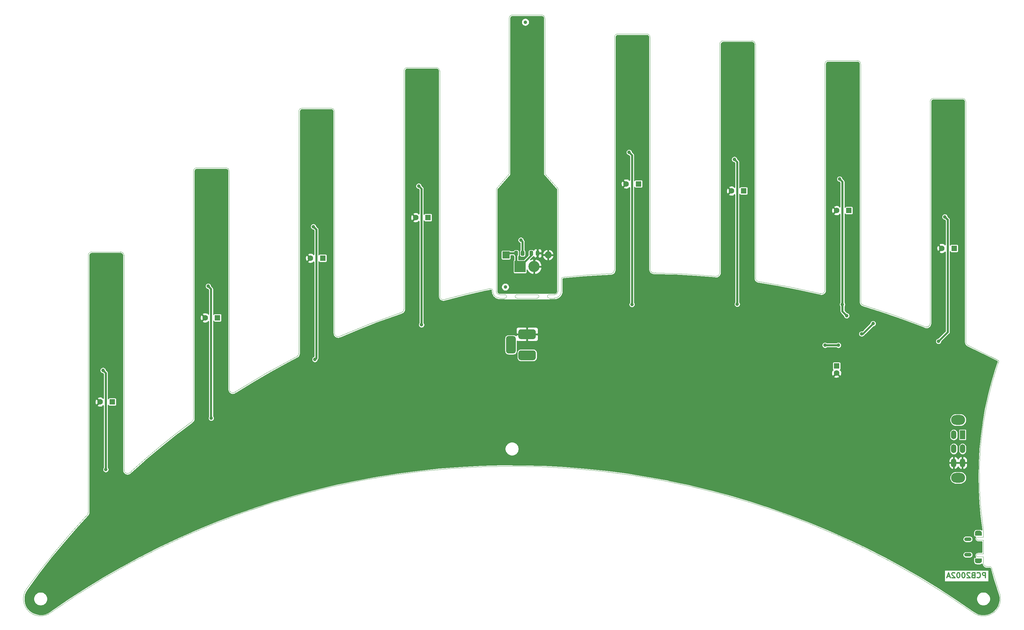
<source format=gbr>
%TF.GenerationSoftware,KiCad,Pcbnew,5.1.10-88a1d61d58~90~ubuntu20.04.1*%
%TF.CreationDate,2021-11-19T20:23:52-08:00*%
%TF.ProjectId,menorah555a,6d656e6f-7261-4683-9535-35612e6b6963,A*%
%TF.SameCoordinates,Original*%
%TF.FileFunction,Copper,L2,Bot*%
%TF.FilePolarity,Positive*%
%FSLAX46Y46*%
G04 Gerber Fmt 4.6, Leading zero omitted, Abs format (unit mm)*
G04 Created by KiCad (PCBNEW 5.1.10-88a1d61d58~90~ubuntu20.04.1) date 2021-11-19 20:23:52*
%MOMM*%
%LPD*%
G01*
G04 APERTURE LIST*
%TA.AperFunction,Profile*%
%ADD10C,0.050000*%
%TD*%
%TA.AperFunction,NonConductor*%
%ADD11C,0.300000*%
%TD*%
%TA.AperFunction,EtchedComponent*%
%ADD12C,0.010000*%
%TD*%
%TA.AperFunction,ComponentPad*%
%ADD13O,2.000000X2.000000*%
%TD*%
%TA.AperFunction,ComponentPad*%
%ADD14R,2.000000X2.000000*%
%TD*%
%TA.AperFunction,SMDPad,CuDef*%
%ADD15C,1.000000*%
%TD*%
%TA.AperFunction,ComponentPad*%
%ADD16R,1.600000X1.600000*%
%TD*%
%TA.AperFunction,ComponentPad*%
%ADD17C,1.600000*%
%TD*%
%TA.AperFunction,ComponentPad*%
%ADD18O,4.000000X2.800000*%
%TD*%
%TA.AperFunction,ComponentPad*%
%ADD19O,1.500000X2.500000*%
%TD*%
%TA.AperFunction,ComponentPad*%
%ADD20R,1.500000X2.500000*%
%TD*%
%TA.AperFunction,ComponentPad*%
%ADD21O,3.200000X3.200000*%
%TD*%
%TA.AperFunction,ComponentPad*%
%ADD22R,3.200000X3.200000*%
%TD*%
%TA.AperFunction,ComponentPad*%
%ADD23O,1.900000X0.950000*%
%TD*%
%TA.AperFunction,ComponentPad*%
%ADD24O,2.100000X1.050000*%
%TD*%
%TA.AperFunction,ViaPad*%
%ADD25C,1.000000*%
%TD*%
%TA.AperFunction,Conductor*%
%ADD26C,0.600000*%
%TD*%
%TA.AperFunction,Conductor*%
%ADD27C,0.254000*%
%TD*%
%TA.AperFunction,Conductor*%
%ADD28C,0.100000*%
%TD*%
G04 APERTURE END LIST*
D10*
X197600000Y-133200000D02*
X203400000Y-133200000D01*
X197600000Y-134200000D02*
X203400000Y-134200000D01*
X192700000Y-134200000D02*
X194200000Y-134200000D01*
X206800000Y-134200000D02*
X208300000Y-134200000D01*
X192700000Y-133200000D02*
X194200000Y-133200000D01*
X197600000Y-134200000D02*
G75*
G02*
X197600000Y-133200000I0J500000D01*
G01*
X203400000Y-133200000D02*
G75*
G02*
X203400000Y-134200000I0J-500000D01*
G01*
X206800000Y-134200000D02*
G75*
G02*
X206800000Y-133200000I0J500000D01*
G01*
X194200000Y-133200000D02*
G75*
G02*
X194200000Y-134200000I0J-500000D01*
G01*
X330600000Y-208000000D02*
X330600000Y-209800000D01*
X330600000Y-203250000D02*
X330600000Y-207149000D01*
X329030000Y-203249000D02*
G75*
G02*
X329030000Y-202399000I0J425000D01*
G01*
X329030000Y-203249000D02*
X330600000Y-203249000D01*
X329030000Y-202399000D02*
X330600000Y-202399000D01*
X329030000Y-207999000D02*
G75*
G02*
X329030000Y-207149000I0J425000D01*
G01*
X329030000Y-207149000D02*
X330600000Y-207149000D01*
X329030000Y-207999000D02*
X330600000Y-207999000D01*
X334473216Y-151784307D02*
X334841394Y-151986459D01*
X326209269Y-147680505D02*
X326340000Y-147740000D01*
X334473217Y-151784307D02*
G75*
G03*
X326340000Y-147740000I-100603217J-192115693D01*
G01*
X313693401Y-142252243D02*
X313977382Y-142376308D01*
X296341181Y-136225926D02*
X296540000Y-136280000D01*
X313693401Y-142252243D02*
G75*
G03*
X296540000Y-136280000I-79823401J-201647757D01*
G01*
X283817199Y-132845881D02*
X284141181Y-132935926D01*
X266392088Y-129478148D02*
X266730000Y-129520000D01*
X283817199Y-132845881D02*
G75*
G03*
X266730000Y-129520000I-49947199J-211054119D01*
G01*
X253945960Y-127939407D02*
X254312844Y-127986195D01*
X236634899Y-127029391D02*
X236940000Y-127030000D01*
X253945960Y-127939408D02*
G75*
G03*
X236940000Y-127030000I-20075960J-215960592D01*
G01*
X224310641Y-127212249D02*
X224573648Y-127204808D01*
X211100000Y-128200000D02*
X210713176Y-128247596D01*
X224310641Y-127212249D02*
G75*
G03*
X211100000Y-128200000I9559359J-216687751D01*
G01*
X210713176Y-128247596D02*
G75*
G03*
X210300000Y-128740000I86824J-492404D01*
G01*
X189818328Y-131513618D02*
X190070590Y-131457037D01*
X190070590Y-131457037D02*
G75*
G02*
X190700000Y-131940000I129410J-482963D01*
G01*
X177300000Y-134500000D02*
X176925568Y-134605519D01*
X189818328Y-131513619D02*
G75*
G03*
X177300000Y-134500000I44051672J-212386381D01*
G01*
X147100000Y-145100000D02*
X147022618Y-145136308D01*
X164658819Y-138335926D02*
X164398003Y-138414929D01*
X164398003Y-138414928D02*
G75*
G03*
X147100000Y-145100000I69471997J-205485072D01*
G01*
X117400000Y-160900000D02*
X117229320Y-161007146D01*
X134929919Y-150858048D02*
X134801847Y-150922131D01*
X134801848Y-150922131D02*
G75*
G03*
X117400000Y-160900000I99088152J-192977869D01*
G01*
X104841866Y-169519312D02*
X104929919Y-169458048D01*
X75069131Y-196113145D02*
X74841689Y-196355905D01*
X87600000Y-183700000D02*
X87294658Y-183979340D01*
X313977382Y-142376308D02*
G75*
G03*
X315400000Y-141470000I422618J906308D01*
G01*
X284141181Y-132935926D02*
G75*
G03*
X285400000Y-131970000I258819J965926D01*
G01*
X254312844Y-127986195D02*
G75*
G03*
X255400000Y-126990000I87156J996195D01*
G01*
X224573648Y-127204808D02*
G75*
G03*
X225400000Y-126220000I-173648J984808D01*
G01*
X164658819Y-138335926D02*
G75*
G03*
X165400000Y-137370000I-258819J965926D01*
G01*
X134929919Y-150858048D02*
G75*
G03*
X135400000Y-150010000I-529919J848048D01*
G01*
X326209269Y-147680505D02*
G75*
G02*
X325600000Y-146760000I390731J920505D01*
G01*
X296341181Y-136225926D02*
G75*
G02*
X295600000Y-135260000I258819J965926D01*
G01*
X266392088Y-129478148D02*
G75*
G02*
X265600000Y-128500000I207912J978148D01*
G01*
X236634899Y-127029391D02*
G75*
G02*
X235600000Y-126030000I-34899J999391D01*
G01*
X176925568Y-134605519D02*
G75*
G02*
X175600000Y-133660000I-325568J945519D01*
G01*
X147022618Y-145136308D02*
G75*
G02*
X145600000Y-144230000I-422618J906308D01*
G01*
X117229320Y-161007146D02*
G75*
G02*
X115600000Y-160230000I-629320J777146D01*
G01*
X104929919Y-169458048D02*
G75*
G03*
X105400000Y-168610000I-529919J848048D01*
G01*
X87294658Y-183979340D02*
G75*
G02*
X85600000Y-183260000I-694658J719340D01*
G01*
X75069131Y-196113145D02*
G75*
G03*
X75400000Y-195370000I-669131J743145D01*
G01*
X74841689Y-196355905D02*
G75*
G03*
X57824000Y-217136000I158968311J-147544095D01*
G01*
X210300000Y-132200000D02*
X210300000Y-128740000D01*
X190700000Y-132200000D02*
X190700000Y-131940000D01*
X210300000Y-132200000D02*
G75*
G02*
X208300000Y-134200000I-2000000J0D01*
G01*
X192700000Y-134200000D02*
G75*
G02*
X190700000Y-132200000I0J2000000D01*
G01*
X209300000Y-132200000D02*
G75*
G02*
X208300000Y-133200000I-1000000J0D01*
G01*
X192700000Y-133200000D02*
G75*
G02*
X191700000Y-132200000I0J1000000D01*
G01*
X330600000Y-209800000D02*
G75*
G03*
X331600000Y-210800000I1000000J0D01*
G01*
X332889778Y-211022354D02*
X332963500Y-211270827D01*
X332889778Y-211022354D02*
G75*
G03*
X332600000Y-210800000I-289778J-77646D01*
G01*
X331600000Y-210800000D02*
X332600000Y-210800000D01*
X332963500Y-211270827D02*
G75*
G03*
X335030000Y-217906000I96036500J26270827D01*
G01*
X334963541Y-152291394D02*
X334868155Y-152553185D01*
X330600000Y-202399000D02*
X330600000Y-200200000D01*
X334963541Y-152291394D02*
G75*
G03*
X334841394Y-151986459I-213541J91394D01*
G01*
X327511852Y-223813089D02*
X327603497Y-223876946D01*
X64764915Y-223901327D02*
X64850309Y-223837228D01*
X64764915Y-223901326D02*
G75*
G02*
X57824000Y-217136000I-2964915J3901326D01*
G01*
X327603497Y-223876946D02*
G75*
G03*
X335030000Y-217906000I2996503J3876946D01*
G01*
X334868155Y-152553185D02*
G75*
G03*
X330600000Y-200200000I94131845J-32446815D01*
G01*
X104841866Y-169519312D02*
G75*
G03*
X87600000Y-183700000I128968134J-174380688D01*
G01*
X327511852Y-223813090D02*
G75*
G03*
X64850000Y-223840000I-131311852J-186186910D01*
G01*
X285400000Y-67400000D02*
G75*
G02*
X286400000Y-66400000I1000000J0D01*
G01*
X325600000Y-78200000D02*
X325600000Y-146760000D01*
X235600000Y-59800000D02*
X235600000Y-126030000D01*
X234600000Y-58800000D02*
G75*
G02*
X235600000Y-59800000I0J-1000000D01*
G01*
X226400000Y-58800000D02*
X234600000Y-58800000D01*
X225400000Y-59800000D02*
G75*
G02*
X226400000Y-58800000I1000000J0D01*
G01*
X225400000Y-126220000D02*
X225400000Y-59800000D01*
X286400000Y-66400000D02*
X294600000Y-66400000D01*
X315400000Y-78200000D02*
G75*
G02*
X316400000Y-77200000I1000000J0D01*
G01*
X315400000Y-141470000D02*
X315400000Y-78200000D01*
X264600000Y-60800000D02*
G75*
G02*
X265600000Y-61800000I0J-1000000D01*
G01*
X316400000Y-77200000D02*
X324600000Y-77200000D01*
X265600000Y-61800000D02*
X265600000Y-128500000D01*
X295600000Y-67400000D02*
X295600000Y-135260000D01*
X324600000Y-77200000D02*
G75*
G02*
X325600000Y-78200000I0J-1000000D01*
G01*
X255400000Y-126990000D02*
X255400000Y-61800000D01*
X285400000Y-131970000D02*
X285400000Y-67400000D01*
X256400000Y-60800000D02*
X264600000Y-60800000D01*
X294600000Y-66400000D02*
G75*
G02*
X295600000Y-67400000I0J-1000000D01*
G01*
X255400000Y-61800000D02*
G75*
G02*
X256400000Y-60800000I1000000J0D01*
G01*
X165400000Y-69400000D02*
G75*
G02*
X166400000Y-68400000I1000000J0D01*
G01*
X166400000Y-68400000D02*
X174600000Y-68400000D01*
X175600000Y-69400000D02*
X175600000Y-133660000D01*
X165400000Y-137370000D02*
X165400000Y-69400000D01*
X174600000Y-68400000D02*
G75*
G02*
X175600000Y-69400000I0J-1000000D01*
G01*
X145600000Y-81000000D02*
X145600000Y-144230000D01*
X144600000Y-80000000D02*
G75*
G02*
X145600000Y-81000000I0J-1000000D01*
G01*
X136400000Y-80000000D02*
X144600000Y-80000000D01*
X135400000Y-81000000D02*
G75*
G02*
X136400000Y-80000000I1000000J0D01*
G01*
X135400000Y-150010000D02*
X135400000Y-81000000D01*
X115600000Y-98000000D02*
X115600000Y-160230000D01*
X114600000Y-97000000D02*
G75*
G02*
X115600000Y-98000000I0J-1000000D01*
G01*
X106400000Y-97000000D02*
X114600000Y-97000000D01*
X105400000Y-98000000D02*
G75*
G02*
X106400000Y-97000000I1000000J0D01*
G01*
X105400000Y-168610000D02*
X105400000Y-98000000D01*
X205600000Y-98800000D02*
X209300000Y-103000000D01*
X205600000Y-54400000D02*
X205600000Y-98800000D01*
X195400000Y-98800000D02*
X191700000Y-103000000D01*
X195400000Y-54400000D02*
X195400000Y-98800000D01*
X204600000Y-53400000D02*
G75*
G02*
X205600000Y-54400000I0J-1000000D01*
G01*
X196400000Y-53400000D02*
X204600000Y-53400000D01*
X195400000Y-54400000D02*
G75*
G02*
X196400000Y-53400000I1000000J0D01*
G01*
X209300000Y-103000000D02*
X209300000Y-132200000D01*
X206800000Y-133200000D02*
X208300000Y-133200000D01*
X191700000Y-103000000D02*
X191700000Y-132200000D01*
X84600000Y-121000000D02*
G75*
G02*
X85600000Y-122000000I0J-1000000D01*
G01*
X75400000Y-122000000D02*
G75*
G02*
X76400000Y-121000000I1000000J0D01*
G01*
X75400000Y-195370000D02*
X75400000Y-122000000D01*
X85600000Y-122000000D02*
X85600000Y-183260000D01*
X76400000Y-121000000D02*
X84600000Y-121000000D01*
D11*
X331182857Y-214018571D02*
X331182857Y-212518571D01*
X330611428Y-212518571D01*
X330468571Y-212590000D01*
X330397142Y-212661428D01*
X330325714Y-212804285D01*
X330325714Y-213018571D01*
X330397142Y-213161428D01*
X330468571Y-213232857D01*
X330611428Y-213304285D01*
X331182857Y-213304285D01*
X328825714Y-213875714D02*
X328897142Y-213947142D01*
X329111428Y-214018571D01*
X329254285Y-214018571D01*
X329468571Y-213947142D01*
X329611428Y-213804285D01*
X329682857Y-213661428D01*
X329754285Y-213375714D01*
X329754285Y-213161428D01*
X329682857Y-212875714D01*
X329611428Y-212732857D01*
X329468571Y-212590000D01*
X329254285Y-212518571D01*
X329111428Y-212518571D01*
X328897142Y-212590000D01*
X328825714Y-212661428D01*
X327682857Y-213232857D02*
X327468571Y-213304285D01*
X327397142Y-213375714D01*
X327325714Y-213518571D01*
X327325714Y-213732857D01*
X327397142Y-213875714D01*
X327468571Y-213947142D01*
X327611428Y-214018571D01*
X328182857Y-214018571D01*
X328182857Y-212518571D01*
X327682857Y-212518571D01*
X327540000Y-212590000D01*
X327468571Y-212661428D01*
X327397142Y-212804285D01*
X327397142Y-212947142D01*
X327468571Y-213090000D01*
X327540000Y-213161428D01*
X327682857Y-213232857D01*
X328182857Y-213232857D01*
X326754285Y-212661428D02*
X326682857Y-212590000D01*
X326540000Y-212518571D01*
X326182857Y-212518571D01*
X326040000Y-212590000D01*
X325968571Y-212661428D01*
X325897142Y-212804285D01*
X325897142Y-212947142D01*
X325968571Y-213161428D01*
X326825714Y-214018571D01*
X325897142Y-214018571D01*
X324968571Y-212518571D02*
X324825714Y-212518571D01*
X324682857Y-212590000D01*
X324611428Y-212661428D01*
X324540000Y-212804285D01*
X324468571Y-213090000D01*
X324468571Y-213447142D01*
X324540000Y-213732857D01*
X324611428Y-213875714D01*
X324682857Y-213947142D01*
X324825714Y-214018571D01*
X324968571Y-214018571D01*
X325111428Y-213947142D01*
X325182857Y-213875714D01*
X325254285Y-213732857D01*
X325325714Y-213447142D01*
X325325714Y-213090000D01*
X325254285Y-212804285D01*
X325182857Y-212661428D01*
X325111428Y-212590000D01*
X324968571Y-212518571D01*
X323540000Y-212518571D02*
X323397142Y-212518571D01*
X323254285Y-212590000D01*
X323182857Y-212661428D01*
X323111428Y-212804285D01*
X323040000Y-213090000D01*
X323040000Y-213447142D01*
X323111428Y-213732857D01*
X323182857Y-213875714D01*
X323254285Y-213947142D01*
X323397142Y-214018571D01*
X323540000Y-214018571D01*
X323682857Y-213947142D01*
X323754285Y-213875714D01*
X323825714Y-213732857D01*
X323897142Y-213447142D01*
X323897142Y-213090000D01*
X323825714Y-212804285D01*
X323754285Y-212661428D01*
X323682857Y-212590000D01*
X323540000Y-212518571D01*
X322468571Y-212661428D02*
X322397142Y-212590000D01*
X322254285Y-212518571D01*
X321897142Y-212518571D01*
X321754285Y-212590000D01*
X321682857Y-212661428D01*
X321611428Y-212804285D01*
X321611428Y-212947142D01*
X321682857Y-213161428D01*
X322540000Y-214018571D01*
X321611428Y-214018571D01*
X321040000Y-213590000D02*
X320325714Y-213590000D01*
X321182857Y-214018571D02*
X320682857Y-212518571D01*
X320182857Y-214018571D01*
D12*
%TO.C,J1*%
G36*
X328200000Y-201895180D02*
G01*
X328200000Y-201025000D01*
X330101388Y-201025000D01*
X330101388Y-201895180D01*
X328200000Y-201895180D01*
G37*
X328200000Y-201895180D02*
X328200000Y-201025000D01*
X330101388Y-201025000D01*
X330101388Y-201895180D01*
X328200000Y-201895180D01*
G36*
X328200000Y-209376850D02*
G01*
X328200000Y-208500000D01*
X330100420Y-208500000D01*
X330100420Y-209376850D01*
X328200000Y-209376850D01*
G37*
X328200000Y-209376850D02*
X328200000Y-208500000D01*
X330100420Y-208500000D01*
X330100420Y-209376850D01*
X328200000Y-209376850D01*
%TD*%
D13*
%TO.P,C19,2*%
%TO.N,GND*%
X206500000Y-121900000D03*
D14*
%TO.P,C19,1*%
%TO.N,Net-(C19-Pad1)*%
X194500000Y-121900000D03*
%TD*%
D15*
%TO.P,FID4,*%
%TO.N,*%
X194310000Y-131010000D03*
%TD*%
%TO.P,FID3,*%
%TO.N,*%
X200010000Y-55460000D03*
%TD*%
D16*
%TO.P,C13,1*%
%TO.N,+5V*%
X232250000Y-101600000D03*
D17*
%TO.P,C13,2*%
%TO.N,GND*%
X228750000Y-101600000D03*
%TD*%
D16*
%TO.P,C16,1*%
%TO.N,+5V*%
X322250000Y-120000000D03*
D17*
%TO.P,C16,2*%
%TO.N,GND*%
X318750000Y-120000000D03*
%TD*%
%TO.P,C14,2*%
%TO.N,GND*%
X258750000Y-103600000D03*
D16*
%TO.P,C14,1*%
%TO.N,+5V*%
X262250000Y-103600000D03*
%TD*%
D17*
%TO.P,C15,2*%
%TO.N,GND*%
X288750000Y-109200000D03*
D16*
%TO.P,C15,1*%
%TO.N,+5V*%
X292250000Y-109200000D03*
%TD*%
D17*
%TO.P,C12,2*%
%TO.N,GND*%
X168750000Y-111200000D03*
D16*
%TO.P,C12,1*%
%TO.N,+5V*%
X172250000Y-111200000D03*
%TD*%
%TO.P,C11,1*%
%TO.N,+5V*%
X142250000Y-122800000D03*
D17*
%TO.P,C11,2*%
%TO.N,GND*%
X138750000Y-122800000D03*
%TD*%
D16*
%TO.P,C10,1*%
%TO.N,+5V*%
X112250000Y-139800000D03*
D17*
%TO.P,C10,2*%
%TO.N,GND*%
X108750000Y-139800000D03*
%TD*%
%TO.P,C18,2*%
%TO.N,GND*%
X288720000Y-155570000D03*
D16*
%TO.P,C18,1*%
%TO.N,Net-(C10-Pad1)*%
X288720000Y-153570000D03*
%TD*%
D17*
%TO.P,C9,2*%
%TO.N,GND*%
X78750000Y-163800000D03*
D16*
%TO.P,C9,1*%
%TO.N,+5V*%
X82250000Y-163800000D03*
%TD*%
D18*
%TO.P,SW9,M*%
%TO.N,N/C*%
X323400000Y-168950000D03*
X323400000Y-185450000D03*
D19*
%TO.P,SW9,6*%
%TO.N,GND*%
X322150000Y-181200000D03*
%TO.P,SW9,5*%
%TO.N,+5V*%
X322150000Y-177200000D03*
%TO.P,SW9,4*%
%TO.N,/V5_IN*%
X322150000Y-173200000D03*
%TO.P,SW9,3*%
%TO.N,GND*%
X324650000Y-181200000D03*
%TO.P,SW9,2*%
%TO.N,+5V*%
X324650000Y-177200000D03*
D20*
%TO.P,SW9,1*%
%TO.N,/V5_IN*%
X324650000Y-173200000D03*
%TD*%
%TO.P,R30,2*%
%TO.N,Net-(C19-Pad1)*%
%TA.AperFunction,SMDPad,CuDef*%
G36*
G01*
X202212500Y-120949998D02*
X202212500Y-121850002D01*
G75*
G02*
X201962502Y-122100000I-249998J0D01*
G01*
X201437498Y-122100000D01*
G75*
G02*
X201187500Y-121850002I0J249998D01*
G01*
X201187500Y-120949998D01*
G75*
G02*
X201437498Y-120700000I249998J0D01*
G01*
X201962502Y-120700000D01*
G75*
G02*
X202212500Y-120949998I0J-249998D01*
G01*
G37*
%TD.AperFunction*%
%TO.P,R30,1*%
%TO.N,GND*%
%TA.AperFunction,SMDPad,CuDef*%
G36*
G01*
X204037500Y-120949998D02*
X204037500Y-121850002D01*
G75*
G02*
X203787502Y-122100000I-249998J0D01*
G01*
X203262498Y-122100000D01*
G75*
G02*
X203012500Y-121850002I0J249998D01*
G01*
X203012500Y-120949998D01*
G75*
G02*
X203262498Y-120700000I249998J0D01*
G01*
X203787502Y-120700000D01*
G75*
G02*
X204037500Y-120949998I0J-249998D01*
G01*
G37*
%TD.AperFunction*%
%TD*%
%TO.P,R31,2*%
%TO.N,Net-(LED1-Pad2)*%
%TA.AperFunction,SMDPad,CuDef*%
G36*
G01*
X198700000Y-121850002D02*
X198700000Y-120949998D01*
G75*
G02*
X198949998Y-120700000I249998J0D01*
G01*
X199475002Y-120700000D01*
G75*
G02*
X199725000Y-120949998I0J-249998D01*
G01*
X199725000Y-121850002D01*
G75*
G02*
X199475002Y-122100000I-249998J0D01*
G01*
X198949998Y-122100000D01*
G75*
G02*
X198700000Y-121850002I0J249998D01*
G01*
G37*
%TD.AperFunction*%
%TO.P,R31,1*%
%TO.N,Net-(C19-Pad1)*%
%TA.AperFunction,SMDPad,CuDef*%
G36*
G01*
X196875000Y-121850002D02*
X196875000Y-120949998D01*
G75*
G02*
X197124998Y-120700000I249998J0D01*
G01*
X197650002Y-120700000D01*
G75*
G02*
X197900000Y-120949998I0J-249998D01*
G01*
X197900000Y-121850002D01*
G75*
G02*
X197650002Y-122100000I-249998J0D01*
G01*
X197124998Y-122100000D01*
G75*
G02*
X196875000Y-121850002I0J249998D01*
G01*
G37*
%TD.AperFunction*%
%TD*%
%TO.P,J2,3*%
%TO.N,Net-(J3-Pad3)*%
%TA.AperFunction,ComponentPad*%
G36*
G01*
X195200000Y-145000000D02*
X196600000Y-145000000D01*
G75*
G02*
X197300000Y-145700000I0J-700000D01*
G01*
X197300000Y-149300000D01*
G75*
G02*
X196600000Y-150000000I-700000J0D01*
G01*
X195200000Y-150000000D01*
G75*
G02*
X194500000Y-149300000I0J700000D01*
G01*
X194500000Y-145700000D01*
G75*
G02*
X195200000Y-145000000I700000J0D01*
G01*
G37*
%TD.AperFunction*%
%TO.P,J2,2*%
%TO.N,GND*%
%TA.AperFunction,ComponentPad*%
G36*
G01*
X198700000Y-143100000D02*
X202300000Y-143100000D01*
G75*
G02*
X203000000Y-143800000I0J-700000D01*
G01*
X203000000Y-145200000D01*
G75*
G02*
X202300000Y-145900000I-700000J0D01*
G01*
X198700000Y-145900000D01*
G75*
G02*
X198000000Y-145200000I0J700000D01*
G01*
X198000000Y-143800000D01*
G75*
G02*
X198700000Y-143100000I700000J0D01*
G01*
G37*
%TD.AperFunction*%
%TO.P,J2,1*%
%TO.N,Net-(D10-Pad2)*%
%TA.AperFunction,ComponentPad*%
G36*
G01*
X198700000Y-149100000D02*
X202300000Y-149100000D01*
G75*
G02*
X203000000Y-149800000I0J-700000D01*
G01*
X203000000Y-151200000D01*
G75*
G02*
X202300000Y-151900000I-700000J0D01*
G01*
X198700000Y-151900000D01*
G75*
G02*
X198000000Y-151200000I0J700000D01*
G01*
X198000000Y-149800000D01*
G75*
G02*
X198700000Y-149100000I700000J0D01*
G01*
G37*
%TD.AperFunction*%
%TD*%
D21*
%TO.P,J3,2*%
%TO.N,GND*%
X202500000Y-125200000D03*
D22*
%TO.P,J3,1*%
%TO.N,Net-(C19-Pad1)*%
X198500000Y-125200000D03*
%TD*%
D23*
%TO.P,J1,6*%
%TO.N,/SHLD*%
X329150000Y-201025000D03*
X329150000Y-209375000D03*
D24*
X326150000Y-202975000D03*
X326150000Y-207425000D03*
%TD*%
D25*
%TO.N,GND*%
X196600000Y-57800000D03*
X204200000Y-57800000D03*
X110100000Y-111800000D03*
X106600000Y-98200000D03*
X106800000Y-144000000D03*
X111000000Y-124000000D03*
X114200000Y-111400000D03*
X114400000Y-144000000D03*
X140100000Y-94900000D03*
X136600000Y-81300000D03*
X136800000Y-127000000D03*
X141000000Y-107000000D03*
X144200000Y-94400000D03*
X144400000Y-127000000D03*
X166800000Y-115400000D03*
X171000000Y-95400000D03*
X170000000Y-83000000D03*
X166700000Y-69600000D03*
X174200000Y-82800000D03*
X174400000Y-115400000D03*
X316600000Y-78400000D03*
X256800000Y-107800000D03*
X321000000Y-104200000D03*
X286800000Y-113400000D03*
X261000000Y-87800000D03*
X264200000Y-75200000D03*
X316800000Y-124200000D03*
X264400000Y-107800000D03*
X324200000Y-91600000D03*
X291000000Y-93400000D03*
X290300000Y-81300000D03*
X286600000Y-67600000D03*
X260100000Y-75500000D03*
X294200000Y-80800000D03*
X294400000Y-113400000D03*
X256700000Y-62000000D03*
X324400000Y-124200000D03*
X320300000Y-92400000D03*
X230200000Y-73700000D03*
X226600000Y-59900000D03*
X226800000Y-105800000D03*
X231000000Y-85800000D03*
X234200000Y-73200000D03*
X234400000Y-105800000D03*
X84200000Y-135400000D03*
X76600000Y-122200000D03*
X81000000Y-148000000D03*
X76800000Y-168000000D03*
X84400000Y-168000000D03*
X80100000Y-135700000D03*
X203530000Y-117710000D03*
X62500000Y-215500000D03*
X114000000Y-163900000D03*
X119000000Y-167700000D03*
X168600000Y-139100000D03*
X174100000Y-139200000D03*
X170300000Y-144100000D03*
X205300000Y-138500000D03*
X228100000Y-133200000D03*
X234500000Y-133200000D03*
X230600000Y-140200000D03*
X258700000Y-133100000D03*
X264200000Y-133100000D03*
X259700000Y-140200000D03*
X288500000Y-133200000D03*
X293700000Y-133900000D03*
X316900000Y-143200000D03*
X323900000Y-144200000D03*
X320400000Y-147400000D03*
X290700000Y-150700000D03*
X291200000Y-143400000D03*
X303700000Y-147300000D03*
X331500000Y-216000000D03*
X138700000Y-148400000D03*
X144200000Y-145400000D03*
X141400000Y-152900000D03*
X108400000Y-164700000D03*
X323600000Y-206500000D03*
X318600000Y-173300000D03*
X216200000Y-137400000D03*
X216900000Y-133300000D03*
%TO.N,+5V*%
X295900000Y-144400000D03*
X299141416Y-141458584D03*
X289225000Y-147640000D03*
X285415000Y-147640000D03*
%TO.N,/RST_N*%
X109600000Y-130800000D03*
X139600000Y-113800000D03*
X169600000Y-102200000D03*
X289600000Y-100200000D03*
X259600000Y-94600000D03*
X319600000Y-111000000D03*
X229600000Y-92600000D03*
X79600000Y-154800000D03*
X291600000Y-139200000D03*
X80400000Y-183100000D03*
X140000000Y-151700000D03*
X260400000Y-135900000D03*
X290400000Y-136000000D03*
X317800000Y-146500000D03*
X230400000Y-136000000D03*
X170400000Y-141812495D03*
X110442463Y-168442463D03*
%TO.N,Net-(LED1-Pad2)*%
X198730000Y-117620000D03*
%TD*%
D26*
%TO.N,GND*%
X204500000Y-121400000D02*
X203525000Y-121400000D01*
X205000000Y-121900000D02*
X204500000Y-121400000D01*
X206500000Y-121900000D02*
X205000000Y-121900000D01*
X203525000Y-122375000D02*
X203525000Y-121400000D01*
X202500000Y-123400000D02*
X203525000Y-122375000D01*
X202500000Y-125200000D02*
X202500000Y-123400000D01*
X203530000Y-121395000D02*
X203525000Y-121400000D01*
X203530000Y-117710000D02*
X203530000Y-121395000D01*
%TO.N,+5V*%
X296200000Y-144400000D02*
X299141416Y-141458584D01*
X295900000Y-144400000D02*
X296200000Y-144400000D01*
X285415000Y-147640000D02*
X289225000Y-147640000D01*
%TO.N,Net-(C19-Pad1)*%
X195000000Y-121400000D02*
X194500000Y-121900000D01*
X197387500Y-121400000D02*
X195000000Y-121400000D01*
X197387500Y-124087500D02*
X198500000Y-125200000D01*
X197387500Y-121400000D02*
X197387500Y-124087500D01*
X201700000Y-122000000D02*
X198500000Y-125200000D01*
X201700000Y-121400000D02*
X201700000Y-122000000D01*
%TO.N,/RST_N*%
X109600000Y-130800000D02*
X110400000Y-131600000D01*
X139600000Y-113800000D02*
X140400000Y-114600000D01*
X289600000Y-100200000D02*
X290400000Y-101000000D01*
X290400000Y-101000000D02*
X290400000Y-133400002D01*
X79600000Y-154800000D02*
X80400000Y-155600000D01*
X290400000Y-138000000D02*
X291600000Y-139200000D01*
X80400000Y-155600000D02*
X80400000Y-183100000D01*
X110400000Y-160900000D02*
X110400000Y-160800000D01*
X110400000Y-131600000D02*
X110400000Y-160800000D01*
X140400000Y-145300000D02*
X140400000Y-144900000D01*
X140400000Y-114600000D02*
X140400000Y-144900000D01*
X170400000Y-140599998D02*
X170399999Y-140599999D01*
X169600000Y-102200000D02*
X170400000Y-103000000D01*
X140400000Y-151300000D02*
X140400000Y-145300000D01*
X140000000Y-151700000D02*
X140400000Y-151300000D01*
X170400000Y-140300000D02*
X170400000Y-140599998D01*
X170400000Y-103000000D02*
X170400000Y-140300000D01*
X230400000Y-132500000D02*
X230400000Y-130300000D01*
X230400000Y-130300000D02*
X230400000Y-131200000D01*
X290400000Y-136000000D02*
X290400000Y-138000000D01*
X290400000Y-133400002D02*
X290400000Y-136000000D01*
X320400000Y-143900000D02*
X317800000Y-146500000D01*
X320400000Y-111800000D02*
X320400000Y-143900000D01*
X319600000Y-111000000D02*
X320400000Y-111800000D01*
X230400000Y-132500000D02*
X230400000Y-136000000D01*
X170400000Y-140300000D02*
X170400000Y-141812495D01*
X110400000Y-168400000D02*
X110442463Y-168442463D01*
X110400000Y-160800000D02*
X110400000Y-168400000D01*
X230400000Y-93400000D02*
X229600000Y-92600000D01*
X230400000Y-130300000D02*
X230400000Y-93400000D01*
X260400000Y-95400000D02*
X259600000Y-94600000D01*
X260400000Y-135800000D02*
X260400000Y-95400000D01*
%TO.N,Net-(LED1-Pad2)*%
X199212500Y-118102500D02*
X198730000Y-117620000D01*
X199212500Y-121400000D02*
X199212500Y-118102500D01*
%TD*%
D27*
%TO.N,GND*%
X234714994Y-59219222D02*
X234825614Y-59252620D01*
X234927639Y-59306868D01*
X235017179Y-59379895D01*
X235090833Y-59468925D01*
X235145792Y-59570572D01*
X235179960Y-59680949D01*
X235194000Y-59814528D01*
X235194001Y-126049941D01*
X235194417Y-126054165D01*
X235194966Y-126080376D01*
X235197485Y-126101501D01*
X235198079Y-126122760D01*
X235198828Y-126128379D01*
X235225990Y-126321646D01*
X235234644Y-126357419D01*
X235242795Y-126393294D01*
X235244622Y-126398661D01*
X235308805Y-126582971D01*
X235324249Y-126616394D01*
X235339208Y-126649993D01*
X235342042Y-126654903D01*
X235440803Y-126823236D01*
X235462452Y-126853034D01*
X235483642Y-126883072D01*
X235487373Y-126887335D01*
X235487377Y-126887340D01*
X235487381Y-126887344D01*
X235616951Y-127033283D01*
X235643970Y-127058304D01*
X235670600Y-127083662D01*
X235675091Y-127087122D01*
X235830547Y-127205119D01*
X235861925Y-127224423D01*
X235892957Y-127244116D01*
X235898032Y-127246635D01*
X235898036Y-127246638D01*
X235898040Y-127246640D01*
X236073448Y-127332192D01*
X236107936Y-127345018D01*
X236142246Y-127358326D01*
X236147710Y-127359810D01*
X236147715Y-127359812D01*
X236147720Y-127359813D01*
X236336408Y-127409666D01*
X236372720Y-127415547D01*
X236408969Y-127421939D01*
X236414624Y-127422335D01*
X236601869Y-127434116D01*
X236614148Y-127435350D01*
X236934039Y-127435988D01*
X242599548Y-127590383D01*
X248258926Y-127893022D01*
X253904123Y-128343359D01*
X254281264Y-128391455D01*
X254298754Y-128391957D01*
X254390687Y-128395649D01*
X254417213Y-128394120D01*
X254443779Y-128394305D01*
X254449421Y-128393752D01*
X254643518Y-128373351D01*
X254679604Y-128365944D01*
X254715708Y-128359056D01*
X254721133Y-128357419D01*
X254721139Y-128357417D01*
X254907573Y-128299706D01*
X254941500Y-128285445D01*
X254975613Y-128271662D01*
X254980619Y-128269001D01*
X255152296Y-128176176D01*
X255182821Y-128155586D01*
X255213594Y-128135449D01*
X255217988Y-128131866D01*
X255368365Y-128007462D01*
X255394316Y-127981330D01*
X255420584Y-127955606D01*
X255424193Y-127951244D01*
X255424199Y-127951238D01*
X255424203Y-127951231D01*
X255547548Y-127799996D01*
X255567932Y-127769316D01*
X255588701Y-127738984D01*
X255591395Y-127734002D01*
X255591398Y-127733998D01*
X255591400Y-127733994D01*
X255683023Y-127561675D01*
X255697046Y-127527652D01*
X255711541Y-127493832D01*
X255713218Y-127488417D01*
X255769627Y-127301580D01*
X255776786Y-127265425D01*
X255784424Y-127229491D01*
X255785016Y-127223862D01*
X255785018Y-127223852D01*
X255785018Y-127223843D01*
X255804062Y-127029620D01*
X255804062Y-127029618D01*
X255806000Y-127009941D01*
X255806000Y-103670512D01*
X257309783Y-103670512D01*
X257351213Y-103950130D01*
X257446397Y-104216292D01*
X257513329Y-104341514D01*
X257757298Y-104413097D01*
X258570395Y-103600000D01*
X257757298Y-102786903D01*
X257513329Y-102858486D01*
X257392429Y-103113996D01*
X257323700Y-103388184D01*
X257309783Y-103670512D01*
X255806000Y-103670512D01*
X255806000Y-102607298D01*
X257936903Y-102607298D01*
X258750000Y-103420395D01*
X258764143Y-103406253D01*
X258943748Y-103585858D01*
X258929605Y-103600000D01*
X258943748Y-103614143D01*
X258764143Y-103793748D01*
X258750000Y-103779605D01*
X257936903Y-104592702D01*
X258008486Y-104836671D01*
X258263996Y-104957571D01*
X258538184Y-105026300D01*
X258820512Y-105040217D01*
X259100130Y-104998787D01*
X259366292Y-104903603D01*
X259491514Y-104836671D01*
X259563097Y-104592704D01*
X259679370Y-104708977D01*
X259719001Y-104669346D01*
X259719000Y-135335077D01*
X259715682Y-135338395D01*
X259619268Y-135482690D01*
X259552856Y-135643022D01*
X259519000Y-135813229D01*
X259519000Y-135986771D01*
X259552856Y-136156978D01*
X259619268Y-136317310D01*
X259715682Y-136461605D01*
X259838395Y-136584318D01*
X259982690Y-136680732D01*
X260143022Y-136747144D01*
X260313229Y-136781000D01*
X260486771Y-136781000D01*
X260656978Y-136747144D01*
X260817310Y-136680732D01*
X260961605Y-136584318D01*
X261084318Y-136461605D01*
X261180732Y-136317310D01*
X261247144Y-136156978D01*
X261281000Y-135986771D01*
X261281000Y-135813229D01*
X261247144Y-135643022D01*
X261180732Y-135482690D01*
X261084318Y-135338395D01*
X261081000Y-135335077D01*
X261081000Y-104496074D01*
X261096299Y-104546508D01*
X261131678Y-104612696D01*
X261179289Y-104670711D01*
X261237304Y-104718322D01*
X261303492Y-104753701D01*
X261375311Y-104775487D01*
X261450000Y-104782843D01*
X263050000Y-104782843D01*
X263124689Y-104775487D01*
X263196508Y-104753701D01*
X263262696Y-104718322D01*
X263320711Y-104670711D01*
X263368322Y-104612696D01*
X263403701Y-104546508D01*
X263425487Y-104474689D01*
X263432843Y-104400000D01*
X263432843Y-102800000D01*
X263425487Y-102725311D01*
X263403701Y-102653492D01*
X263368322Y-102587304D01*
X263320711Y-102529289D01*
X263262696Y-102481678D01*
X263196508Y-102446299D01*
X263124689Y-102424513D01*
X263050000Y-102417157D01*
X261450000Y-102417157D01*
X261375311Y-102424513D01*
X261303492Y-102446299D01*
X261237304Y-102481678D01*
X261179289Y-102529289D01*
X261131678Y-102587304D01*
X261096299Y-102653492D01*
X261081000Y-102703926D01*
X261081000Y-95433453D01*
X261084295Y-95400000D01*
X261071146Y-95266501D01*
X261039326Y-95161605D01*
X261032206Y-95138132D01*
X260968970Y-95019826D01*
X260883870Y-94916130D01*
X260857879Y-94894800D01*
X260481000Y-94517922D01*
X260481000Y-94513229D01*
X260447144Y-94343022D01*
X260380732Y-94182690D01*
X260284318Y-94038395D01*
X260161605Y-93915682D01*
X260017310Y-93819268D01*
X259856978Y-93752856D01*
X259686771Y-93719000D01*
X259513229Y-93719000D01*
X259343022Y-93752856D01*
X259182690Y-93819268D01*
X259038395Y-93915682D01*
X258915682Y-94038395D01*
X258819268Y-94182690D01*
X258752856Y-94343022D01*
X258719000Y-94513229D01*
X258719000Y-94686771D01*
X258752856Y-94856978D01*
X258819268Y-95017310D01*
X258915682Y-95161605D01*
X259038395Y-95284318D01*
X259182690Y-95380732D01*
X259343022Y-95447144D01*
X259513229Y-95481000D01*
X259517922Y-95481000D01*
X259719001Y-95682080D01*
X259719001Y-102530654D01*
X259679370Y-102491023D01*
X259563097Y-102607296D01*
X259491514Y-102363329D01*
X259236004Y-102242429D01*
X258961816Y-102173700D01*
X258679488Y-102159783D01*
X258399870Y-102201213D01*
X258133708Y-102296397D01*
X258008486Y-102363329D01*
X257936903Y-102607298D01*
X255806000Y-102607298D01*
X255806000Y-61819854D01*
X255819222Y-61685006D01*
X255852620Y-61574386D01*
X255906868Y-61472361D01*
X255979895Y-61382821D01*
X256068925Y-61309167D01*
X256170572Y-61254208D01*
X256280949Y-61220040D01*
X256414528Y-61206000D01*
X264580146Y-61206000D01*
X264714994Y-61219222D01*
X264825614Y-61252620D01*
X264927639Y-61306868D01*
X265017179Y-61379895D01*
X265090833Y-61468925D01*
X265145792Y-61570572D01*
X265179960Y-61680949D01*
X265194000Y-61814528D01*
X265194001Y-128519941D01*
X265195850Y-128538717D01*
X265213514Y-128725587D01*
X265220407Y-128761054D01*
X265226669Y-128796563D01*
X265228231Y-128802012D01*
X265283335Y-128989239D01*
X265297123Y-129023365D01*
X265310426Y-129057662D01*
X265313017Y-129062705D01*
X265403436Y-129235661D01*
X265423595Y-129266467D01*
X265443302Y-129297521D01*
X265446823Y-129301964D01*
X265569116Y-129454065D01*
X265594872Y-129480366D01*
X265620239Y-129507004D01*
X265624550Y-129510673D01*
X265624555Y-129510678D01*
X265624560Y-129510682D01*
X265774062Y-129636129D01*
X265804455Y-129656940D01*
X265834492Y-129678128D01*
X265839433Y-129680890D01*
X265839441Y-129680895D01*
X265839449Y-129680899D01*
X266010466Y-129774916D01*
X266044330Y-129789431D01*
X266077905Y-129804379D01*
X266083292Y-129806131D01*
X266083298Y-129806133D01*
X266247915Y-129858352D01*
X266263920Y-129865456D01*
X266322395Y-129878618D01*
X266671643Y-129921874D01*
X272258522Y-130853231D01*
X277822313Y-131931139D01*
X283358421Y-133154859D01*
X283716231Y-133239207D01*
X284051673Y-133332438D01*
X284060858Y-133334042D01*
X284121982Y-133348041D01*
X284146242Y-133351149D01*
X284170179Y-133356062D01*
X284175821Y-133356616D01*
X284370183Y-133374305D01*
X284406981Y-133374048D01*
X284443779Y-133374305D01*
X284449421Y-133373752D01*
X284643518Y-133353351D01*
X284679604Y-133345944D01*
X284715708Y-133339056D01*
X284721133Y-133337419D01*
X284721139Y-133337417D01*
X284907573Y-133279706D01*
X284941500Y-133265445D01*
X284975613Y-133251662D01*
X284980619Y-133249001D01*
X285152296Y-133156176D01*
X285182821Y-133135586D01*
X285213594Y-133115449D01*
X285217988Y-133111866D01*
X285368365Y-132987462D01*
X285394316Y-132961330D01*
X285420584Y-132935606D01*
X285424193Y-132931244D01*
X285424199Y-132931238D01*
X285424203Y-132931231D01*
X285547548Y-132779996D01*
X285567932Y-132749316D01*
X285588701Y-132718984D01*
X285591395Y-132714002D01*
X285591398Y-132713998D01*
X285591400Y-132713994D01*
X285683023Y-132541675D01*
X285697046Y-132507652D01*
X285711541Y-132473832D01*
X285713218Y-132468417D01*
X285769627Y-132281580D01*
X285776786Y-132245425D01*
X285784424Y-132209491D01*
X285785016Y-132203862D01*
X285785018Y-132203852D01*
X285785018Y-132203843D01*
X285804062Y-132009620D01*
X285804062Y-132009618D01*
X285806000Y-131989941D01*
X285806000Y-109270512D01*
X287309783Y-109270512D01*
X287351213Y-109550130D01*
X287446397Y-109816292D01*
X287513329Y-109941514D01*
X287757298Y-110013097D01*
X288570395Y-109200000D01*
X287757298Y-108386903D01*
X287513329Y-108458486D01*
X287392429Y-108713996D01*
X287323700Y-108988184D01*
X287309783Y-109270512D01*
X285806000Y-109270512D01*
X285806000Y-108207298D01*
X287936903Y-108207298D01*
X288750000Y-109020395D01*
X288764143Y-109006253D01*
X288943748Y-109185858D01*
X288929605Y-109200000D01*
X288943748Y-109214143D01*
X288764143Y-109393748D01*
X288750000Y-109379605D01*
X287936903Y-110192702D01*
X288008486Y-110436671D01*
X288263996Y-110557571D01*
X288538184Y-110626300D01*
X288820512Y-110640217D01*
X289100130Y-110598787D01*
X289366292Y-110503603D01*
X289491514Y-110436671D01*
X289563097Y-110192704D01*
X289679370Y-110308977D01*
X289719000Y-110269347D01*
X289719001Y-133366540D01*
X289719000Y-133366550D01*
X289719001Y-135435076D01*
X289715682Y-135438395D01*
X289619268Y-135582690D01*
X289552856Y-135743022D01*
X289519000Y-135913229D01*
X289519000Y-136086771D01*
X289552856Y-136256978D01*
X289619268Y-136417310D01*
X289715682Y-136561605D01*
X289719000Y-136564923D01*
X289719001Y-137966537D01*
X289715705Y-138000000D01*
X289728854Y-138133498D01*
X289757427Y-138227689D01*
X289767795Y-138261868D01*
X289831031Y-138380174D01*
X289916131Y-138483870D01*
X289942121Y-138505200D01*
X290719000Y-139282079D01*
X290719000Y-139286771D01*
X290752856Y-139456978D01*
X290819268Y-139617310D01*
X290915682Y-139761605D01*
X291038395Y-139884318D01*
X291182690Y-139980732D01*
X291343022Y-140047144D01*
X291513229Y-140081000D01*
X291686771Y-140081000D01*
X291856978Y-140047144D01*
X292017310Y-139980732D01*
X292161605Y-139884318D01*
X292284318Y-139761605D01*
X292380732Y-139617310D01*
X292447144Y-139456978D01*
X292481000Y-139286771D01*
X292481000Y-139113229D01*
X292447144Y-138943022D01*
X292380732Y-138782690D01*
X292284318Y-138638395D01*
X292161605Y-138515682D01*
X292017310Y-138419268D01*
X291856978Y-138352856D01*
X291686771Y-138319000D01*
X291682079Y-138319000D01*
X291081000Y-137717922D01*
X291081000Y-136564923D01*
X291084318Y-136561605D01*
X291180732Y-136417310D01*
X291247144Y-136256978D01*
X291281000Y-136086771D01*
X291281000Y-135913229D01*
X291247144Y-135743022D01*
X291180732Y-135582690D01*
X291084318Y-135438395D01*
X291081000Y-135435077D01*
X291081000Y-110096074D01*
X291096299Y-110146508D01*
X291131678Y-110212696D01*
X291179289Y-110270711D01*
X291237304Y-110318322D01*
X291303492Y-110353701D01*
X291375311Y-110375487D01*
X291450000Y-110382843D01*
X293050000Y-110382843D01*
X293124689Y-110375487D01*
X293196508Y-110353701D01*
X293262696Y-110318322D01*
X293320711Y-110270711D01*
X293368322Y-110212696D01*
X293403701Y-110146508D01*
X293425487Y-110074689D01*
X293432843Y-110000000D01*
X293432843Y-108400000D01*
X293425487Y-108325311D01*
X293403701Y-108253492D01*
X293368322Y-108187304D01*
X293320711Y-108129289D01*
X293262696Y-108081678D01*
X293196508Y-108046299D01*
X293124689Y-108024513D01*
X293050000Y-108017157D01*
X291450000Y-108017157D01*
X291375311Y-108024513D01*
X291303492Y-108046299D01*
X291237304Y-108081678D01*
X291179289Y-108129289D01*
X291131678Y-108187304D01*
X291096299Y-108253492D01*
X291081000Y-108303926D01*
X291081000Y-101033453D01*
X291084295Y-101000000D01*
X291071146Y-100866501D01*
X291032206Y-100738133D01*
X291032206Y-100738132D01*
X290968970Y-100619826D01*
X290883869Y-100516130D01*
X290857883Y-100494804D01*
X290481000Y-100117922D01*
X290481000Y-100113229D01*
X290447144Y-99943022D01*
X290380732Y-99782690D01*
X290284318Y-99638395D01*
X290161605Y-99515682D01*
X290017310Y-99419268D01*
X289856978Y-99352856D01*
X289686771Y-99319000D01*
X289513229Y-99319000D01*
X289343022Y-99352856D01*
X289182690Y-99419268D01*
X289038395Y-99515682D01*
X288915682Y-99638395D01*
X288819268Y-99782690D01*
X288752856Y-99943022D01*
X288719000Y-100113229D01*
X288719000Y-100286771D01*
X288752856Y-100456978D01*
X288819268Y-100617310D01*
X288915682Y-100761605D01*
X289038395Y-100884318D01*
X289182690Y-100980732D01*
X289343022Y-101047144D01*
X289513229Y-101081000D01*
X289517922Y-101081000D01*
X289719000Y-101282079D01*
X289719000Y-108130653D01*
X289679370Y-108091023D01*
X289563097Y-108207296D01*
X289491514Y-107963329D01*
X289236004Y-107842429D01*
X288961816Y-107773700D01*
X288679488Y-107759783D01*
X288399870Y-107801213D01*
X288133708Y-107896397D01*
X288008486Y-107963329D01*
X287936903Y-108207298D01*
X285806000Y-108207298D01*
X285806000Y-67419854D01*
X285819222Y-67285006D01*
X285852620Y-67174386D01*
X285906868Y-67072361D01*
X285979895Y-66982821D01*
X286068925Y-66909167D01*
X286170572Y-66854208D01*
X286280949Y-66820040D01*
X286414528Y-66806000D01*
X294580146Y-66806000D01*
X294714994Y-66819222D01*
X294825614Y-66852620D01*
X294927639Y-66906868D01*
X295017179Y-66979895D01*
X295090833Y-67068925D01*
X295145792Y-67170572D01*
X295179960Y-67280949D01*
X295194000Y-67414528D01*
X295194001Y-135279941D01*
X295195352Y-135293658D01*
X295204192Y-135423330D01*
X295209277Y-135453715D01*
X295213030Y-135484281D01*
X295214305Y-135489805D01*
X295259534Y-135679657D01*
X295271521Y-135714471D01*
X295283008Y-135749407D01*
X295285331Y-135754578D01*
X295366575Y-135932030D01*
X295385107Y-135963871D01*
X295403150Y-135995892D01*
X295406433Y-136000513D01*
X295520597Y-136158805D01*
X295544927Y-136186402D01*
X295568878Y-136214346D01*
X295572997Y-136218241D01*
X295715732Y-136351344D01*
X295745000Y-136373721D01*
X295773883Y-136396450D01*
X295778674Y-136399467D01*
X295778679Y-136399471D01*
X295778684Y-136399473D01*
X295944550Y-136502315D01*
X295977561Y-136518559D01*
X296010355Y-136535268D01*
X296015647Y-136537300D01*
X296197906Y-136605806D01*
X296215388Y-136612461D01*
X296425478Y-136669601D01*
X301825918Y-138377165D01*
X307182571Y-140226463D01*
X312491004Y-142216108D01*
X313537880Y-142627353D01*
X313833117Y-142756336D01*
X313833449Y-142756444D01*
X313863499Y-142769510D01*
X313884753Y-142776375D01*
X313905336Y-142785027D01*
X313910764Y-142786666D01*
X314097989Y-142841769D01*
X314134154Y-142848668D01*
X314170179Y-142856062D01*
X314175821Y-142856616D01*
X314370183Y-142874305D01*
X314406981Y-142874048D01*
X314443779Y-142874305D01*
X314449421Y-142873752D01*
X314643518Y-142853351D01*
X314679604Y-142845944D01*
X314715708Y-142839056D01*
X314721133Y-142837419D01*
X314721139Y-142837417D01*
X314907573Y-142779706D01*
X314941500Y-142765445D01*
X314975613Y-142751662D01*
X314980619Y-142749001D01*
X315152296Y-142656176D01*
X315182821Y-142635586D01*
X315213594Y-142615449D01*
X315217988Y-142611866D01*
X315368365Y-142487462D01*
X315394316Y-142461330D01*
X315420584Y-142435606D01*
X315424193Y-142431244D01*
X315424199Y-142431238D01*
X315424203Y-142431231D01*
X315547548Y-142279996D01*
X315567932Y-142249316D01*
X315588701Y-142218984D01*
X315591395Y-142214002D01*
X315591398Y-142213998D01*
X315591400Y-142213994D01*
X315683023Y-142041675D01*
X315697046Y-142007652D01*
X315711541Y-141973832D01*
X315713218Y-141968417D01*
X315769627Y-141781580D01*
X315776786Y-141745425D01*
X315784424Y-141709491D01*
X315785016Y-141703862D01*
X315785018Y-141703852D01*
X315785018Y-141703843D01*
X315804062Y-141509620D01*
X315804062Y-141509618D01*
X315806000Y-141489941D01*
X315806000Y-120070512D01*
X317309783Y-120070512D01*
X317351213Y-120350130D01*
X317446397Y-120616292D01*
X317513329Y-120741514D01*
X317757298Y-120813097D01*
X318570395Y-120000000D01*
X317757298Y-119186903D01*
X317513329Y-119258486D01*
X317392429Y-119513996D01*
X317323700Y-119788184D01*
X317309783Y-120070512D01*
X315806000Y-120070512D01*
X315806000Y-78219854D01*
X315819222Y-78085006D01*
X315852620Y-77974386D01*
X315906868Y-77872361D01*
X315979895Y-77782821D01*
X316068925Y-77709167D01*
X316170572Y-77654208D01*
X316280949Y-77620040D01*
X316414528Y-77606000D01*
X324580146Y-77606000D01*
X324714994Y-77619222D01*
X324825614Y-77652620D01*
X324927639Y-77706868D01*
X325017179Y-77779895D01*
X325090833Y-77868925D01*
X325145792Y-77970572D01*
X325179960Y-78080949D01*
X325194000Y-78214528D01*
X325194001Y-146779941D01*
X325195862Y-146798839D01*
X325195869Y-146798914D01*
X325214242Y-146989723D01*
X325221262Y-147025504D01*
X325227712Y-147061353D01*
X325229294Y-147066797D01*
X325285050Y-147253829D01*
X325298969Y-147287938D01*
X325312381Y-147322161D01*
X325314989Y-147327194D01*
X325406012Y-147499834D01*
X325426282Y-147530574D01*
X325446095Y-147561555D01*
X325449631Y-147565986D01*
X325572453Y-147717658D01*
X325598312Y-147743880D01*
X325623759Y-147770416D01*
X325628089Y-147774076D01*
X325778032Y-147899004D01*
X325808516Y-147919721D01*
X325838610Y-147940793D01*
X325843563Y-147943539D01*
X325843567Y-147943542D01*
X325843572Y-147943544D01*
X326010299Y-148034447D01*
X326022947Y-148041777D01*
X326166914Y-148107295D01*
X331261451Y-150590883D01*
X334282749Y-152142901D01*
X334535060Y-152281435D01*
X334479861Y-152432930D01*
X334478363Y-152438768D01*
X333718083Y-154735109D01*
X333714265Y-154747279D01*
X332627307Y-158412361D01*
X332626934Y-158413712D01*
X332626510Y-158415081D01*
X332623233Y-158427130D01*
X332623162Y-158427388D01*
X332623150Y-158427437D01*
X331677701Y-162131495D01*
X331677380Y-162132861D01*
X331677009Y-162134244D01*
X331674136Y-162146671D01*
X330871564Y-165884340D01*
X330871295Y-165885720D01*
X330870978Y-165887114D01*
X330868646Y-165899323D01*
X330868584Y-165899641D01*
X330868575Y-165899700D01*
X330210085Y-169665366D01*
X330209871Y-169666748D01*
X330209606Y-169668159D01*
X330207695Y-169680770D01*
X329694238Y-173468997D01*
X329694078Y-173470378D01*
X329693866Y-173471808D01*
X329692441Y-173484482D01*
X329324785Y-177289628D01*
X329324677Y-177291030D01*
X329324522Y-177292449D01*
X329323584Y-177305169D01*
X329102269Y-181121624D01*
X329102215Y-181123018D01*
X329102114Y-181124454D01*
X329101665Y-181137200D01*
X329027020Y-184959337D01*
X329027020Y-184960769D01*
X329026975Y-184962171D01*
X329027015Y-184974926D01*
X329099147Y-188797111D01*
X329099201Y-188798518D01*
X329099210Y-188799944D01*
X329099729Y-188812410D01*
X329099740Y-188812688D01*
X329099744Y-188812740D01*
X329318546Y-192629287D01*
X329318652Y-192630671D01*
X329318717Y-192632116D01*
X329319736Y-192644829D01*
X329684890Y-196450216D01*
X329685054Y-196451635D01*
X329685171Y-196453037D01*
X329686677Y-196465702D01*
X330194001Y-200227262D01*
X330194001Y-200384609D01*
X330102869Y-200309819D01*
X329954162Y-200230333D01*
X329792805Y-200181386D01*
X329667045Y-200169000D01*
X328632955Y-200169000D01*
X328507195Y-200181386D01*
X328345838Y-200230333D01*
X328197131Y-200309819D01*
X328066788Y-200416788D01*
X327959819Y-200547131D01*
X327880333Y-200695838D01*
X327831386Y-200857195D01*
X327822911Y-200943246D01*
X327822435Y-200944746D01*
X327822284Y-200946092D01*
X327821884Y-200947384D01*
X327818081Y-200983565D01*
X327814038Y-201019611D01*
X327814020Y-201022203D01*
X327814009Y-201022305D01*
X327814018Y-201022407D01*
X327814000Y-201025000D01*
X327814000Y-201895180D01*
X327817543Y-201931317D01*
X327820837Y-201967509D01*
X327821219Y-201968807D01*
X327821351Y-201970154D01*
X327831856Y-202004950D01*
X327842107Y-202039778D01*
X327842734Y-202040976D01*
X327843125Y-202042273D01*
X327860201Y-202074389D01*
X327877009Y-202106539D01*
X327877855Y-202107592D01*
X327878492Y-202108789D01*
X327901487Y-202136983D01*
X327924214Y-202165250D01*
X327925250Y-202166119D01*
X327926106Y-202167169D01*
X327954117Y-202190341D01*
X327981923Y-202213674D01*
X327983108Y-202214326D01*
X327984152Y-202215189D01*
X328016108Y-202232467D01*
X328047938Y-202249966D01*
X328049229Y-202250375D01*
X328050419Y-202251019D01*
X328085107Y-202261757D01*
X328119746Y-202272745D01*
X328121092Y-202272896D01*
X328122384Y-202273296D01*
X328158565Y-202277099D01*
X328194611Y-202281142D01*
X328197203Y-202281160D01*
X328197305Y-202281171D01*
X328197407Y-202281162D01*
X328200000Y-202281180D01*
X328402752Y-202281180D01*
X328357963Y-202336886D01*
X328337815Y-202367676D01*
X328317238Y-202398182D01*
X328314576Y-202403188D01*
X328276148Y-202476694D01*
X328262336Y-202510880D01*
X328248105Y-202544734D01*
X328246469Y-202550151D01*
X328246465Y-202550161D01*
X328246463Y-202550171D01*
X328223047Y-202629732D01*
X328216148Y-202665899D01*
X328208753Y-202701922D01*
X328208199Y-202707564D01*
X328200681Y-202790168D01*
X328200938Y-202827006D01*
X328200682Y-202863768D01*
X328201235Y-202869410D01*
X328209905Y-202951900D01*
X328217314Y-202987989D01*
X328224199Y-203024085D01*
X328225837Y-203029513D01*
X328250364Y-203108748D01*
X328264635Y-203142698D01*
X328278410Y-203176792D01*
X328281071Y-203181798D01*
X328320522Y-203254761D01*
X328341109Y-203285283D01*
X328361246Y-203316055D01*
X328364829Y-203320449D01*
X328417700Y-203384360D01*
X328443819Y-203410297D01*
X328469560Y-203436583D01*
X328473928Y-203440197D01*
X328538207Y-203492621D01*
X328568864Y-203512990D01*
X328599218Y-203533773D01*
X328604197Y-203536465D01*
X328604205Y-203536470D01*
X328604213Y-203536473D01*
X328677441Y-203575409D01*
X328711452Y-203589427D01*
X328745282Y-203603927D01*
X328750695Y-203605602D01*
X328750699Y-203605604D01*
X328750703Y-203605605D01*
X328830102Y-203629577D01*
X328866194Y-203636724D01*
X328902194Y-203644375D01*
X328907828Y-203644968D01*
X328907832Y-203644968D01*
X328990382Y-203653062D01*
X329010059Y-203655000D01*
X330194000Y-203655000D01*
X330194001Y-206743000D01*
X329010059Y-206743000D01*
X328989966Y-206744979D01*
X328984447Y-206744979D01*
X328978809Y-206745571D01*
X328896381Y-206754817D01*
X328860390Y-206762467D01*
X328824293Y-206769615D01*
X328818877Y-206771291D01*
X328739814Y-206796371D01*
X328705955Y-206810883D01*
X328671968Y-206824892D01*
X328666987Y-206827585D01*
X328666984Y-206827586D01*
X328666981Y-206827588D01*
X328594295Y-206867548D01*
X328563923Y-206888344D01*
X328533287Y-206908699D01*
X328528918Y-206912312D01*
X328465378Y-206965628D01*
X328439599Y-206991952D01*
X328413521Y-207017850D01*
X328409937Y-207022243D01*
X328357963Y-207086886D01*
X328337815Y-207117676D01*
X328317238Y-207148182D01*
X328314576Y-207153188D01*
X328276148Y-207226694D01*
X328262336Y-207260880D01*
X328248105Y-207294734D01*
X328246469Y-207300151D01*
X328246465Y-207300161D01*
X328246463Y-207300171D01*
X328223047Y-207379732D01*
X328216148Y-207415899D01*
X328208753Y-207451922D01*
X328208199Y-207457564D01*
X328200681Y-207540168D01*
X328200938Y-207577006D01*
X328200682Y-207613768D01*
X328201235Y-207619410D01*
X328209905Y-207701900D01*
X328217314Y-207737989D01*
X328224199Y-207774085D01*
X328225837Y-207779513D01*
X328250364Y-207858748D01*
X328264635Y-207892698D01*
X328278410Y-207926792D01*
X328281071Y-207931798D01*
X328320522Y-208004761D01*
X328341109Y-208035283D01*
X328361246Y-208066055D01*
X328364829Y-208070449D01*
X328400857Y-208114000D01*
X328200000Y-208114000D01*
X328163863Y-208117543D01*
X328127671Y-208120837D01*
X328126373Y-208121219D01*
X328125026Y-208121351D01*
X328090230Y-208131856D01*
X328055402Y-208142107D01*
X328054204Y-208142734D01*
X328052907Y-208143125D01*
X328020791Y-208160201D01*
X327988641Y-208177009D01*
X327987588Y-208177855D01*
X327986391Y-208178492D01*
X327958197Y-208201487D01*
X327929930Y-208224214D01*
X327929061Y-208225250D01*
X327928011Y-208226106D01*
X327904839Y-208254117D01*
X327881506Y-208281923D01*
X327880854Y-208283108D01*
X327879991Y-208284152D01*
X327862713Y-208316108D01*
X327845214Y-208347938D01*
X327844805Y-208349229D01*
X327844161Y-208350419D01*
X327833423Y-208385107D01*
X327822435Y-208419746D01*
X327822284Y-208421092D01*
X327821884Y-208422384D01*
X327818081Y-208458565D01*
X327814038Y-208494611D01*
X327814020Y-208497201D01*
X327814009Y-208497305D01*
X327814018Y-208497407D01*
X327814000Y-208500000D01*
X327814000Y-209376850D01*
X327817543Y-209412987D01*
X327820837Y-209449179D01*
X327821219Y-209450477D01*
X327821351Y-209451824D01*
X327822945Y-209457104D01*
X327831386Y-209542805D01*
X327880333Y-209704162D01*
X327959819Y-209852869D01*
X328066788Y-209983212D01*
X328197131Y-210090181D01*
X328345838Y-210169667D01*
X328507195Y-210218614D01*
X328632955Y-210231000D01*
X329667045Y-210231000D01*
X329792805Y-210218614D01*
X329954162Y-210169667D01*
X330102869Y-210090181D01*
X330212129Y-210000514D01*
X330216649Y-210043518D01*
X330224056Y-210079604D01*
X330230944Y-210115708D01*
X330232582Y-210121135D01*
X330290294Y-210307573D01*
X330304555Y-210341500D01*
X330318338Y-210375613D01*
X330320999Y-210380619D01*
X330413824Y-210552296D01*
X330434414Y-210582821D01*
X330454551Y-210613594D01*
X330458134Y-210617988D01*
X330582538Y-210768365D01*
X330608670Y-210794316D01*
X330634394Y-210820584D01*
X330638756Y-210824193D01*
X330638762Y-210824199D01*
X330638769Y-210824203D01*
X330790004Y-210947548D01*
X330820684Y-210967932D01*
X330851016Y-210988701D01*
X330855998Y-210991395D01*
X330856002Y-210991398D01*
X330856006Y-210991400D01*
X331028325Y-211083023D01*
X331062348Y-211097046D01*
X331096168Y-211111541D01*
X331101583Y-211113218D01*
X331288420Y-211169627D01*
X331324575Y-211176786D01*
X331360509Y-211184424D01*
X331366138Y-211185016D01*
X331366148Y-211185018D01*
X331366157Y-211185018D01*
X331560380Y-211204062D01*
X331560382Y-211204062D01*
X331580059Y-211206000D01*
X332520773Y-211206000D01*
X332573933Y-211385171D01*
X333446193Y-214387707D01*
X333446399Y-214388368D01*
X333446590Y-214389067D01*
X333450383Y-214401244D01*
X334644309Y-218032801D01*
X334648795Y-218045613D01*
X334648970Y-218046187D01*
X334937260Y-218829758D01*
X335075944Y-219616318D01*
X335073149Y-220415010D01*
X334928964Y-221200571D01*
X334647944Y-221948189D01*
X334238973Y-222634229D01*
X333714979Y-223237005D01*
X333092523Y-223737462D01*
X332391287Y-224119779D01*
X331633425Y-224371879D01*
X330842900Y-224485787D01*
X330044693Y-224457906D01*
X329264043Y-224289115D01*
X328525624Y-223984753D01*
X327828993Y-223539230D01*
X327727597Y-223468579D01*
X327726449Y-223467936D01*
X323153629Y-220325814D01*
X323149045Y-220322752D01*
X323145087Y-220320103D01*
X322353064Y-219804889D01*
X328619000Y-219804889D01*
X328619000Y-220195111D01*
X328695129Y-220577836D01*
X328844461Y-220938355D01*
X329061257Y-221262814D01*
X329337186Y-221538743D01*
X329661645Y-221755539D01*
X330022164Y-221904871D01*
X330404889Y-221981000D01*
X330795111Y-221981000D01*
X331177836Y-221904871D01*
X331538355Y-221755539D01*
X331862814Y-221538743D01*
X332138743Y-221262814D01*
X332355539Y-220938355D01*
X332504871Y-220577836D01*
X332581000Y-220195111D01*
X332581000Y-219804889D01*
X332504871Y-219422164D01*
X332355539Y-219061645D01*
X332138743Y-218737186D01*
X331862814Y-218461257D01*
X331538355Y-218244461D01*
X331177836Y-218095129D01*
X330795111Y-218019000D01*
X330404889Y-218019000D01*
X330022164Y-218095129D01*
X329661645Y-218244461D01*
X329337186Y-218461257D01*
X329061257Y-218737186D01*
X328844461Y-219061645D01*
X328695129Y-219422164D01*
X328619000Y-219804889D01*
X322353064Y-219804889D01*
X318145331Y-217067746D01*
X318136346Y-217062067D01*
X313053165Y-213941703D01*
X313044035Y-213936261D01*
X309357412Y-211804000D01*
X319509000Y-211804000D01*
X319509000Y-215116000D01*
X332071000Y-215116000D01*
X332071000Y-211804000D01*
X319509000Y-211804000D01*
X309357412Y-211804000D01*
X307880915Y-210950027D01*
X307871645Y-210944826D01*
X307871586Y-210944795D01*
X302632156Y-208094790D01*
X302632124Y-208094772D01*
X302628878Y-208093061D01*
X302622721Y-208089815D01*
X302622660Y-208089785D01*
X301320428Y-207425000D01*
X324714617Y-207425000D01*
X324732110Y-207602607D01*
X324783916Y-207773388D01*
X324868044Y-207930782D01*
X324981262Y-208068738D01*
X325119218Y-208181956D01*
X325276612Y-208266084D01*
X325447393Y-208317890D01*
X325580499Y-208331000D01*
X326719501Y-208331000D01*
X326852607Y-208317890D01*
X327023388Y-208266084D01*
X327180782Y-208181956D01*
X327318738Y-208068738D01*
X327431956Y-207930782D01*
X327516084Y-207773388D01*
X327567890Y-207602607D01*
X327585383Y-207425000D01*
X327567890Y-207247393D01*
X327516084Y-207076612D01*
X327431956Y-206919218D01*
X327318738Y-206781262D01*
X327180782Y-206668044D01*
X327023388Y-206583916D01*
X326852607Y-206532110D01*
X326719501Y-206519000D01*
X325580499Y-206519000D01*
X325447393Y-206532110D01*
X325276612Y-206583916D01*
X325119218Y-206668044D01*
X324981262Y-206781262D01*
X324868044Y-206919218D01*
X324783916Y-207076612D01*
X324732110Y-207247393D01*
X324714617Y-207425000D01*
X301320428Y-207425000D01*
X297310390Y-205377890D01*
X297300861Y-205373182D01*
X297300831Y-205373168D01*
X292282917Y-202975000D01*
X324714617Y-202975000D01*
X324732110Y-203152607D01*
X324783916Y-203323388D01*
X324868044Y-203480782D01*
X324981262Y-203618738D01*
X325119218Y-203731956D01*
X325276612Y-203816084D01*
X325447393Y-203867890D01*
X325580499Y-203881000D01*
X326719501Y-203881000D01*
X326852607Y-203867890D01*
X327023388Y-203816084D01*
X327180782Y-203731956D01*
X327318738Y-203618738D01*
X327431956Y-203480782D01*
X327516084Y-203323388D01*
X327567890Y-203152607D01*
X327585383Y-202975000D01*
X327567890Y-202797393D01*
X327516084Y-202626612D01*
X327431956Y-202469218D01*
X327318738Y-202331262D01*
X327180782Y-202218044D01*
X327023388Y-202133916D01*
X326852607Y-202082110D01*
X326719501Y-202069000D01*
X325580499Y-202069000D01*
X325447393Y-202082110D01*
X325276612Y-202133916D01*
X325119218Y-202218044D01*
X324981262Y-202331262D01*
X324868044Y-202469218D01*
X324783916Y-202626612D01*
X324732110Y-202797393D01*
X324714617Y-202975000D01*
X292282917Y-202975000D01*
X291919359Y-202801248D01*
X291909710Y-202796791D01*
X286462728Y-200366610D01*
X286452965Y-200362407D01*
X280944234Y-198075643D01*
X280934365Y-198071696D01*
X275367688Y-195929929D01*
X275367662Y-195929919D01*
X275357693Y-195926232D01*
X269736831Y-193930907D01*
X269726769Y-193927483D01*
X264055625Y-192079987D01*
X264055603Y-192079979D01*
X264045454Y-192076819D01*
X258327869Y-190378402D01*
X258317641Y-190375509D01*
X252557556Y-188827343D01*
X252547256Y-188824719D01*
X246748619Y-187427864D01*
X246738254Y-187425510D01*
X240905037Y-186180926D01*
X240894614Y-186178844D01*
X240894540Y-186178831D01*
X236978953Y-185450000D01*
X321010383Y-185450000D01*
X321044770Y-185799137D01*
X321146609Y-186134857D01*
X321311988Y-186444258D01*
X321534550Y-186715450D01*
X321805742Y-186938012D01*
X322115143Y-187103391D01*
X322450863Y-187205230D01*
X322712510Y-187231000D01*
X324087490Y-187231000D01*
X324349137Y-187205230D01*
X324684857Y-187103391D01*
X324994258Y-186938012D01*
X325265450Y-186715450D01*
X325488012Y-186444258D01*
X325653391Y-186134857D01*
X325755230Y-185799137D01*
X325789617Y-185450000D01*
X325755230Y-185100863D01*
X325653391Y-184765143D01*
X325488012Y-184455742D01*
X325265450Y-184184550D01*
X324994258Y-183961988D01*
X324684857Y-183796609D01*
X324349137Y-183694770D01*
X324087490Y-183669000D01*
X322712510Y-183669000D01*
X322450863Y-183694770D01*
X322115143Y-183796609D01*
X321805742Y-183961988D01*
X321534550Y-184184550D01*
X321311988Y-184455742D01*
X321146609Y-184765143D01*
X321044770Y-185100863D01*
X321010383Y-185450000D01*
X236978953Y-185450000D01*
X235030891Y-185087396D01*
X235030818Y-185087381D01*
X235025254Y-185086421D01*
X235020344Y-185085573D01*
X235020269Y-185085562D01*
X229129998Y-184147984D01*
X229129986Y-184147982D01*
X229119468Y-184146448D01*
X223206585Y-183363368D01*
X223196030Y-183362111D01*
X217264675Y-182734081D01*
X217254091Y-182733100D01*
X211308328Y-182260550D01*
X211297723Y-182259847D01*
X211297719Y-182259847D01*
X205341627Y-181943101D01*
X205340804Y-181943068D01*
X205331007Y-181942675D01*
X199368663Y-181781950D01*
X199368661Y-181781950D01*
X199358033Y-181781803D01*
X193393523Y-181777210D01*
X193393522Y-181777210D01*
X193382894Y-181777341D01*
X187420309Y-181928881D01*
X187409688Y-181929290D01*
X181453111Y-182236861D01*
X181442504Y-182237548D01*
X175496020Y-182700938D01*
X175485435Y-182701902D01*
X175485352Y-182701912D01*
X169553194Y-183320787D01*
X169553119Y-183320794D01*
X169542563Y-183322036D01*
X163628480Y-184096006D01*
X163617960Y-184097523D01*
X157726165Y-185026041D01*
X157715689Y-185027833D01*
X151850218Y-186110262D01*
X151839792Y-186112327D01*
X146004680Y-187347921D01*
X146004664Y-187347924D01*
X145994296Y-187350262D01*
X140193513Y-188738183D01*
X140183209Y-188740791D01*
X134420765Y-190280077D01*
X134420746Y-190280082D01*
X134418501Y-190280714D01*
X134410514Y-190282959D01*
X134410444Y-190282981D01*
X128690320Y-191972567D01*
X128680166Y-191975711D01*
X128680097Y-191975734D01*
X123006231Y-193814455D01*
X123006161Y-193814477D01*
X122996093Y-193817886D01*
X117372165Y-195804550D01*
X117362190Y-195808221D01*
X117362165Y-195808231D01*
X111792195Y-197941421D01*
X111782319Y-197945352D01*
X106270072Y-200223627D01*
X106260303Y-200227815D01*
X106260240Y-200227844D01*
X100809611Y-202649591D01*
X100809583Y-202649603D01*
X100799927Y-202654046D01*
X95414533Y-205217658D01*
X95414471Y-205217687D01*
X95408080Y-205220833D01*
X95404934Y-205222381D01*
X95404904Y-205222397D01*
X90088462Y-207926103D01*
X90088431Y-207926118D01*
X90079021Y-207931060D01*
X84835116Y-210773041D01*
X84825839Y-210778227D01*
X79658124Y-213756504D01*
X79648985Y-213761932D01*
X79648951Y-213761953D01*
X74561027Y-216874449D01*
X74561005Y-216874462D01*
X74552011Y-216880127D01*
X69547304Y-220124745D01*
X69547250Y-220124779D01*
X69538408Y-220130678D01*
X64662354Y-223476371D01*
X64622528Y-223500555D01*
X64534680Y-223566496D01*
X63841921Y-224001634D01*
X63101024Y-224299983D01*
X62318996Y-224462417D01*
X61520571Y-224483797D01*
X60730976Y-224363451D01*
X59975166Y-224105179D01*
X59277044Y-223717150D01*
X58658670Y-223211629D01*
X58139584Y-222604585D01*
X57736202Y-221915219D01*
X57461272Y-221165318D01*
X57323484Y-220378578D01*
X57326148Y-219804889D01*
X59819000Y-219804889D01*
X59819000Y-220195111D01*
X59895129Y-220577836D01*
X60044461Y-220938355D01*
X60261257Y-221262814D01*
X60537186Y-221538743D01*
X60861645Y-221755539D01*
X61222164Y-221904871D01*
X61604889Y-221981000D01*
X61995111Y-221981000D01*
X62377836Y-221904871D01*
X62738355Y-221755539D01*
X63062814Y-221538743D01*
X63338743Y-221262814D01*
X63555539Y-220938355D01*
X63704871Y-220577836D01*
X63781000Y-220195111D01*
X63781000Y-219804889D01*
X63704871Y-219422164D01*
X63555539Y-219061645D01*
X63338743Y-218737186D01*
X63062814Y-218461257D01*
X62738355Y-218244461D01*
X62377836Y-218095129D01*
X61995111Y-218019000D01*
X61604889Y-218019000D01*
X61222164Y-218095129D01*
X60861645Y-218244461D01*
X60537186Y-218461257D01*
X60261257Y-218737186D01*
X60044461Y-219061645D01*
X59895129Y-219422164D01*
X59819000Y-219804889D01*
X57326148Y-219804889D01*
X57327193Y-219579867D01*
X57472281Y-218794442D01*
X57754287Y-218046793D01*
X58162433Y-217361200D01*
X61525740Y-212818519D01*
X65016095Y-208353555D01*
X68622119Y-203981507D01*
X72341829Y-199704803D01*
X75139981Y-196631342D01*
X75357493Y-196399182D01*
X75389558Y-196368646D01*
X75404382Y-196351473D01*
X75420584Y-196335606D01*
X75424198Y-196331238D01*
X75547548Y-196179996D01*
X75567932Y-196149316D01*
X75588701Y-196118984D01*
X75591395Y-196114002D01*
X75591398Y-196113998D01*
X75591400Y-196113994D01*
X75683023Y-195941675D01*
X75697046Y-195907652D01*
X75711541Y-195873832D01*
X75713218Y-195868417D01*
X75769627Y-195681580D01*
X75776786Y-195645425D01*
X75784424Y-195609491D01*
X75785016Y-195603862D01*
X75785018Y-195603852D01*
X75785018Y-195603843D01*
X75804062Y-195409620D01*
X75804062Y-195409618D01*
X75806000Y-195389941D01*
X75806000Y-163870512D01*
X77309783Y-163870512D01*
X77351213Y-164150130D01*
X77446397Y-164416292D01*
X77513329Y-164541514D01*
X77757298Y-164613097D01*
X78570395Y-163800000D01*
X77757298Y-162986903D01*
X77513329Y-163058486D01*
X77392429Y-163313996D01*
X77323700Y-163588184D01*
X77309783Y-163870512D01*
X75806000Y-163870512D01*
X75806000Y-162807298D01*
X77936903Y-162807298D01*
X78750000Y-163620395D01*
X78764143Y-163606253D01*
X78943748Y-163785858D01*
X78929605Y-163800000D01*
X78943748Y-163814143D01*
X78764143Y-163993748D01*
X78750000Y-163979605D01*
X77936903Y-164792702D01*
X78008486Y-165036671D01*
X78263996Y-165157571D01*
X78538184Y-165226300D01*
X78820512Y-165240217D01*
X79100130Y-165198787D01*
X79366292Y-165103603D01*
X79491514Y-165036671D01*
X79563097Y-164792704D01*
X79679370Y-164908977D01*
X79719000Y-164869347D01*
X79719001Y-182535076D01*
X79715682Y-182538395D01*
X79619268Y-182682690D01*
X79552856Y-182843022D01*
X79519000Y-183013229D01*
X79519000Y-183186771D01*
X79552856Y-183356978D01*
X79619268Y-183517310D01*
X79715682Y-183661605D01*
X79838395Y-183784318D01*
X79982690Y-183880732D01*
X80143022Y-183947144D01*
X80313229Y-183981000D01*
X80486771Y-183981000D01*
X80656978Y-183947144D01*
X80817310Y-183880732D01*
X80961605Y-183784318D01*
X81084318Y-183661605D01*
X81180732Y-183517310D01*
X81247144Y-183356978D01*
X81281000Y-183186771D01*
X81281000Y-183013229D01*
X81247144Y-182843022D01*
X81180732Y-182682690D01*
X81084318Y-182538395D01*
X81081000Y-182535077D01*
X81081000Y-164696074D01*
X81096299Y-164746508D01*
X81131678Y-164812696D01*
X81179289Y-164870711D01*
X81237304Y-164918322D01*
X81303492Y-164953701D01*
X81375311Y-164975487D01*
X81450000Y-164982843D01*
X83050000Y-164982843D01*
X83124689Y-164975487D01*
X83196508Y-164953701D01*
X83262696Y-164918322D01*
X83320711Y-164870711D01*
X83368322Y-164812696D01*
X83403701Y-164746508D01*
X83425487Y-164674689D01*
X83432843Y-164600000D01*
X83432843Y-163000000D01*
X83425487Y-162925311D01*
X83403701Y-162853492D01*
X83368322Y-162787304D01*
X83320711Y-162729289D01*
X83262696Y-162681678D01*
X83196508Y-162646299D01*
X83124689Y-162624513D01*
X83050000Y-162617157D01*
X81450000Y-162617157D01*
X81375311Y-162624513D01*
X81303492Y-162646299D01*
X81237304Y-162681678D01*
X81179289Y-162729289D01*
X81131678Y-162787304D01*
X81096299Y-162853492D01*
X81081000Y-162903926D01*
X81081000Y-155633453D01*
X81084295Y-155600000D01*
X81071146Y-155466501D01*
X81065710Y-155448580D01*
X81032206Y-155338132D01*
X80968970Y-155219826D01*
X80883869Y-155116130D01*
X80857883Y-155094804D01*
X80481000Y-154717922D01*
X80481000Y-154713229D01*
X80447144Y-154543022D01*
X80380732Y-154382690D01*
X80284318Y-154238395D01*
X80161605Y-154115682D01*
X80017310Y-154019268D01*
X79856978Y-153952856D01*
X79686771Y-153919000D01*
X79513229Y-153919000D01*
X79343022Y-153952856D01*
X79182690Y-154019268D01*
X79038395Y-154115682D01*
X78915682Y-154238395D01*
X78819268Y-154382690D01*
X78752856Y-154543022D01*
X78719000Y-154713229D01*
X78719000Y-154886771D01*
X78752856Y-155056978D01*
X78819268Y-155217310D01*
X78915682Y-155361605D01*
X79038395Y-155484318D01*
X79182690Y-155580732D01*
X79343022Y-155647144D01*
X79513229Y-155681000D01*
X79517922Y-155681000D01*
X79719000Y-155882079D01*
X79719000Y-162730653D01*
X79679370Y-162691023D01*
X79563097Y-162807296D01*
X79491514Y-162563329D01*
X79236004Y-162442429D01*
X78961816Y-162373700D01*
X78679488Y-162359783D01*
X78399870Y-162401213D01*
X78133708Y-162496397D01*
X78008486Y-162563329D01*
X77936903Y-162807298D01*
X75806000Y-162807298D01*
X75806000Y-122019854D01*
X75819222Y-121885006D01*
X75852620Y-121774386D01*
X75906868Y-121672361D01*
X75979895Y-121582821D01*
X76068925Y-121509167D01*
X76170572Y-121454208D01*
X76280949Y-121420040D01*
X76414528Y-121406000D01*
X84580146Y-121406000D01*
X84714994Y-121419222D01*
X84825614Y-121452620D01*
X84927639Y-121506868D01*
X85017179Y-121579895D01*
X85090833Y-121668925D01*
X85145792Y-121770572D01*
X85179960Y-121880949D01*
X85194000Y-122014528D01*
X85194001Y-183279941D01*
X85195843Y-183298646D01*
X85213515Y-183485589D01*
X85220406Y-183521040D01*
X85226669Y-183556561D01*
X85228231Y-183562011D01*
X85283334Y-183749236D01*
X85297131Y-183783385D01*
X85310427Y-183817662D01*
X85313018Y-183822705D01*
X85403437Y-183995661D01*
X85423592Y-184026461D01*
X85443303Y-184057520D01*
X85446824Y-184061963D01*
X85569115Y-184214063D01*
X85594873Y-184240366D01*
X85620239Y-184267003D01*
X85624550Y-184270672D01*
X85624554Y-184270676D01*
X85624558Y-184270679D01*
X85774062Y-184396128D01*
X85804455Y-184416939D01*
X85834492Y-184438127D01*
X85839433Y-184440889D01*
X85839441Y-184440894D01*
X85839449Y-184440898D01*
X86010466Y-184534915D01*
X86044330Y-184549430D01*
X86077905Y-184564378D01*
X86083292Y-184566130D01*
X86083298Y-184566132D01*
X86269327Y-184625143D01*
X86305337Y-184632797D01*
X86341202Y-184640945D01*
X86346831Y-184641617D01*
X86540780Y-184663372D01*
X86577567Y-184663886D01*
X86614358Y-184664913D01*
X86620010Y-184664478D01*
X86814492Y-184648147D01*
X86850706Y-184641501D01*
X86886966Y-184635368D01*
X86892424Y-184633845D01*
X86892430Y-184633843D01*
X87080031Y-184580050D01*
X87114255Y-184566500D01*
X87148645Y-184553436D01*
X87153706Y-184550880D01*
X87327290Y-184461670D01*
X87358233Y-184441729D01*
X87389427Y-184422236D01*
X87393887Y-184418752D01*
X87393894Y-184418747D01*
X87393900Y-184418741D01*
X87542517Y-184300950D01*
X87553992Y-184292356D01*
X87871860Y-184001556D01*
X90880495Y-181327000D01*
X320765000Y-181327000D01*
X320765000Y-181827000D01*
X320816389Y-182094760D01*
X320919028Y-182347349D01*
X321068972Y-182575061D01*
X321260460Y-182769145D01*
X321486132Y-182922142D01*
X321737316Y-183028173D01*
X321808815Y-183042318D01*
X322023000Y-182919656D01*
X322023000Y-181327000D01*
X322277000Y-181327000D01*
X322277000Y-182919656D01*
X322491185Y-183042318D01*
X322562684Y-183028173D01*
X322813868Y-182922142D01*
X323039540Y-182769145D01*
X323231028Y-182575061D01*
X323380972Y-182347349D01*
X323400000Y-182300522D01*
X323419028Y-182347349D01*
X323568972Y-182575061D01*
X323760460Y-182769145D01*
X323986132Y-182922142D01*
X324237316Y-183028173D01*
X324308815Y-183042318D01*
X324523000Y-182919656D01*
X324523000Y-181327000D01*
X324777000Y-181327000D01*
X324777000Y-182919656D01*
X324991185Y-183042318D01*
X325062684Y-183028173D01*
X325313868Y-182922142D01*
X325539540Y-182769145D01*
X325731028Y-182575061D01*
X325880972Y-182347349D01*
X325983611Y-182094760D01*
X326035000Y-181827000D01*
X326035000Y-181327000D01*
X324777000Y-181327000D01*
X324523000Y-181327000D01*
X322277000Y-181327000D01*
X322023000Y-181327000D01*
X320765000Y-181327000D01*
X90880495Y-181327000D01*
X91728677Y-180573000D01*
X320765000Y-180573000D01*
X320765000Y-181073000D01*
X322023000Y-181073000D01*
X322023000Y-179480344D01*
X322277000Y-179480344D01*
X322277000Y-181073000D01*
X324523000Y-181073000D01*
X324523000Y-179480344D01*
X324777000Y-179480344D01*
X324777000Y-181073000D01*
X326035000Y-181073000D01*
X326035000Y-180573000D01*
X325983611Y-180305240D01*
X325880972Y-180052651D01*
X325731028Y-179824939D01*
X325539540Y-179630855D01*
X325313868Y-179477858D01*
X325062684Y-179371827D01*
X324991185Y-179357682D01*
X324777000Y-179480344D01*
X324523000Y-179480344D01*
X324308815Y-179357682D01*
X324237316Y-179371827D01*
X323986132Y-179477858D01*
X323760460Y-179630855D01*
X323568972Y-179824939D01*
X323419028Y-180052651D01*
X323400000Y-180099478D01*
X323380972Y-180052651D01*
X323231028Y-179824939D01*
X323039540Y-179630855D01*
X322813868Y-179477858D01*
X322562684Y-179371827D01*
X322491185Y-179357682D01*
X322277000Y-179480344D01*
X322023000Y-179480344D01*
X321808815Y-179357682D01*
X321737316Y-179371827D01*
X321486132Y-179477858D01*
X321260460Y-179630855D01*
X321068972Y-179824939D01*
X320919028Y-180052651D01*
X320816389Y-180305240D01*
X320765000Y-180573000D01*
X91728677Y-180573000D01*
X92109411Y-180234543D01*
X95939883Y-177004889D01*
X194219000Y-177004889D01*
X194219000Y-177395111D01*
X194295129Y-177777836D01*
X194444461Y-178138355D01*
X194661257Y-178462814D01*
X194937186Y-178738743D01*
X195261645Y-178955539D01*
X195622164Y-179104871D01*
X196004889Y-179181000D01*
X196395111Y-179181000D01*
X196777836Y-179104871D01*
X197138355Y-178955539D01*
X197462814Y-178738743D01*
X197738743Y-178462814D01*
X197955539Y-178138355D01*
X198104871Y-177777836D01*
X198181000Y-177395111D01*
X198181000Y-177004889D01*
X198109303Y-176644442D01*
X321019000Y-176644442D01*
X321019000Y-177755557D01*
X321035365Y-177921714D01*
X321100037Y-178134908D01*
X321205058Y-178331390D01*
X321346393Y-178503607D01*
X321518610Y-178644942D01*
X321715091Y-178749963D01*
X321928285Y-178814635D01*
X322150000Y-178836472D01*
X322371714Y-178814635D01*
X322584908Y-178749963D01*
X322781390Y-178644942D01*
X322953607Y-178503607D01*
X323094942Y-178331390D01*
X323199963Y-178134909D01*
X323264635Y-177921715D01*
X323281000Y-177755558D01*
X323281000Y-176644442D01*
X323519000Y-176644442D01*
X323519000Y-177755557D01*
X323535365Y-177921714D01*
X323600037Y-178134908D01*
X323705058Y-178331390D01*
X323846393Y-178503607D01*
X324018610Y-178644942D01*
X324215091Y-178749963D01*
X324428285Y-178814635D01*
X324650000Y-178836472D01*
X324871714Y-178814635D01*
X325084908Y-178749963D01*
X325281390Y-178644942D01*
X325453607Y-178503607D01*
X325594942Y-178331390D01*
X325699963Y-178134909D01*
X325764635Y-177921715D01*
X325781000Y-177755558D01*
X325781000Y-176644442D01*
X325764635Y-176478285D01*
X325699963Y-176265091D01*
X325594942Y-176068610D01*
X325453607Y-175896393D01*
X325281390Y-175755058D01*
X325084909Y-175650037D01*
X324871715Y-175585365D01*
X324650000Y-175563528D01*
X324428286Y-175585365D01*
X324215092Y-175650037D01*
X324018611Y-175755058D01*
X323846394Y-175896393D01*
X323705059Y-176068610D01*
X323600037Y-176265091D01*
X323535365Y-176478285D01*
X323519000Y-176644442D01*
X323281000Y-176644442D01*
X323264635Y-176478285D01*
X323199963Y-176265091D01*
X323094942Y-176068610D01*
X322953607Y-175896393D01*
X322781390Y-175755058D01*
X322584909Y-175650037D01*
X322371715Y-175585365D01*
X322150000Y-175563528D01*
X321928286Y-175585365D01*
X321715092Y-175650037D01*
X321518611Y-175755058D01*
X321346394Y-175896393D01*
X321205059Y-176068610D01*
X321100037Y-176265091D01*
X321035365Y-176478285D01*
X321019000Y-176644442D01*
X198109303Y-176644442D01*
X198104871Y-176622164D01*
X197955539Y-176261645D01*
X197738743Y-175937186D01*
X197462814Y-175661257D01*
X197138355Y-175444461D01*
X196777836Y-175295129D01*
X196395111Y-175219000D01*
X196004889Y-175219000D01*
X195622164Y-175295129D01*
X195261645Y-175444461D01*
X194937186Y-175661257D01*
X194661257Y-175937186D01*
X194444461Y-176261645D01*
X194295129Y-176622164D01*
X194219000Y-177004889D01*
X95939883Y-177004889D01*
X96442229Y-176581338D01*
X100869339Y-173042689D01*
X101394279Y-172644442D01*
X321019000Y-172644442D01*
X321019000Y-173755557D01*
X321035365Y-173921714D01*
X321100037Y-174134908D01*
X321205058Y-174331390D01*
X321346393Y-174503607D01*
X321518610Y-174644942D01*
X321715091Y-174749963D01*
X321928285Y-174814635D01*
X322150000Y-174836472D01*
X322371714Y-174814635D01*
X322584908Y-174749963D01*
X322781390Y-174644942D01*
X322953607Y-174503607D01*
X323094942Y-174331390D01*
X323199963Y-174134909D01*
X323264635Y-173921715D01*
X323281000Y-173755558D01*
X323281000Y-172644442D01*
X323264635Y-172478285D01*
X323199963Y-172265091D01*
X323094942Y-172068610D01*
X322997602Y-171950000D01*
X323517157Y-171950000D01*
X323517157Y-174450000D01*
X323524513Y-174524689D01*
X323546299Y-174596508D01*
X323581678Y-174662696D01*
X323629289Y-174720711D01*
X323687304Y-174768322D01*
X323753492Y-174803701D01*
X323825311Y-174825487D01*
X323900000Y-174832843D01*
X325400000Y-174832843D01*
X325474689Y-174825487D01*
X325546508Y-174803701D01*
X325612696Y-174768322D01*
X325670711Y-174720711D01*
X325718322Y-174662696D01*
X325753701Y-174596508D01*
X325775487Y-174524689D01*
X325782843Y-174450000D01*
X325782843Y-171950000D01*
X325775487Y-171875311D01*
X325753701Y-171803492D01*
X325718322Y-171737304D01*
X325670711Y-171679289D01*
X325612696Y-171631678D01*
X325546508Y-171596299D01*
X325474689Y-171574513D01*
X325400000Y-171567157D01*
X323900000Y-171567157D01*
X323825311Y-171574513D01*
X323753492Y-171596299D01*
X323687304Y-171631678D01*
X323629289Y-171679289D01*
X323581678Y-171737304D01*
X323546299Y-171803492D01*
X323524513Y-171875311D01*
X323517157Y-171950000D01*
X322997602Y-171950000D01*
X322953607Y-171896393D01*
X322781390Y-171755058D01*
X322584909Y-171650037D01*
X322371715Y-171585365D01*
X322150000Y-171563528D01*
X321928286Y-171585365D01*
X321715092Y-171650037D01*
X321518611Y-171755058D01*
X321346394Y-171896393D01*
X321205059Y-172068610D01*
X321100037Y-172265091D01*
X321035365Y-172478285D01*
X321019000Y-172644442D01*
X101394279Y-172644442D01*
X105080604Y-169847808D01*
X105156465Y-169795027D01*
X105180310Y-169779542D01*
X105196384Y-169766711D01*
X105213594Y-169755449D01*
X105217988Y-169751866D01*
X105368365Y-169627462D01*
X105394316Y-169601330D01*
X105420584Y-169575606D01*
X105424193Y-169571244D01*
X105424199Y-169571238D01*
X105424203Y-169571231D01*
X105547548Y-169419996D01*
X105567932Y-169389316D01*
X105588701Y-169358984D01*
X105591395Y-169354002D01*
X105591398Y-169353998D01*
X105591400Y-169353994D01*
X105683023Y-169181675D01*
X105697046Y-169147652D01*
X105711541Y-169113832D01*
X105713218Y-169108417D01*
X105769627Y-168921580D01*
X105776786Y-168885425D01*
X105784424Y-168849491D01*
X105785016Y-168843862D01*
X105785018Y-168843852D01*
X105785018Y-168843843D01*
X105804062Y-168649620D01*
X105804062Y-168649618D01*
X105806000Y-168629941D01*
X105806000Y-139870512D01*
X107309783Y-139870512D01*
X107351213Y-140150130D01*
X107446397Y-140416292D01*
X107513329Y-140541514D01*
X107757298Y-140613097D01*
X108570395Y-139800000D01*
X107757298Y-138986903D01*
X107513329Y-139058486D01*
X107392429Y-139313996D01*
X107323700Y-139588184D01*
X107309783Y-139870512D01*
X105806000Y-139870512D01*
X105806000Y-138807298D01*
X107936903Y-138807298D01*
X108750000Y-139620395D01*
X108764143Y-139606253D01*
X108943748Y-139785858D01*
X108929605Y-139800000D01*
X108943748Y-139814143D01*
X108764143Y-139993748D01*
X108750000Y-139979605D01*
X107936903Y-140792702D01*
X108008486Y-141036671D01*
X108263996Y-141157571D01*
X108538184Y-141226300D01*
X108820512Y-141240217D01*
X109100130Y-141198787D01*
X109366292Y-141103603D01*
X109491514Y-141036671D01*
X109563097Y-140792704D01*
X109679370Y-140908977D01*
X109719000Y-140869347D01*
X109719001Y-160766538D01*
X109719000Y-160766548D01*
X109719001Y-167939442D01*
X109661731Y-168025153D01*
X109595319Y-168185485D01*
X109561463Y-168355692D01*
X109561463Y-168529234D01*
X109595319Y-168699441D01*
X109661731Y-168859773D01*
X109758145Y-169004068D01*
X109880858Y-169126781D01*
X110025153Y-169223195D01*
X110185485Y-169289607D01*
X110355692Y-169323463D01*
X110529234Y-169323463D01*
X110699441Y-169289607D01*
X110859773Y-169223195D01*
X111004068Y-169126781D01*
X111126781Y-169004068D01*
X111162907Y-168950000D01*
X321010383Y-168950000D01*
X321044770Y-169299137D01*
X321146609Y-169634857D01*
X321311988Y-169944258D01*
X321534550Y-170215450D01*
X321805742Y-170438012D01*
X322115143Y-170603391D01*
X322450863Y-170705230D01*
X322712510Y-170731000D01*
X324087490Y-170731000D01*
X324349137Y-170705230D01*
X324684857Y-170603391D01*
X324994258Y-170438012D01*
X325265450Y-170215450D01*
X325488012Y-169944258D01*
X325653391Y-169634857D01*
X325755230Y-169299137D01*
X325789617Y-168950000D01*
X325755230Y-168600863D01*
X325653391Y-168265143D01*
X325488012Y-167955742D01*
X325265450Y-167684550D01*
X324994258Y-167461988D01*
X324684857Y-167296609D01*
X324349137Y-167194770D01*
X324087490Y-167169000D01*
X322712510Y-167169000D01*
X322450863Y-167194770D01*
X322115143Y-167296609D01*
X321805742Y-167461988D01*
X321534550Y-167684550D01*
X321311988Y-167955742D01*
X321146609Y-168265143D01*
X321044770Y-168600863D01*
X321010383Y-168950000D01*
X111162907Y-168950000D01*
X111223195Y-168859773D01*
X111289607Y-168699441D01*
X111323463Y-168529234D01*
X111323463Y-168355692D01*
X111289607Y-168185485D01*
X111223195Y-168025153D01*
X111126781Y-167880858D01*
X111081000Y-167835077D01*
X111081000Y-140696074D01*
X111096299Y-140746508D01*
X111131678Y-140812696D01*
X111179289Y-140870711D01*
X111237304Y-140918322D01*
X111303492Y-140953701D01*
X111375311Y-140975487D01*
X111450000Y-140982843D01*
X113050000Y-140982843D01*
X113124689Y-140975487D01*
X113196508Y-140953701D01*
X113262696Y-140918322D01*
X113320711Y-140870711D01*
X113368322Y-140812696D01*
X113403701Y-140746508D01*
X113425487Y-140674689D01*
X113432843Y-140600000D01*
X113432843Y-139000000D01*
X113425487Y-138925311D01*
X113403701Y-138853492D01*
X113368322Y-138787304D01*
X113320711Y-138729289D01*
X113262696Y-138681678D01*
X113196508Y-138646299D01*
X113124689Y-138624513D01*
X113050000Y-138617157D01*
X111450000Y-138617157D01*
X111375311Y-138624513D01*
X111303492Y-138646299D01*
X111237304Y-138681678D01*
X111179289Y-138729289D01*
X111131678Y-138787304D01*
X111096299Y-138853492D01*
X111081000Y-138903926D01*
X111081000Y-131633453D01*
X111084295Y-131600000D01*
X111071146Y-131466501D01*
X111065257Y-131447088D01*
X111032206Y-131338132D01*
X110968970Y-131219826D01*
X110883869Y-131116130D01*
X110857883Y-131094804D01*
X110481000Y-130717922D01*
X110481000Y-130713229D01*
X110447144Y-130543022D01*
X110380732Y-130382690D01*
X110284318Y-130238395D01*
X110161605Y-130115682D01*
X110017310Y-130019268D01*
X109856978Y-129952856D01*
X109686771Y-129919000D01*
X109513229Y-129919000D01*
X109343022Y-129952856D01*
X109182690Y-130019268D01*
X109038395Y-130115682D01*
X108915682Y-130238395D01*
X108819268Y-130382690D01*
X108752856Y-130543022D01*
X108719000Y-130713229D01*
X108719000Y-130886771D01*
X108752856Y-131056978D01*
X108819268Y-131217310D01*
X108915682Y-131361605D01*
X109038395Y-131484318D01*
X109182690Y-131580732D01*
X109343022Y-131647144D01*
X109513229Y-131681000D01*
X109517922Y-131681000D01*
X109719000Y-131882079D01*
X109719000Y-138730653D01*
X109679370Y-138691023D01*
X109563097Y-138807296D01*
X109491514Y-138563329D01*
X109236004Y-138442429D01*
X108961816Y-138373700D01*
X108679488Y-138359783D01*
X108399870Y-138401213D01*
X108133708Y-138496397D01*
X108008486Y-138563329D01*
X107936903Y-138807298D01*
X105806000Y-138807298D01*
X105806000Y-98019854D01*
X105819222Y-97885006D01*
X105852620Y-97774386D01*
X105906868Y-97672361D01*
X105979895Y-97582821D01*
X106068925Y-97509167D01*
X106170572Y-97454208D01*
X106280949Y-97420040D01*
X106414528Y-97406000D01*
X114580146Y-97406000D01*
X114714994Y-97419222D01*
X114825614Y-97452620D01*
X114927639Y-97506868D01*
X115017179Y-97579895D01*
X115090833Y-97668925D01*
X115145792Y-97770572D01*
X115179960Y-97880949D01*
X115194000Y-98014528D01*
X115194001Y-160249941D01*
X115195007Y-160260156D01*
X115199639Y-160351596D01*
X115203671Y-160378580D01*
X115206048Y-160405740D01*
X115207129Y-160411305D01*
X115245705Y-160602620D01*
X115256473Y-160637843D01*
X115266731Y-160673147D01*
X115268869Y-160678389D01*
X115268871Y-160678395D01*
X115268872Y-160678396D01*
X115343874Y-160858575D01*
X115361258Y-160890995D01*
X115378196Y-160923671D01*
X115381316Y-160928405D01*
X115489886Y-161090585D01*
X115513249Y-161119028D01*
X115536200Y-161147778D01*
X115540174Y-161151808D01*
X115540179Y-161151814D01*
X115540185Y-161151819D01*
X115678184Y-161289819D01*
X115706628Y-161313183D01*
X115734724Y-161336926D01*
X115739413Y-161340113D01*
X115901593Y-161448683D01*
X115934028Y-161466074D01*
X115966207Y-161483911D01*
X115971426Y-161486127D01*
X116151605Y-161561128D01*
X116186836Y-161571899D01*
X116221830Y-161583134D01*
X116227379Y-161584294D01*
X116418693Y-161622870D01*
X116455309Y-161626590D01*
X116491855Y-161630818D01*
X116497524Y-161630878D01*
X116692689Y-161631560D01*
X116729359Y-161628094D01*
X116766005Y-161625145D01*
X116771570Y-161624103D01*
X116771575Y-161624103D01*
X116771579Y-161624102D01*
X116963158Y-161586862D01*
X116998399Y-161576356D01*
X117033827Y-161566331D01*
X117039090Y-161564226D01*
X117039091Y-161564226D01*
X117039095Y-161564224D01*
X117219788Y-161490485D01*
X117252334Y-161473326D01*
X117285126Y-161456617D01*
X117289877Y-161453532D01*
X117289880Y-161453530D01*
X117289882Y-161453528D01*
X117449039Y-161348584D01*
X117614549Y-161244683D01*
X122439300Y-158261471D01*
X125354670Y-156562702D01*
X287906903Y-156562702D01*
X287978486Y-156806671D01*
X288233996Y-156927571D01*
X288508184Y-156996300D01*
X288790512Y-157010217D01*
X289070130Y-156968787D01*
X289336292Y-156873603D01*
X289461514Y-156806671D01*
X289533097Y-156562702D01*
X288720000Y-155749605D01*
X287906903Y-156562702D01*
X125354670Y-156562702D01*
X126937302Y-155640512D01*
X287279783Y-155640512D01*
X287321213Y-155920130D01*
X287416397Y-156186292D01*
X287483329Y-156311514D01*
X287727298Y-156383097D01*
X288540395Y-155570000D01*
X288526253Y-155555858D01*
X288705858Y-155376253D01*
X288720000Y-155390395D01*
X288734143Y-155376253D01*
X288913748Y-155555858D01*
X288899605Y-155570000D01*
X289712702Y-156383097D01*
X289956671Y-156311514D01*
X290077571Y-156056004D01*
X290146300Y-155781816D01*
X290160217Y-155499488D01*
X290118787Y-155219870D01*
X290023603Y-154953708D01*
X289956671Y-154828486D01*
X289712704Y-154756903D01*
X289828977Y-154640630D01*
X289807996Y-154619649D01*
X289838322Y-154582696D01*
X289873701Y-154516508D01*
X289895487Y-154444689D01*
X289902843Y-154370000D01*
X289902843Y-152770000D01*
X289895487Y-152695311D01*
X289873701Y-152623492D01*
X289838322Y-152557304D01*
X289790711Y-152499289D01*
X289732696Y-152451678D01*
X289666508Y-152416299D01*
X289594689Y-152394513D01*
X289520000Y-152387157D01*
X287920000Y-152387157D01*
X287845311Y-152394513D01*
X287773492Y-152416299D01*
X287707304Y-152451678D01*
X287649289Y-152499289D01*
X287601678Y-152557304D01*
X287566299Y-152623492D01*
X287544513Y-152695311D01*
X287537157Y-152770000D01*
X287537157Y-154370000D01*
X287544513Y-154444689D01*
X287566299Y-154516508D01*
X287601678Y-154582696D01*
X287632004Y-154619649D01*
X287611023Y-154640630D01*
X287727296Y-154756903D01*
X287483329Y-154828486D01*
X287362429Y-155083996D01*
X287293700Y-155358184D01*
X287279783Y-155640512D01*
X126937302Y-155640512D01*
X127336939Y-155407646D01*
X132308699Y-152682405D01*
X134986693Y-151283628D01*
X135129427Y-151212208D01*
X135146252Y-151201610D01*
X135146260Y-151201606D01*
X135146363Y-151201540D01*
X135180142Y-151180263D01*
X135184073Y-151176538D01*
X135196384Y-151166711D01*
X135213594Y-151155449D01*
X135217988Y-151151866D01*
X135368365Y-151027462D01*
X135394316Y-151001330D01*
X135420584Y-150975606D01*
X135424193Y-150971244D01*
X135424199Y-150971238D01*
X135424203Y-150971231D01*
X135547548Y-150819996D01*
X135567932Y-150789316D01*
X135588701Y-150758984D01*
X135591395Y-150754002D01*
X135591398Y-150753998D01*
X135591400Y-150753994D01*
X135683023Y-150581675D01*
X135697046Y-150547652D01*
X135711541Y-150513832D01*
X135713218Y-150508417D01*
X135769627Y-150321580D01*
X135776786Y-150285425D01*
X135784424Y-150249491D01*
X135785016Y-150243862D01*
X135785018Y-150243852D01*
X135785018Y-150243843D01*
X135804062Y-150049620D01*
X135804062Y-150049618D01*
X135806000Y-150029941D01*
X135806000Y-122870512D01*
X137309783Y-122870512D01*
X137351213Y-123150130D01*
X137446397Y-123416292D01*
X137513329Y-123541514D01*
X137757298Y-123613097D01*
X138570395Y-122800000D01*
X137757298Y-121986903D01*
X137513329Y-122058486D01*
X137392429Y-122313996D01*
X137323700Y-122588184D01*
X137309783Y-122870512D01*
X135806000Y-122870512D01*
X135806000Y-121807298D01*
X137936903Y-121807298D01*
X138750000Y-122620395D01*
X138764143Y-122606253D01*
X138943748Y-122785858D01*
X138929605Y-122800000D01*
X138943748Y-122814143D01*
X138764143Y-122993748D01*
X138750000Y-122979605D01*
X137936903Y-123792702D01*
X138008486Y-124036671D01*
X138263996Y-124157571D01*
X138538184Y-124226300D01*
X138820512Y-124240217D01*
X139100130Y-124198787D01*
X139366292Y-124103603D01*
X139491514Y-124036671D01*
X139563097Y-123792704D01*
X139679370Y-123908977D01*
X139719000Y-123869347D01*
X139719001Y-144866537D01*
X139719000Y-144866547D01*
X139719000Y-145333452D01*
X139719001Y-145333462D01*
X139719000Y-150862806D01*
X139582690Y-150919268D01*
X139438395Y-151015682D01*
X139315682Y-151138395D01*
X139219268Y-151282690D01*
X139152856Y-151443022D01*
X139119000Y-151613229D01*
X139119000Y-151786771D01*
X139152856Y-151956978D01*
X139219268Y-152117310D01*
X139315682Y-152261605D01*
X139438395Y-152384318D01*
X139582690Y-152480732D01*
X139743022Y-152547144D01*
X139913229Y-152581000D01*
X140086771Y-152581000D01*
X140256978Y-152547144D01*
X140417310Y-152480732D01*
X140561605Y-152384318D01*
X140684318Y-152261605D01*
X140780732Y-152117310D01*
X140847144Y-151956978D01*
X140881000Y-151786771D01*
X140881000Y-151786224D01*
X140883869Y-151783870D01*
X140968970Y-151680174D01*
X141032206Y-151561868D01*
X141071146Y-151433499D01*
X141081000Y-151333453D01*
X141081000Y-151333452D01*
X141084295Y-151300001D01*
X141081000Y-151266550D01*
X141081000Y-145700000D01*
X194117157Y-145700000D01*
X194117157Y-149300000D01*
X194137964Y-149511252D01*
X194199584Y-149714386D01*
X194299649Y-149901595D01*
X194434314Y-150065686D01*
X194598405Y-150200351D01*
X194785614Y-150300416D01*
X194988748Y-150362036D01*
X195200000Y-150382843D01*
X196600000Y-150382843D01*
X196811252Y-150362036D01*
X197014386Y-150300416D01*
X197201595Y-150200351D01*
X197365686Y-150065686D01*
X197500351Y-149901595D01*
X197600416Y-149714386D01*
X197637693Y-149591500D01*
X197617157Y-149800000D01*
X197617157Y-151200000D01*
X197637964Y-151411252D01*
X197699584Y-151614386D01*
X197799649Y-151801595D01*
X197934314Y-151965686D01*
X198098405Y-152100351D01*
X198285614Y-152200416D01*
X198488748Y-152262036D01*
X198700000Y-152282843D01*
X202300000Y-152282843D01*
X202511252Y-152262036D01*
X202714386Y-152200416D01*
X202901595Y-152100351D01*
X203065686Y-151965686D01*
X203200351Y-151801595D01*
X203300416Y-151614386D01*
X203362036Y-151411252D01*
X203382843Y-151200000D01*
X203382843Y-149800000D01*
X203362036Y-149588748D01*
X203300416Y-149385614D01*
X203200351Y-149198405D01*
X203065686Y-149034314D01*
X202901595Y-148899649D01*
X202714386Y-148799584D01*
X202511252Y-148737964D01*
X202300000Y-148717157D01*
X198700000Y-148717157D01*
X198488748Y-148737964D01*
X198285614Y-148799584D01*
X198098405Y-148899649D01*
X197934314Y-149034314D01*
X197799649Y-149198405D01*
X197699584Y-149385614D01*
X197662307Y-149508500D01*
X197682843Y-149300000D01*
X197682843Y-147553229D01*
X284534000Y-147553229D01*
X284534000Y-147726771D01*
X284567856Y-147896978D01*
X284634268Y-148057310D01*
X284730682Y-148201605D01*
X284853395Y-148324318D01*
X284997690Y-148420732D01*
X285158022Y-148487144D01*
X285328229Y-148521000D01*
X285501771Y-148521000D01*
X285671978Y-148487144D01*
X285832310Y-148420732D01*
X285976605Y-148324318D01*
X285979923Y-148321000D01*
X288660077Y-148321000D01*
X288663395Y-148324318D01*
X288807690Y-148420732D01*
X288968022Y-148487144D01*
X289138229Y-148521000D01*
X289311771Y-148521000D01*
X289481978Y-148487144D01*
X289642310Y-148420732D01*
X289786605Y-148324318D01*
X289909318Y-148201605D01*
X290005732Y-148057310D01*
X290072144Y-147896978D01*
X290106000Y-147726771D01*
X290106000Y-147553229D01*
X290072144Y-147383022D01*
X290005732Y-147222690D01*
X289909318Y-147078395D01*
X289786605Y-146955682D01*
X289642310Y-146859268D01*
X289481978Y-146792856D01*
X289311771Y-146759000D01*
X289138229Y-146759000D01*
X288968022Y-146792856D01*
X288807690Y-146859268D01*
X288663395Y-146955682D01*
X288660077Y-146959000D01*
X285979923Y-146959000D01*
X285976605Y-146955682D01*
X285832310Y-146859268D01*
X285671978Y-146792856D01*
X285501771Y-146759000D01*
X285328229Y-146759000D01*
X285158022Y-146792856D01*
X284997690Y-146859268D01*
X284853395Y-146955682D01*
X284730682Y-147078395D01*
X284634268Y-147222690D01*
X284567856Y-147383022D01*
X284534000Y-147553229D01*
X197682843Y-147553229D01*
X197682843Y-146450494D01*
X197755820Y-146489502D01*
X197875518Y-146525812D01*
X198000000Y-146538072D01*
X200214250Y-146535000D01*
X200373000Y-146376250D01*
X200373000Y-144627000D01*
X200627000Y-144627000D01*
X200627000Y-146376250D01*
X200785750Y-146535000D01*
X203000000Y-146538072D01*
X203124482Y-146525812D01*
X203244180Y-146489502D01*
X203354494Y-146430537D01*
X203375583Y-146413229D01*
X316919000Y-146413229D01*
X316919000Y-146586771D01*
X316952856Y-146756978D01*
X317019268Y-146917310D01*
X317115682Y-147061605D01*
X317238395Y-147184318D01*
X317382690Y-147280732D01*
X317543022Y-147347144D01*
X317713229Y-147381000D01*
X317886771Y-147381000D01*
X318056978Y-147347144D01*
X318217310Y-147280732D01*
X318361605Y-147184318D01*
X318484318Y-147061605D01*
X318580732Y-146917310D01*
X318647144Y-146756978D01*
X318681000Y-146586771D01*
X318681000Y-146582078D01*
X320857884Y-144405196D01*
X320883870Y-144383870D01*
X320968970Y-144280174D01*
X321032206Y-144161868D01*
X321071146Y-144033499D01*
X321081000Y-143933453D01*
X321081000Y-143933452D01*
X321084295Y-143900001D01*
X321081000Y-143866550D01*
X321081000Y-120896074D01*
X321096299Y-120946508D01*
X321131678Y-121012696D01*
X321179289Y-121070711D01*
X321237304Y-121118322D01*
X321303492Y-121153701D01*
X321375311Y-121175487D01*
X321450000Y-121182843D01*
X323050000Y-121182843D01*
X323124689Y-121175487D01*
X323196508Y-121153701D01*
X323262696Y-121118322D01*
X323320711Y-121070711D01*
X323368322Y-121012696D01*
X323403701Y-120946508D01*
X323425487Y-120874689D01*
X323432843Y-120800000D01*
X323432843Y-119200000D01*
X323425487Y-119125311D01*
X323403701Y-119053492D01*
X323368322Y-118987304D01*
X323320711Y-118929289D01*
X323262696Y-118881678D01*
X323196508Y-118846299D01*
X323124689Y-118824513D01*
X323050000Y-118817157D01*
X321450000Y-118817157D01*
X321375311Y-118824513D01*
X321303492Y-118846299D01*
X321237304Y-118881678D01*
X321179289Y-118929289D01*
X321131678Y-118987304D01*
X321096299Y-119053492D01*
X321081000Y-119103926D01*
X321081000Y-111833453D01*
X321084295Y-111800000D01*
X321071146Y-111666501D01*
X321039326Y-111561605D01*
X321032206Y-111538132D01*
X320968970Y-111419826D01*
X320883869Y-111316130D01*
X320857883Y-111294804D01*
X320481000Y-110917922D01*
X320481000Y-110913229D01*
X320447144Y-110743022D01*
X320380732Y-110582690D01*
X320284318Y-110438395D01*
X320161605Y-110315682D01*
X320017310Y-110219268D01*
X319856978Y-110152856D01*
X319686771Y-110119000D01*
X319513229Y-110119000D01*
X319343022Y-110152856D01*
X319182690Y-110219268D01*
X319038395Y-110315682D01*
X318915682Y-110438395D01*
X318819268Y-110582690D01*
X318752856Y-110743022D01*
X318719000Y-110913229D01*
X318719000Y-111086771D01*
X318752856Y-111256978D01*
X318819268Y-111417310D01*
X318915682Y-111561605D01*
X319038395Y-111684318D01*
X319182690Y-111780732D01*
X319343022Y-111847144D01*
X319513229Y-111881000D01*
X319517922Y-111881000D01*
X319719000Y-112082079D01*
X319719000Y-118930653D01*
X319679370Y-118891023D01*
X319563097Y-119007296D01*
X319491514Y-118763329D01*
X319236004Y-118642429D01*
X318961816Y-118573700D01*
X318679488Y-118559783D01*
X318399870Y-118601213D01*
X318133708Y-118696397D01*
X318008486Y-118763329D01*
X317936903Y-119007298D01*
X318750000Y-119820395D01*
X318764143Y-119806253D01*
X318943748Y-119985858D01*
X318929605Y-120000000D01*
X318943748Y-120014143D01*
X318764143Y-120193748D01*
X318750000Y-120179605D01*
X317936903Y-120992702D01*
X318008486Y-121236671D01*
X318263996Y-121357571D01*
X318538184Y-121426300D01*
X318820512Y-121440217D01*
X319100130Y-121398787D01*
X319366292Y-121303603D01*
X319491514Y-121236671D01*
X319563097Y-120992704D01*
X319679370Y-121108977D01*
X319719000Y-121069347D01*
X319719001Y-143617919D01*
X317717922Y-145619000D01*
X317713229Y-145619000D01*
X317543022Y-145652856D01*
X317382690Y-145719268D01*
X317238395Y-145815682D01*
X317115682Y-145938395D01*
X317019268Y-146082690D01*
X316952856Y-146243022D01*
X316919000Y-146413229D01*
X203375583Y-146413229D01*
X203451185Y-146351185D01*
X203530537Y-146254494D01*
X203589502Y-146144180D01*
X203625812Y-146024482D01*
X203638072Y-145900000D01*
X203635000Y-144785750D01*
X203476250Y-144627000D01*
X200627000Y-144627000D01*
X200373000Y-144627000D01*
X197523750Y-144627000D01*
X197365000Y-144785750D01*
X197364593Y-144933417D01*
X197201595Y-144799649D01*
X197014386Y-144699584D01*
X196811252Y-144637964D01*
X196600000Y-144617157D01*
X195200000Y-144617157D01*
X194988748Y-144637964D01*
X194785614Y-144699584D01*
X194598405Y-144799649D01*
X194434314Y-144934314D01*
X194299649Y-145098405D01*
X194199584Y-145285614D01*
X194137964Y-145488748D01*
X194117157Y-145700000D01*
X141081000Y-145700000D01*
X141081000Y-123696074D01*
X141096299Y-123746508D01*
X141131678Y-123812696D01*
X141179289Y-123870711D01*
X141237304Y-123918322D01*
X141303492Y-123953701D01*
X141375311Y-123975487D01*
X141450000Y-123982843D01*
X143050000Y-123982843D01*
X143124689Y-123975487D01*
X143196508Y-123953701D01*
X143262696Y-123918322D01*
X143320711Y-123870711D01*
X143368322Y-123812696D01*
X143403701Y-123746508D01*
X143425487Y-123674689D01*
X143432843Y-123600000D01*
X143432843Y-122000000D01*
X143425487Y-121925311D01*
X143403701Y-121853492D01*
X143368322Y-121787304D01*
X143320711Y-121729289D01*
X143262696Y-121681678D01*
X143196508Y-121646299D01*
X143124689Y-121624513D01*
X143050000Y-121617157D01*
X141450000Y-121617157D01*
X141375311Y-121624513D01*
X141303492Y-121646299D01*
X141237304Y-121681678D01*
X141179289Y-121729289D01*
X141131678Y-121787304D01*
X141096299Y-121853492D01*
X141081000Y-121903926D01*
X141081000Y-114633453D01*
X141084295Y-114600000D01*
X141071146Y-114466501D01*
X141032206Y-114338133D01*
X141032206Y-114338132D01*
X140968970Y-114219826D01*
X140883869Y-114116130D01*
X140857883Y-114094804D01*
X140481000Y-113717922D01*
X140481000Y-113713229D01*
X140447144Y-113543022D01*
X140380732Y-113382690D01*
X140284318Y-113238395D01*
X140161605Y-113115682D01*
X140017310Y-113019268D01*
X139856978Y-112952856D01*
X139686771Y-112919000D01*
X139513229Y-112919000D01*
X139343022Y-112952856D01*
X139182690Y-113019268D01*
X139038395Y-113115682D01*
X138915682Y-113238395D01*
X138819268Y-113382690D01*
X138752856Y-113543022D01*
X138719000Y-113713229D01*
X138719000Y-113886771D01*
X138752856Y-114056978D01*
X138819268Y-114217310D01*
X138915682Y-114361605D01*
X139038395Y-114484318D01*
X139182690Y-114580732D01*
X139343022Y-114647144D01*
X139513229Y-114681000D01*
X139517922Y-114681000D01*
X139719000Y-114882079D01*
X139719000Y-121730653D01*
X139679370Y-121691023D01*
X139563097Y-121807296D01*
X139491514Y-121563329D01*
X139236004Y-121442429D01*
X138961816Y-121373700D01*
X138679488Y-121359783D01*
X138399870Y-121401213D01*
X138133708Y-121496397D01*
X138008486Y-121563329D01*
X137936903Y-121807298D01*
X135806000Y-121807298D01*
X135806000Y-81019854D01*
X135819222Y-80885006D01*
X135852620Y-80774386D01*
X135906868Y-80672361D01*
X135979895Y-80582821D01*
X136068925Y-80509167D01*
X136170572Y-80454208D01*
X136280949Y-80420040D01*
X136414528Y-80406000D01*
X144580146Y-80406000D01*
X144714994Y-80419222D01*
X144825614Y-80452620D01*
X144927639Y-80506868D01*
X145017179Y-80579895D01*
X145090833Y-80668925D01*
X145145792Y-80770572D01*
X145179960Y-80880949D01*
X145194000Y-81014528D01*
X145194001Y-144249941D01*
X145194521Y-144255222D01*
X145195509Y-144292960D01*
X145198270Y-144315128D01*
X145199127Y-144337436D01*
X145199935Y-144343047D01*
X145229119Y-144536018D01*
X145238150Y-144571711D01*
X145246674Y-144607487D01*
X145248556Y-144612834D01*
X145314666Y-144796462D01*
X145330452Y-144829706D01*
X145345769Y-144863161D01*
X145348654Y-144868040D01*
X145449172Y-145035330D01*
X145471120Y-145064883D01*
X145492638Y-145094718D01*
X145496416Y-145098944D01*
X145627513Y-145243523D01*
X145654760Y-145268229D01*
X145681684Y-145293336D01*
X145686212Y-145296748D01*
X145842894Y-145413111D01*
X145874452Y-145432073D01*
X145905709Y-145451453D01*
X145910813Y-145453921D01*
X146087113Y-145537635D01*
X146121782Y-145550117D01*
X146156182Y-145563047D01*
X146161661Y-145564474D01*
X146161666Y-145564476D01*
X146161671Y-145564477D01*
X146350870Y-145612351D01*
X146387259Y-145617854D01*
X146423555Y-145623863D01*
X146429214Y-145624200D01*
X146624113Y-145634415D01*
X146660909Y-145632744D01*
X146697655Y-145631589D01*
X146703263Y-145630821D01*
X146703269Y-145630821D01*
X146703275Y-145630820D01*
X146896442Y-145602983D01*
X146932180Y-145594205D01*
X146968029Y-145585928D01*
X146973389Y-145584083D01*
X147120142Y-145532404D01*
X147120526Y-145532348D01*
X147157020Y-145519417D01*
X147157475Y-145519257D01*
X147157484Y-145519253D01*
X147177022Y-145512330D01*
X147265036Y-145471033D01*
X152486358Y-143272999D01*
X152929397Y-143100000D01*
X197361928Y-143100000D01*
X197365000Y-144214250D01*
X197523750Y-144373000D01*
X200373000Y-144373000D01*
X200373000Y-142623750D01*
X200627000Y-142623750D01*
X200627000Y-144373000D01*
X203476250Y-144373000D01*
X203536021Y-144313229D01*
X295019000Y-144313229D01*
X295019000Y-144486771D01*
X295052856Y-144656978D01*
X295119268Y-144817310D01*
X295215682Y-144961605D01*
X295338395Y-145084318D01*
X295482690Y-145180732D01*
X295643022Y-145247144D01*
X295813229Y-145281000D01*
X295986771Y-145281000D01*
X296156978Y-145247144D01*
X296317310Y-145180732D01*
X296461605Y-145084318D01*
X296573254Y-144972669D01*
X296580174Y-144968970D01*
X296683870Y-144883870D01*
X296705204Y-144857874D01*
X299223496Y-142339584D01*
X299228187Y-142339584D01*
X299398394Y-142305728D01*
X299558726Y-142239316D01*
X299703021Y-142142902D01*
X299825734Y-142020189D01*
X299922148Y-141875894D01*
X299988560Y-141715562D01*
X300022416Y-141545355D01*
X300022416Y-141371813D01*
X299988560Y-141201606D01*
X299922148Y-141041274D01*
X299825734Y-140896979D01*
X299703021Y-140774266D01*
X299558726Y-140677852D01*
X299398394Y-140611440D01*
X299228187Y-140577584D01*
X299054645Y-140577584D01*
X298884438Y-140611440D01*
X298724106Y-140677852D01*
X298579811Y-140774266D01*
X298457098Y-140896979D01*
X298360684Y-141041274D01*
X298294272Y-141201606D01*
X298260416Y-141371813D01*
X298260416Y-141376504D01*
X296096163Y-143540759D01*
X295986771Y-143519000D01*
X295813229Y-143519000D01*
X295643022Y-143552856D01*
X295482690Y-143619268D01*
X295338395Y-143715682D01*
X295215682Y-143838395D01*
X295119268Y-143982690D01*
X295052856Y-144143022D01*
X295019000Y-144313229D01*
X203536021Y-144313229D01*
X203635000Y-144214250D01*
X203638072Y-143100000D01*
X203625812Y-142975518D01*
X203589502Y-142855820D01*
X203530537Y-142745506D01*
X203451185Y-142648815D01*
X203354494Y-142569463D01*
X203244180Y-142510498D01*
X203124482Y-142474188D01*
X203000000Y-142461928D01*
X200785750Y-142465000D01*
X200627000Y-142623750D01*
X200373000Y-142623750D01*
X200214250Y-142465000D01*
X198000000Y-142461928D01*
X197875518Y-142474188D01*
X197755820Y-142510498D01*
X197645506Y-142569463D01*
X197548815Y-142648815D01*
X197469463Y-142745506D01*
X197410498Y-142855820D01*
X197374188Y-142975518D01*
X197361928Y-143100000D01*
X152929397Y-143100000D01*
X157766040Y-141211377D01*
X163099706Y-139288008D01*
X164522584Y-138801409D01*
X164795603Y-138718710D01*
X164802306Y-138715937D01*
X164919027Y-138675974D01*
X164947068Y-138663195D01*
X164975613Y-138651662D01*
X164980619Y-138649001D01*
X165152296Y-138556176D01*
X165182821Y-138535586D01*
X165213594Y-138515449D01*
X165217988Y-138511866D01*
X165368365Y-138387462D01*
X165394316Y-138361330D01*
X165420584Y-138335606D01*
X165424193Y-138331244D01*
X165424199Y-138331238D01*
X165424203Y-138331231D01*
X165547548Y-138179996D01*
X165567932Y-138149316D01*
X165588701Y-138118984D01*
X165591395Y-138114002D01*
X165591398Y-138113998D01*
X165591400Y-138113994D01*
X165683023Y-137941675D01*
X165697046Y-137907652D01*
X165711541Y-137873832D01*
X165713218Y-137868417D01*
X165769627Y-137681580D01*
X165776786Y-137645425D01*
X165784424Y-137609491D01*
X165785016Y-137603862D01*
X165785018Y-137603852D01*
X165785018Y-137603843D01*
X165804062Y-137409620D01*
X165804062Y-137409618D01*
X165806000Y-137389941D01*
X165806000Y-111270512D01*
X167309783Y-111270512D01*
X167351213Y-111550130D01*
X167446397Y-111816292D01*
X167513329Y-111941514D01*
X167757298Y-112013097D01*
X168570395Y-111200000D01*
X167757298Y-110386903D01*
X167513329Y-110458486D01*
X167392429Y-110713996D01*
X167323700Y-110988184D01*
X167309783Y-111270512D01*
X165806000Y-111270512D01*
X165806000Y-110207298D01*
X167936903Y-110207298D01*
X168750000Y-111020395D01*
X168764143Y-111006253D01*
X168943748Y-111185858D01*
X168929605Y-111200000D01*
X168943748Y-111214143D01*
X168764143Y-111393748D01*
X168750000Y-111379605D01*
X167936903Y-112192702D01*
X168008486Y-112436671D01*
X168263996Y-112557571D01*
X168538184Y-112626300D01*
X168820512Y-112640217D01*
X169100130Y-112598787D01*
X169366292Y-112503603D01*
X169491514Y-112436671D01*
X169563097Y-112192704D01*
X169679370Y-112308977D01*
X169719000Y-112269347D01*
X169719001Y-140266538D01*
X169719000Y-140266548D01*
X169719000Y-140566534D01*
X169715704Y-140599999D01*
X169719000Y-140633465D01*
X169719001Y-141247571D01*
X169715682Y-141250890D01*
X169619268Y-141395185D01*
X169552856Y-141555517D01*
X169519000Y-141725724D01*
X169519000Y-141899266D01*
X169552856Y-142069473D01*
X169619268Y-142229805D01*
X169715682Y-142374100D01*
X169838395Y-142496813D01*
X169982690Y-142593227D01*
X170143022Y-142659639D01*
X170313229Y-142693495D01*
X170486771Y-142693495D01*
X170656978Y-142659639D01*
X170817310Y-142593227D01*
X170961605Y-142496813D01*
X171084318Y-142374100D01*
X171180732Y-142229805D01*
X171247144Y-142069473D01*
X171281000Y-141899266D01*
X171281000Y-141725724D01*
X171247144Y-141555517D01*
X171180732Y-141395185D01*
X171084318Y-141250890D01*
X171081000Y-141247572D01*
X171081000Y-140633450D01*
X171084295Y-140599999D01*
X171081000Y-140566548D01*
X171081000Y-112096074D01*
X171096299Y-112146508D01*
X171131678Y-112212696D01*
X171179289Y-112270711D01*
X171237304Y-112318322D01*
X171303492Y-112353701D01*
X171375311Y-112375487D01*
X171450000Y-112382843D01*
X173050000Y-112382843D01*
X173124689Y-112375487D01*
X173196508Y-112353701D01*
X173262696Y-112318322D01*
X173320711Y-112270711D01*
X173368322Y-112212696D01*
X173403701Y-112146508D01*
X173425487Y-112074689D01*
X173432843Y-112000000D01*
X173432843Y-110400000D01*
X173425487Y-110325311D01*
X173403701Y-110253492D01*
X173368322Y-110187304D01*
X173320711Y-110129289D01*
X173262696Y-110081678D01*
X173196508Y-110046299D01*
X173124689Y-110024513D01*
X173050000Y-110017157D01*
X171450000Y-110017157D01*
X171375311Y-110024513D01*
X171303492Y-110046299D01*
X171237304Y-110081678D01*
X171179289Y-110129289D01*
X171131678Y-110187304D01*
X171096299Y-110253492D01*
X171081000Y-110303926D01*
X171081000Y-103033453D01*
X171084295Y-103000000D01*
X171071146Y-102866501D01*
X171047000Y-102786903D01*
X171032206Y-102738132D01*
X170968970Y-102619826D01*
X170883869Y-102516130D01*
X170857883Y-102494804D01*
X170481000Y-102117922D01*
X170481000Y-102113229D01*
X170447144Y-101943022D01*
X170380732Y-101782690D01*
X170284318Y-101638395D01*
X170161605Y-101515682D01*
X170017310Y-101419268D01*
X169856978Y-101352856D01*
X169686771Y-101319000D01*
X169513229Y-101319000D01*
X169343022Y-101352856D01*
X169182690Y-101419268D01*
X169038395Y-101515682D01*
X168915682Y-101638395D01*
X168819268Y-101782690D01*
X168752856Y-101943022D01*
X168719000Y-102113229D01*
X168719000Y-102286771D01*
X168752856Y-102456978D01*
X168819268Y-102617310D01*
X168915682Y-102761605D01*
X169038395Y-102884318D01*
X169182690Y-102980732D01*
X169343022Y-103047144D01*
X169513229Y-103081000D01*
X169517922Y-103081000D01*
X169719000Y-103282079D01*
X169719000Y-110130653D01*
X169679370Y-110091023D01*
X169563097Y-110207296D01*
X169491514Y-109963329D01*
X169236004Y-109842429D01*
X168961816Y-109773700D01*
X168679488Y-109759783D01*
X168399870Y-109801213D01*
X168133708Y-109896397D01*
X168008486Y-109963329D01*
X167936903Y-110207298D01*
X165806000Y-110207298D01*
X165806000Y-69419854D01*
X165819222Y-69285006D01*
X165852620Y-69174386D01*
X165906868Y-69072361D01*
X165979895Y-68982821D01*
X166068925Y-68909167D01*
X166170572Y-68854208D01*
X166280949Y-68820040D01*
X166414528Y-68806000D01*
X174580146Y-68806000D01*
X174714994Y-68819222D01*
X174825614Y-68852620D01*
X174927639Y-68906868D01*
X175017179Y-68979895D01*
X175090833Y-69068925D01*
X175145792Y-69170572D01*
X175179960Y-69280949D01*
X175194000Y-69414528D01*
X175194001Y-133679941D01*
X175195422Y-133694366D01*
X175205262Y-133831655D01*
X175210570Y-133862709D01*
X175214629Y-133893960D01*
X175215943Y-133899475D01*
X175262497Y-134089007D01*
X175274731Y-134123747D01*
X175286457Y-134158590D01*
X175288816Y-134163745D01*
X175371298Y-134340625D01*
X175390013Y-134372271D01*
X175408316Y-134404229D01*
X175411632Y-134408827D01*
X175526898Y-134566318D01*
X175551435Y-134593761D01*
X175575565Y-134621520D01*
X175579706Y-134625382D01*
X175579712Y-134625388D01*
X175579719Y-134625393D01*
X175723372Y-134757490D01*
X175752777Y-134779649D01*
X175781837Y-134802190D01*
X175786644Y-134805170D01*
X175786653Y-134805177D01*
X175786663Y-134805182D01*
X175953238Y-134906860D01*
X175986379Y-134922881D01*
X176019271Y-134939352D01*
X176024578Y-134941348D01*
X176207740Y-135008738D01*
X176243409Y-135018029D01*
X176278824Y-135027784D01*
X176284409Y-135028709D01*
X176284418Y-135028711D01*
X176284427Y-135028712D01*
X176477180Y-135059241D01*
X176513923Y-135061424D01*
X176550612Y-135064118D01*
X176556278Y-135063941D01*
X176751301Y-135056449D01*
X176787780Y-135051452D01*
X176824280Y-135046970D01*
X176829803Y-135045695D01*
X176829805Y-135045695D01*
X176829807Y-135045694D01*
X177008335Y-135003163D01*
X177016500Y-135001707D01*
X177405421Y-134892105D01*
X182896444Y-133485545D01*
X188423796Y-132222887D01*
X189885183Y-131914452D01*
X189887726Y-131914139D01*
X190148220Y-131855711D01*
X190193897Y-131848149D01*
X190211856Y-131848714D01*
X190229362Y-131852755D01*
X190245748Y-131860120D01*
X190260390Y-131870525D01*
X190272736Y-131883580D01*
X190282310Y-131898784D01*
X190288748Y-131915555D01*
X190293931Y-131945563D01*
X190294000Y-131947436D01*
X190294000Y-132219940D01*
X190295807Y-132238287D01*
X190295720Y-132250760D01*
X190296273Y-132256402D01*
X190337074Y-132644595D01*
X190344479Y-132680668D01*
X190351369Y-132716786D01*
X190353007Y-132722213D01*
X190468431Y-133095088D01*
X190482692Y-133129015D01*
X190496475Y-133163128D01*
X190499132Y-133168125D01*
X190499136Y-133168134D01*
X190499141Y-133168141D01*
X190684788Y-133511489D01*
X190705370Y-133542003D01*
X190725514Y-133572787D01*
X190729097Y-133577181D01*
X190977904Y-133877935D01*
X191004036Y-133903886D01*
X191029760Y-133930154D01*
X191034122Y-133933763D01*
X191034128Y-133933769D01*
X191034135Y-133933773D01*
X191336613Y-134180469D01*
X191367237Y-134200815D01*
X191397624Y-134221622D01*
X191402611Y-134224318D01*
X191747253Y-134407568D01*
X191781253Y-134421582D01*
X191815097Y-134436087D01*
X191820512Y-134437764D01*
X192194184Y-134550582D01*
X192230322Y-134557737D01*
X192266274Y-134565379D01*
X192271912Y-134565972D01*
X192660381Y-134604062D01*
X192660382Y-134604062D01*
X192680059Y-134606000D01*
X193930197Y-134606000D01*
X193951399Y-134617333D01*
X193975224Y-134624560D01*
X194000000Y-134627000D01*
X206900000Y-134627000D01*
X206924776Y-134624560D01*
X206948601Y-134617333D01*
X206969803Y-134606000D01*
X208319941Y-134606000D01*
X208338288Y-134604193D01*
X208350760Y-134604280D01*
X208356402Y-134603727D01*
X208744595Y-134562926D01*
X208780668Y-134555521D01*
X208816786Y-134548631D01*
X208822213Y-134546993D01*
X209195088Y-134431569D01*
X209229015Y-134417308D01*
X209263128Y-134403525D01*
X209268125Y-134400868D01*
X209268134Y-134400864D01*
X209268141Y-134400859D01*
X209611489Y-134215212D01*
X209642003Y-134194630D01*
X209672787Y-134174486D01*
X209677181Y-134170903D01*
X209977935Y-133922096D01*
X210003886Y-133895964D01*
X210030154Y-133870240D01*
X210033763Y-133865878D01*
X210033769Y-133865872D01*
X210033773Y-133865865D01*
X210280469Y-133563387D01*
X210300815Y-133532763D01*
X210321622Y-133502376D01*
X210324318Y-133497389D01*
X210507568Y-133152747D01*
X210521582Y-133118747D01*
X210536087Y-133084903D01*
X210537764Y-133079488D01*
X210650582Y-132705816D01*
X210657737Y-132669678D01*
X210665379Y-132633726D01*
X210665972Y-132628088D01*
X210704062Y-132239619D01*
X210704062Y-132239618D01*
X210706000Y-132219941D01*
X210706000Y-128759853D01*
X210709700Y-128722119D01*
X210714892Y-128704922D01*
X210723328Y-128689057D01*
X210734680Y-128675139D01*
X210748528Y-128663683D01*
X210764330Y-128655139D01*
X210789934Y-128647213D01*
X211143435Y-128603716D01*
X216786199Y-128082636D01*
X222443272Y-127709272D01*
X224326264Y-127617969D01*
X224605062Y-127610081D01*
X224664521Y-127602522D01*
X224676548Y-127598499D01*
X224677161Y-127598382D01*
X224696207Y-127592776D01*
X224715708Y-127589056D01*
X224721135Y-127587418D01*
X224907573Y-127529706D01*
X224941500Y-127515445D01*
X224975613Y-127501662D01*
X224980619Y-127499001D01*
X225152296Y-127406176D01*
X225182821Y-127385586D01*
X225213594Y-127365449D01*
X225217988Y-127361866D01*
X225368365Y-127237462D01*
X225394316Y-127211330D01*
X225420584Y-127185606D01*
X225424193Y-127181244D01*
X225424199Y-127181238D01*
X225424203Y-127181231D01*
X225547548Y-127029996D01*
X225567932Y-126999316D01*
X225588701Y-126968984D01*
X225591395Y-126964002D01*
X225591398Y-126963998D01*
X225591400Y-126963994D01*
X225683023Y-126791675D01*
X225697046Y-126757652D01*
X225711541Y-126723832D01*
X225713218Y-126718417D01*
X225769627Y-126531580D01*
X225776786Y-126495425D01*
X225784424Y-126459491D01*
X225785016Y-126453862D01*
X225785018Y-126453852D01*
X225785018Y-126453843D01*
X225804062Y-126259620D01*
X225804062Y-126259618D01*
X225806000Y-126239941D01*
X225806000Y-101670512D01*
X227309783Y-101670512D01*
X227351213Y-101950130D01*
X227446397Y-102216292D01*
X227513329Y-102341514D01*
X227757298Y-102413097D01*
X228570395Y-101600000D01*
X227757298Y-100786903D01*
X227513329Y-100858486D01*
X227392429Y-101113996D01*
X227323700Y-101388184D01*
X227309783Y-101670512D01*
X225806000Y-101670512D01*
X225806000Y-100607298D01*
X227936903Y-100607298D01*
X228750000Y-101420395D01*
X228764143Y-101406253D01*
X228943748Y-101585858D01*
X228929605Y-101600000D01*
X228943748Y-101614143D01*
X228764143Y-101793748D01*
X228750000Y-101779605D01*
X227936903Y-102592702D01*
X228008486Y-102836671D01*
X228263996Y-102957571D01*
X228538184Y-103026300D01*
X228820512Y-103040217D01*
X229100130Y-102998787D01*
X229366292Y-102903603D01*
X229491514Y-102836671D01*
X229563097Y-102592704D01*
X229679370Y-102708977D01*
X229719001Y-102669346D01*
X229719000Y-130266547D01*
X229719000Y-131233453D01*
X229719001Y-131233459D01*
X229719000Y-132466547D01*
X229719000Y-132466548D01*
X229719001Y-135435076D01*
X229715682Y-135438395D01*
X229619268Y-135582690D01*
X229552856Y-135743022D01*
X229519000Y-135913229D01*
X229519000Y-136086771D01*
X229552856Y-136256978D01*
X229619268Y-136417310D01*
X229715682Y-136561605D01*
X229838395Y-136684318D01*
X229982690Y-136780732D01*
X230143022Y-136847144D01*
X230313229Y-136881000D01*
X230486771Y-136881000D01*
X230656978Y-136847144D01*
X230817310Y-136780732D01*
X230961605Y-136684318D01*
X231084318Y-136561605D01*
X231180732Y-136417310D01*
X231247144Y-136256978D01*
X231281000Y-136086771D01*
X231281000Y-135913229D01*
X231247144Y-135743022D01*
X231180732Y-135582690D01*
X231084318Y-135438395D01*
X231081000Y-135435077D01*
X231081000Y-102496074D01*
X231096299Y-102546508D01*
X231131678Y-102612696D01*
X231179289Y-102670711D01*
X231237304Y-102718322D01*
X231303492Y-102753701D01*
X231375311Y-102775487D01*
X231450000Y-102782843D01*
X233050000Y-102782843D01*
X233124689Y-102775487D01*
X233196508Y-102753701D01*
X233262696Y-102718322D01*
X233320711Y-102670711D01*
X233368322Y-102612696D01*
X233403701Y-102546508D01*
X233425487Y-102474689D01*
X233432843Y-102400000D01*
X233432843Y-100800000D01*
X233425487Y-100725311D01*
X233403701Y-100653492D01*
X233368322Y-100587304D01*
X233320711Y-100529289D01*
X233262696Y-100481678D01*
X233196508Y-100446299D01*
X233124689Y-100424513D01*
X233050000Y-100417157D01*
X231450000Y-100417157D01*
X231375311Y-100424513D01*
X231303492Y-100446299D01*
X231237304Y-100481678D01*
X231179289Y-100529289D01*
X231131678Y-100587304D01*
X231096299Y-100653492D01*
X231081000Y-100703926D01*
X231081000Y-93433453D01*
X231084295Y-93400000D01*
X231071146Y-93266501D01*
X231039326Y-93161605D01*
X231032206Y-93138132D01*
X230968970Y-93019826D01*
X230883870Y-92916130D01*
X230857879Y-92894800D01*
X230481000Y-92517922D01*
X230481000Y-92513229D01*
X230447144Y-92343022D01*
X230380732Y-92182690D01*
X230284318Y-92038395D01*
X230161605Y-91915682D01*
X230017310Y-91819268D01*
X229856978Y-91752856D01*
X229686771Y-91719000D01*
X229513229Y-91719000D01*
X229343022Y-91752856D01*
X229182690Y-91819268D01*
X229038395Y-91915682D01*
X228915682Y-92038395D01*
X228819268Y-92182690D01*
X228752856Y-92343022D01*
X228719000Y-92513229D01*
X228719000Y-92686771D01*
X228752856Y-92856978D01*
X228819268Y-93017310D01*
X228915682Y-93161605D01*
X229038395Y-93284318D01*
X229182690Y-93380732D01*
X229343022Y-93447144D01*
X229513229Y-93481000D01*
X229517922Y-93481000D01*
X229719001Y-93682080D01*
X229719001Y-100530654D01*
X229679370Y-100491023D01*
X229563097Y-100607296D01*
X229491514Y-100363329D01*
X229236004Y-100242429D01*
X228961816Y-100173700D01*
X228679488Y-100159783D01*
X228399870Y-100201213D01*
X228133708Y-100296397D01*
X228008486Y-100363329D01*
X227936903Y-100607298D01*
X225806000Y-100607298D01*
X225806000Y-59819854D01*
X225819222Y-59685006D01*
X225852620Y-59574386D01*
X225906868Y-59472361D01*
X225979895Y-59382821D01*
X226068925Y-59309167D01*
X226170572Y-59254208D01*
X226280949Y-59220040D01*
X226414528Y-59206000D01*
X234580146Y-59206000D01*
X234714994Y-59219222D01*
%TA.AperFunction,Conductor*%
D28*
G36*
X234714994Y-59219222D02*
G01*
X234825614Y-59252620D01*
X234927639Y-59306868D01*
X235017179Y-59379895D01*
X235090833Y-59468925D01*
X235145792Y-59570572D01*
X235179960Y-59680949D01*
X235194000Y-59814528D01*
X235194001Y-126049941D01*
X235194417Y-126054165D01*
X235194966Y-126080376D01*
X235197485Y-126101501D01*
X235198079Y-126122760D01*
X235198828Y-126128379D01*
X235225990Y-126321646D01*
X235234644Y-126357419D01*
X235242795Y-126393294D01*
X235244622Y-126398661D01*
X235308805Y-126582971D01*
X235324249Y-126616394D01*
X235339208Y-126649993D01*
X235342042Y-126654903D01*
X235440803Y-126823236D01*
X235462452Y-126853034D01*
X235483642Y-126883072D01*
X235487373Y-126887335D01*
X235487377Y-126887340D01*
X235487381Y-126887344D01*
X235616951Y-127033283D01*
X235643970Y-127058304D01*
X235670600Y-127083662D01*
X235675091Y-127087122D01*
X235830547Y-127205119D01*
X235861925Y-127224423D01*
X235892957Y-127244116D01*
X235898032Y-127246635D01*
X235898036Y-127246638D01*
X235898040Y-127246640D01*
X236073448Y-127332192D01*
X236107936Y-127345018D01*
X236142246Y-127358326D01*
X236147710Y-127359810D01*
X236147715Y-127359812D01*
X236147720Y-127359813D01*
X236336408Y-127409666D01*
X236372720Y-127415547D01*
X236408969Y-127421939D01*
X236414624Y-127422335D01*
X236601869Y-127434116D01*
X236614148Y-127435350D01*
X236934039Y-127435988D01*
X242599548Y-127590383D01*
X248258926Y-127893022D01*
X253904123Y-128343359D01*
X254281264Y-128391455D01*
X254298754Y-128391957D01*
X254390687Y-128395649D01*
X254417213Y-128394120D01*
X254443779Y-128394305D01*
X254449421Y-128393752D01*
X254643518Y-128373351D01*
X254679604Y-128365944D01*
X254715708Y-128359056D01*
X254721133Y-128357419D01*
X254721139Y-128357417D01*
X254907573Y-128299706D01*
X254941500Y-128285445D01*
X254975613Y-128271662D01*
X254980619Y-128269001D01*
X255152296Y-128176176D01*
X255182821Y-128155586D01*
X255213594Y-128135449D01*
X255217988Y-128131866D01*
X255368365Y-128007462D01*
X255394316Y-127981330D01*
X255420584Y-127955606D01*
X255424193Y-127951244D01*
X255424199Y-127951238D01*
X255424203Y-127951231D01*
X255547548Y-127799996D01*
X255567932Y-127769316D01*
X255588701Y-127738984D01*
X255591395Y-127734002D01*
X255591398Y-127733998D01*
X255591400Y-127733994D01*
X255683023Y-127561675D01*
X255697046Y-127527652D01*
X255711541Y-127493832D01*
X255713218Y-127488417D01*
X255769627Y-127301580D01*
X255776786Y-127265425D01*
X255784424Y-127229491D01*
X255785016Y-127223862D01*
X255785018Y-127223852D01*
X255785018Y-127223843D01*
X255804062Y-127029620D01*
X255804062Y-127029618D01*
X255806000Y-127009941D01*
X255806000Y-103670512D01*
X257309783Y-103670512D01*
X257351213Y-103950130D01*
X257446397Y-104216292D01*
X257513329Y-104341514D01*
X257757298Y-104413097D01*
X258570395Y-103600000D01*
X257757298Y-102786903D01*
X257513329Y-102858486D01*
X257392429Y-103113996D01*
X257323700Y-103388184D01*
X257309783Y-103670512D01*
X255806000Y-103670512D01*
X255806000Y-102607298D01*
X257936903Y-102607298D01*
X258750000Y-103420395D01*
X258764143Y-103406253D01*
X258943748Y-103585858D01*
X258929605Y-103600000D01*
X258943748Y-103614143D01*
X258764143Y-103793748D01*
X258750000Y-103779605D01*
X257936903Y-104592702D01*
X258008486Y-104836671D01*
X258263996Y-104957571D01*
X258538184Y-105026300D01*
X258820512Y-105040217D01*
X259100130Y-104998787D01*
X259366292Y-104903603D01*
X259491514Y-104836671D01*
X259563097Y-104592704D01*
X259679370Y-104708977D01*
X259719001Y-104669346D01*
X259719000Y-135335077D01*
X259715682Y-135338395D01*
X259619268Y-135482690D01*
X259552856Y-135643022D01*
X259519000Y-135813229D01*
X259519000Y-135986771D01*
X259552856Y-136156978D01*
X259619268Y-136317310D01*
X259715682Y-136461605D01*
X259838395Y-136584318D01*
X259982690Y-136680732D01*
X260143022Y-136747144D01*
X260313229Y-136781000D01*
X260486771Y-136781000D01*
X260656978Y-136747144D01*
X260817310Y-136680732D01*
X260961605Y-136584318D01*
X261084318Y-136461605D01*
X261180732Y-136317310D01*
X261247144Y-136156978D01*
X261281000Y-135986771D01*
X261281000Y-135813229D01*
X261247144Y-135643022D01*
X261180732Y-135482690D01*
X261084318Y-135338395D01*
X261081000Y-135335077D01*
X261081000Y-104496074D01*
X261096299Y-104546508D01*
X261131678Y-104612696D01*
X261179289Y-104670711D01*
X261237304Y-104718322D01*
X261303492Y-104753701D01*
X261375311Y-104775487D01*
X261450000Y-104782843D01*
X263050000Y-104782843D01*
X263124689Y-104775487D01*
X263196508Y-104753701D01*
X263262696Y-104718322D01*
X263320711Y-104670711D01*
X263368322Y-104612696D01*
X263403701Y-104546508D01*
X263425487Y-104474689D01*
X263432843Y-104400000D01*
X263432843Y-102800000D01*
X263425487Y-102725311D01*
X263403701Y-102653492D01*
X263368322Y-102587304D01*
X263320711Y-102529289D01*
X263262696Y-102481678D01*
X263196508Y-102446299D01*
X263124689Y-102424513D01*
X263050000Y-102417157D01*
X261450000Y-102417157D01*
X261375311Y-102424513D01*
X261303492Y-102446299D01*
X261237304Y-102481678D01*
X261179289Y-102529289D01*
X261131678Y-102587304D01*
X261096299Y-102653492D01*
X261081000Y-102703926D01*
X261081000Y-95433453D01*
X261084295Y-95400000D01*
X261071146Y-95266501D01*
X261039326Y-95161605D01*
X261032206Y-95138132D01*
X260968970Y-95019826D01*
X260883870Y-94916130D01*
X260857879Y-94894800D01*
X260481000Y-94517922D01*
X260481000Y-94513229D01*
X260447144Y-94343022D01*
X260380732Y-94182690D01*
X260284318Y-94038395D01*
X260161605Y-93915682D01*
X260017310Y-93819268D01*
X259856978Y-93752856D01*
X259686771Y-93719000D01*
X259513229Y-93719000D01*
X259343022Y-93752856D01*
X259182690Y-93819268D01*
X259038395Y-93915682D01*
X258915682Y-94038395D01*
X258819268Y-94182690D01*
X258752856Y-94343022D01*
X258719000Y-94513229D01*
X258719000Y-94686771D01*
X258752856Y-94856978D01*
X258819268Y-95017310D01*
X258915682Y-95161605D01*
X259038395Y-95284318D01*
X259182690Y-95380732D01*
X259343022Y-95447144D01*
X259513229Y-95481000D01*
X259517922Y-95481000D01*
X259719001Y-95682080D01*
X259719001Y-102530654D01*
X259679370Y-102491023D01*
X259563097Y-102607296D01*
X259491514Y-102363329D01*
X259236004Y-102242429D01*
X258961816Y-102173700D01*
X258679488Y-102159783D01*
X258399870Y-102201213D01*
X258133708Y-102296397D01*
X258008486Y-102363329D01*
X257936903Y-102607298D01*
X255806000Y-102607298D01*
X255806000Y-61819854D01*
X255819222Y-61685006D01*
X255852620Y-61574386D01*
X255906868Y-61472361D01*
X255979895Y-61382821D01*
X256068925Y-61309167D01*
X256170572Y-61254208D01*
X256280949Y-61220040D01*
X256414528Y-61206000D01*
X264580146Y-61206000D01*
X264714994Y-61219222D01*
X264825614Y-61252620D01*
X264927639Y-61306868D01*
X265017179Y-61379895D01*
X265090833Y-61468925D01*
X265145792Y-61570572D01*
X265179960Y-61680949D01*
X265194000Y-61814528D01*
X265194001Y-128519941D01*
X265195850Y-128538717D01*
X265213514Y-128725587D01*
X265220407Y-128761054D01*
X265226669Y-128796563D01*
X265228231Y-128802012D01*
X265283335Y-128989239D01*
X265297123Y-129023365D01*
X265310426Y-129057662D01*
X265313017Y-129062705D01*
X265403436Y-129235661D01*
X265423595Y-129266467D01*
X265443302Y-129297521D01*
X265446823Y-129301964D01*
X265569116Y-129454065D01*
X265594872Y-129480366D01*
X265620239Y-129507004D01*
X265624550Y-129510673D01*
X265624555Y-129510678D01*
X265624560Y-129510682D01*
X265774062Y-129636129D01*
X265804455Y-129656940D01*
X265834492Y-129678128D01*
X265839433Y-129680890D01*
X265839441Y-129680895D01*
X265839449Y-129680899D01*
X266010466Y-129774916D01*
X266044330Y-129789431D01*
X266077905Y-129804379D01*
X266083292Y-129806131D01*
X266083298Y-129806133D01*
X266247915Y-129858352D01*
X266263920Y-129865456D01*
X266322395Y-129878618D01*
X266671643Y-129921874D01*
X272258522Y-130853231D01*
X277822313Y-131931139D01*
X283358421Y-133154859D01*
X283716231Y-133239207D01*
X284051673Y-133332438D01*
X284060858Y-133334042D01*
X284121982Y-133348041D01*
X284146242Y-133351149D01*
X284170179Y-133356062D01*
X284175821Y-133356616D01*
X284370183Y-133374305D01*
X284406981Y-133374048D01*
X284443779Y-133374305D01*
X284449421Y-133373752D01*
X284643518Y-133353351D01*
X284679604Y-133345944D01*
X284715708Y-133339056D01*
X284721133Y-133337419D01*
X284721139Y-133337417D01*
X284907573Y-133279706D01*
X284941500Y-133265445D01*
X284975613Y-133251662D01*
X284980619Y-133249001D01*
X285152296Y-133156176D01*
X285182821Y-133135586D01*
X285213594Y-133115449D01*
X285217988Y-133111866D01*
X285368365Y-132987462D01*
X285394316Y-132961330D01*
X285420584Y-132935606D01*
X285424193Y-132931244D01*
X285424199Y-132931238D01*
X285424203Y-132931231D01*
X285547548Y-132779996D01*
X285567932Y-132749316D01*
X285588701Y-132718984D01*
X285591395Y-132714002D01*
X285591398Y-132713998D01*
X285591400Y-132713994D01*
X285683023Y-132541675D01*
X285697046Y-132507652D01*
X285711541Y-132473832D01*
X285713218Y-132468417D01*
X285769627Y-132281580D01*
X285776786Y-132245425D01*
X285784424Y-132209491D01*
X285785016Y-132203862D01*
X285785018Y-132203852D01*
X285785018Y-132203843D01*
X285804062Y-132009620D01*
X285804062Y-132009618D01*
X285806000Y-131989941D01*
X285806000Y-109270512D01*
X287309783Y-109270512D01*
X287351213Y-109550130D01*
X287446397Y-109816292D01*
X287513329Y-109941514D01*
X287757298Y-110013097D01*
X288570395Y-109200000D01*
X287757298Y-108386903D01*
X287513329Y-108458486D01*
X287392429Y-108713996D01*
X287323700Y-108988184D01*
X287309783Y-109270512D01*
X285806000Y-109270512D01*
X285806000Y-108207298D01*
X287936903Y-108207298D01*
X288750000Y-109020395D01*
X288764143Y-109006253D01*
X288943748Y-109185858D01*
X288929605Y-109200000D01*
X288943748Y-109214143D01*
X288764143Y-109393748D01*
X288750000Y-109379605D01*
X287936903Y-110192702D01*
X288008486Y-110436671D01*
X288263996Y-110557571D01*
X288538184Y-110626300D01*
X288820512Y-110640217D01*
X289100130Y-110598787D01*
X289366292Y-110503603D01*
X289491514Y-110436671D01*
X289563097Y-110192704D01*
X289679370Y-110308977D01*
X289719000Y-110269347D01*
X289719001Y-133366540D01*
X289719000Y-133366550D01*
X289719001Y-135435076D01*
X289715682Y-135438395D01*
X289619268Y-135582690D01*
X289552856Y-135743022D01*
X289519000Y-135913229D01*
X289519000Y-136086771D01*
X289552856Y-136256978D01*
X289619268Y-136417310D01*
X289715682Y-136561605D01*
X289719000Y-136564923D01*
X289719001Y-137966537D01*
X289715705Y-138000000D01*
X289728854Y-138133498D01*
X289757427Y-138227689D01*
X289767795Y-138261868D01*
X289831031Y-138380174D01*
X289916131Y-138483870D01*
X289942121Y-138505200D01*
X290719000Y-139282079D01*
X290719000Y-139286771D01*
X290752856Y-139456978D01*
X290819268Y-139617310D01*
X290915682Y-139761605D01*
X291038395Y-139884318D01*
X291182690Y-139980732D01*
X291343022Y-140047144D01*
X291513229Y-140081000D01*
X291686771Y-140081000D01*
X291856978Y-140047144D01*
X292017310Y-139980732D01*
X292161605Y-139884318D01*
X292284318Y-139761605D01*
X292380732Y-139617310D01*
X292447144Y-139456978D01*
X292481000Y-139286771D01*
X292481000Y-139113229D01*
X292447144Y-138943022D01*
X292380732Y-138782690D01*
X292284318Y-138638395D01*
X292161605Y-138515682D01*
X292017310Y-138419268D01*
X291856978Y-138352856D01*
X291686771Y-138319000D01*
X291682079Y-138319000D01*
X291081000Y-137717922D01*
X291081000Y-136564923D01*
X291084318Y-136561605D01*
X291180732Y-136417310D01*
X291247144Y-136256978D01*
X291281000Y-136086771D01*
X291281000Y-135913229D01*
X291247144Y-135743022D01*
X291180732Y-135582690D01*
X291084318Y-135438395D01*
X291081000Y-135435077D01*
X291081000Y-110096074D01*
X291096299Y-110146508D01*
X291131678Y-110212696D01*
X291179289Y-110270711D01*
X291237304Y-110318322D01*
X291303492Y-110353701D01*
X291375311Y-110375487D01*
X291450000Y-110382843D01*
X293050000Y-110382843D01*
X293124689Y-110375487D01*
X293196508Y-110353701D01*
X293262696Y-110318322D01*
X293320711Y-110270711D01*
X293368322Y-110212696D01*
X293403701Y-110146508D01*
X293425487Y-110074689D01*
X293432843Y-110000000D01*
X293432843Y-108400000D01*
X293425487Y-108325311D01*
X293403701Y-108253492D01*
X293368322Y-108187304D01*
X293320711Y-108129289D01*
X293262696Y-108081678D01*
X293196508Y-108046299D01*
X293124689Y-108024513D01*
X293050000Y-108017157D01*
X291450000Y-108017157D01*
X291375311Y-108024513D01*
X291303492Y-108046299D01*
X291237304Y-108081678D01*
X291179289Y-108129289D01*
X291131678Y-108187304D01*
X291096299Y-108253492D01*
X291081000Y-108303926D01*
X291081000Y-101033453D01*
X291084295Y-101000000D01*
X291071146Y-100866501D01*
X291032206Y-100738133D01*
X291032206Y-100738132D01*
X290968970Y-100619826D01*
X290883869Y-100516130D01*
X290857883Y-100494804D01*
X290481000Y-100117922D01*
X290481000Y-100113229D01*
X290447144Y-99943022D01*
X290380732Y-99782690D01*
X290284318Y-99638395D01*
X290161605Y-99515682D01*
X290017310Y-99419268D01*
X289856978Y-99352856D01*
X289686771Y-99319000D01*
X289513229Y-99319000D01*
X289343022Y-99352856D01*
X289182690Y-99419268D01*
X289038395Y-99515682D01*
X288915682Y-99638395D01*
X288819268Y-99782690D01*
X288752856Y-99943022D01*
X288719000Y-100113229D01*
X288719000Y-100286771D01*
X288752856Y-100456978D01*
X288819268Y-100617310D01*
X288915682Y-100761605D01*
X289038395Y-100884318D01*
X289182690Y-100980732D01*
X289343022Y-101047144D01*
X289513229Y-101081000D01*
X289517922Y-101081000D01*
X289719000Y-101282079D01*
X289719000Y-108130653D01*
X289679370Y-108091023D01*
X289563097Y-108207296D01*
X289491514Y-107963329D01*
X289236004Y-107842429D01*
X288961816Y-107773700D01*
X288679488Y-107759783D01*
X288399870Y-107801213D01*
X288133708Y-107896397D01*
X288008486Y-107963329D01*
X287936903Y-108207298D01*
X285806000Y-108207298D01*
X285806000Y-67419854D01*
X285819222Y-67285006D01*
X285852620Y-67174386D01*
X285906868Y-67072361D01*
X285979895Y-66982821D01*
X286068925Y-66909167D01*
X286170572Y-66854208D01*
X286280949Y-66820040D01*
X286414528Y-66806000D01*
X294580146Y-66806000D01*
X294714994Y-66819222D01*
X294825614Y-66852620D01*
X294927639Y-66906868D01*
X295017179Y-66979895D01*
X295090833Y-67068925D01*
X295145792Y-67170572D01*
X295179960Y-67280949D01*
X295194000Y-67414528D01*
X295194001Y-135279941D01*
X295195352Y-135293658D01*
X295204192Y-135423330D01*
X295209277Y-135453715D01*
X295213030Y-135484281D01*
X295214305Y-135489805D01*
X295259534Y-135679657D01*
X295271521Y-135714471D01*
X295283008Y-135749407D01*
X295285331Y-135754578D01*
X295366575Y-135932030D01*
X295385107Y-135963871D01*
X295403150Y-135995892D01*
X295406433Y-136000513D01*
X295520597Y-136158805D01*
X295544927Y-136186402D01*
X295568878Y-136214346D01*
X295572997Y-136218241D01*
X295715732Y-136351344D01*
X295745000Y-136373721D01*
X295773883Y-136396450D01*
X295778674Y-136399467D01*
X295778679Y-136399471D01*
X295778684Y-136399473D01*
X295944550Y-136502315D01*
X295977561Y-136518559D01*
X296010355Y-136535268D01*
X296015647Y-136537300D01*
X296197906Y-136605806D01*
X296215388Y-136612461D01*
X296425478Y-136669601D01*
X301825918Y-138377165D01*
X307182571Y-140226463D01*
X312491004Y-142216108D01*
X313537880Y-142627353D01*
X313833117Y-142756336D01*
X313833449Y-142756444D01*
X313863499Y-142769510D01*
X313884753Y-142776375D01*
X313905336Y-142785027D01*
X313910764Y-142786666D01*
X314097989Y-142841769D01*
X314134154Y-142848668D01*
X314170179Y-142856062D01*
X314175821Y-142856616D01*
X314370183Y-142874305D01*
X314406981Y-142874048D01*
X314443779Y-142874305D01*
X314449421Y-142873752D01*
X314643518Y-142853351D01*
X314679604Y-142845944D01*
X314715708Y-142839056D01*
X314721133Y-142837419D01*
X314721139Y-142837417D01*
X314907573Y-142779706D01*
X314941500Y-142765445D01*
X314975613Y-142751662D01*
X314980619Y-142749001D01*
X315152296Y-142656176D01*
X315182821Y-142635586D01*
X315213594Y-142615449D01*
X315217988Y-142611866D01*
X315368365Y-142487462D01*
X315394316Y-142461330D01*
X315420584Y-142435606D01*
X315424193Y-142431244D01*
X315424199Y-142431238D01*
X315424203Y-142431231D01*
X315547548Y-142279996D01*
X315567932Y-142249316D01*
X315588701Y-142218984D01*
X315591395Y-142214002D01*
X315591398Y-142213998D01*
X315591400Y-142213994D01*
X315683023Y-142041675D01*
X315697046Y-142007652D01*
X315711541Y-141973832D01*
X315713218Y-141968417D01*
X315769627Y-141781580D01*
X315776786Y-141745425D01*
X315784424Y-141709491D01*
X315785016Y-141703862D01*
X315785018Y-141703852D01*
X315785018Y-141703843D01*
X315804062Y-141509620D01*
X315804062Y-141509618D01*
X315806000Y-141489941D01*
X315806000Y-120070512D01*
X317309783Y-120070512D01*
X317351213Y-120350130D01*
X317446397Y-120616292D01*
X317513329Y-120741514D01*
X317757298Y-120813097D01*
X318570395Y-120000000D01*
X317757298Y-119186903D01*
X317513329Y-119258486D01*
X317392429Y-119513996D01*
X317323700Y-119788184D01*
X317309783Y-120070512D01*
X315806000Y-120070512D01*
X315806000Y-78219854D01*
X315819222Y-78085006D01*
X315852620Y-77974386D01*
X315906868Y-77872361D01*
X315979895Y-77782821D01*
X316068925Y-77709167D01*
X316170572Y-77654208D01*
X316280949Y-77620040D01*
X316414528Y-77606000D01*
X324580146Y-77606000D01*
X324714994Y-77619222D01*
X324825614Y-77652620D01*
X324927639Y-77706868D01*
X325017179Y-77779895D01*
X325090833Y-77868925D01*
X325145792Y-77970572D01*
X325179960Y-78080949D01*
X325194000Y-78214528D01*
X325194001Y-146779941D01*
X325195862Y-146798839D01*
X325195869Y-146798914D01*
X325214242Y-146989723D01*
X325221262Y-147025504D01*
X325227712Y-147061353D01*
X325229294Y-147066797D01*
X325285050Y-147253829D01*
X325298969Y-147287938D01*
X325312381Y-147322161D01*
X325314989Y-147327194D01*
X325406012Y-147499834D01*
X325426282Y-147530574D01*
X325446095Y-147561555D01*
X325449631Y-147565986D01*
X325572453Y-147717658D01*
X325598312Y-147743880D01*
X325623759Y-147770416D01*
X325628089Y-147774076D01*
X325778032Y-147899004D01*
X325808516Y-147919721D01*
X325838610Y-147940793D01*
X325843563Y-147943539D01*
X325843567Y-147943542D01*
X325843572Y-147943544D01*
X326010299Y-148034447D01*
X326022947Y-148041777D01*
X326166914Y-148107295D01*
X331261451Y-150590883D01*
X334282749Y-152142901D01*
X334535060Y-152281435D01*
X334479861Y-152432930D01*
X334478363Y-152438768D01*
X333718083Y-154735109D01*
X333714265Y-154747279D01*
X332627307Y-158412361D01*
X332626934Y-158413712D01*
X332626510Y-158415081D01*
X332623233Y-158427130D01*
X332623162Y-158427388D01*
X332623150Y-158427437D01*
X331677701Y-162131495D01*
X331677380Y-162132861D01*
X331677009Y-162134244D01*
X331674136Y-162146671D01*
X330871564Y-165884340D01*
X330871295Y-165885720D01*
X330870978Y-165887114D01*
X330868646Y-165899323D01*
X330868584Y-165899641D01*
X330868575Y-165899700D01*
X330210085Y-169665366D01*
X330209871Y-169666748D01*
X330209606Y-169668159D01*
X330207695Y-169680770D01*
X329694238Y-173468997D01*
X329694078Y-173470378D01*
X329693866Y-173471808D01*
X329692441Y-173484482D01*
X329324785Y-177289628D01*
X329324677Y-177291030D01*
X329324522Y-177292449D01*
X329323584Y-177305169D01*
X329102269Y-181121624D01*
X329102215Y-181123018D01*
X329102114Y-181124454D01*
X329101665Y-181137200D01*
X329027020Y-184959337D01*
X329027020Y-184960769D01*
X329026975Y-184962171D01*
X329027015Y-184974926D01*
X329099147Y-188797111D01*
X329099201Y-188798518D01*
X329099210Y-188799944D01*
X329099729Y-188812410D01*
X329099740Y-188812688D01*
X329099744Y-188812740D01*
X329318546Y-192629287D01*
X329318652Y-192630671D01*
X329318717Y-192632116D01*
X329319736Y-192644829D01*
X329684890Y-196450216D01*
X329685054Y-196451635D01*
X329685171Y-196453037D01*
X329686677Y-196465702D01*
X330194001Y-200227262D01*
X330194001Y-200384609D01*
X330102869Y-200309819D01*
X329954162Y-200230333D01*
X329792805Y-200181386D01*
X329667045Y-200169000D01*
X328632955Y-200169000D01*
X328507195Y-200181386D01*
X328345838Y-200230333D01*
X328197131Y-200309819D01*
X328066788Y-200416788D01*
X327959819Y-200547131D01*
X327880333Y-200695838D01*
X327831386Y-200857195D01*
X327822911Y-200943246D01*
X327822435Y-200944746D01*
X327822284Y-200946092D01*
X327821884Y-200947384D01*
X327818081Y-200983565D01*
X327814038Y-201019611D01*
X327814020Y-201022203D01*
X327814009Y-201022305D01*
X327814018Y-201022407D01*
X327814000Y-201025000D01*
X327814000Y-201895180D01*
X327817543Y-201931317D01*
X327820837Y-201967509D01*
X327821219Y-201968807D01*
X327821351Y-201970154D01*
X327831856Y-202004950D01*
X327842107Y-202039778D01*
X327842734Y-202040976D01*
X327843125Y-202042273D01*
X327860201Y-202074389D01*
X327877009Y-202106539D01*
X327877855Y-202107592D01*
X327878492Y-202108789D01*
X327901487Y-202136983D01*
X327924214Y-202165250D01*
X327925250Y-202166119D01*
X327926106Y-202167169D01*
X327954117Y-202190341D01*
X327981923Y-202213674D01*
X327983108Y-202214326D01*
X327984152Y-202215189D01*
X328016108Y-202232467D01*
X328047938Y-202249966D01*
X328049229Y-202250375D01*
X328050419Y-202251019D01*
X328085107Y-202261757D01*
X328119746Y-202272745D01*
X328121092Y-202272896D01*
X328122384Y-202273296D01*
X328158565Y-202277099D01*
X328194611Y-202281142D01*
X328197203Y-202281160D01*
X328197305Y-202281171D01*
X328197407Y-202281162D01*
X328200000Y-202281180D01*
X328402752Y-202281180D01*
X328357963Y-202336886D01*
X328337815Y-202367676D01*
X328317238Y-202398182D01*
X328314576Y-202403188D01*
X328276148Y-202476694D01*
X328262336Y-202510880D01*
X328248105Y-202544734D01*
X328246469Y-202550151D01*
X328246465Y-202550161D01*
X328246463Y-202550171D01*
X328223047Y-202629732D01*
X328216148Y-202665899D01*
X328208753Y-202701922D01*
X328208199Y-202707564D01*
X328200681Y-202790168D01*
X328200938Y-202827006D01*
X328200682Y-202863768D01*
X328201235Y-202869410D01*
X328209905Y-202951900D01*
X328217314Y-202987989D01*
X328224199Y-203024085D01*
X328225837Y-203029513D01*
X328250364Y-203108748D01*
X328264635Y-203142698D01*
X328278410Y-203176792D01*
X328281071Y-203181798D01*
X328320522Y-203254761D01*
X328341109Y-203285283D01*
X328361246Y-203316055D01*
X328364829Y-203320449D01*
X328417700Y-203384360D01*
X328443819Y-203410297D01*
X328469560Y-203436583D01*
X328473928Y-203440197D01*
X328538207Y-203492621D01*
X328568864Y-203512990D01*
X328599218Y-203533773D01*
X328604197Y-203536465D01*
X328604205Y-203536470D01*
X328604213Y-203536473D01*
X328677441Y-203575409D01*
X328711452Y-203589427D01*
X328745282Y-203603927D01*
X328750695Y-203605602D01*
X328750699Y-203605604D01*
X328750703Y-203605605D01*
X328830102Y-203629577D01*
X328866194Y-203636724D01*
X328902194Y-203644375D01*
X328907828Y-203644968D01*
X328907832Y-203644968D01*
X328990382Y-203653062D01*
X329010059Y-203655000D01*
X330194000Y-203655000D01*
X330194001Y-206743000D01*
X329010059Y-206743000D01*
X328989966Y-206744979D01*
X328984447Y-206744979D01*
X328978809Y-206745571D01*
X328896381Y-206754817D01*
X328860390Y-206762467D01*
X328824293Y-206769615D01*
X328818877Y-206771291D01*
X328739814Y-206796371D01*
X328705955Y-206810883D01*
X328671968Y-206824892D01*
X328666987Y-206827585D01*
X328666984Y-206827586D01*
X328666981Y-206827588D01*
X328594295Y-206867548D01*
X328563923Y-206888344D01*
X328533287Y-206908699D01*
X328528918Y-206912312D01*
X328465378Y-206965628D01*
X328439599Y-206991952D01*
X328413521Y-207017850D01*
X328409937Y-207022243D01*
X328357963Y-207086886D01*
X328337815Y-207117676D01*
X328317238Y-207148182D01*
X328314576Y-207153188D01*
X328276148Y-207226694D01*
X328262336Y-207260880D01*
X328248105Y-207294734D01*
X328246469Y-207300151D01*
X328246465Y-207300161D01*
X328246463Y-207300171D01*
X328223047Y-207379732D01*
X328216148Y-207415899D01*
X328208753Y-207451922D01*
X328208199Y-207457564D01*
X328200681Y-207540168D01*
X328200938Y-207577006D01*
X328200682Y-207613768D01*
X328201235Y-207619410D01*
X328209905Y-207701900D01*
X328217314Y-207737989D01*
X328224199Y-207774085D01*
X328225837Y-207779513D01*
X328250364Y-207858748D01*
X328264635Y-207892698D01*
X328278410Y-207926792D01*
X328281071Y-207931798D01*
X328320522Y-208004761D01*
X328341109Y-208035283D01*
X328361246Y-208066055D01*
X328364829Y-208070449D01*
X328400857Y-208114000D01*
X328200000Y-208114000D01*
X328163863Y-208117543D01*
X328127671Y-208120837D01*
X328126373Y-208121219D01*
X328125026Y-208121351D01*
X328090230Y-208131856D01*
X328055402Y-208142107D01*
X328054204Y-208142734D01*
X328052907Y-208143125D01*
X328020791Y-208160201D01*
X327988641Y-208177009D01*
X327987588Y-208177855D01*
X327986391Y-208178492D01*
X327958197Y-208201487D01*
X327929930Y-208224214D01*
X327929061Y-208225250D01*
X327928011Y-208226106D01*
X327904839Y-208254117D01*
X327881506Y-208281923D01*
X327880854Y-208283108D01*
X327879991Y-208284152D01*
X327862713Y-208316108D01*
X327845214Y-208347938D01*
X327844805Y-208349229D01*
X327844161Y-208350419D01*
X327833423Y-208385107D01*
X327822435Y-208419746D01*
X327822284Y-208421092D01*
X327821884Y-208422384D01*
X327818081Y-208458565D01*
X327814038Y-208494611D01*
X327814020Y-208497201D01*
X327814009Y-208497305D01*
X327814018Y-208497407D01*
X327814000Y-208500000D01*
X327814000Y-209376850D01*
X327817543Y-209412987D01*
X327820837Y-209449179D01*
X327821219Y-209450477D01*
X327821351Y-209451824D01*
X327822945Y-209457104D01*
X327831386Y-209542805D01*
X327880333Y-209704162D01*
X327959819Y-209852869D01*
X328066788Y-209983212D01*
X328197131Y-210090181D01*
X328345838Y-210169667D01*
X328507195Y-210218614D01*
X328632955Y-210231000D01*
X329667045Y-210231000D01*
X329792805Y-210218614D01*
X329954162Y-210169667D01*
X330102869Y-210090181D01*
X330212129Y-210000514D01*
X330216649Y-210043518D01*
X330224056Y-210079604D01*
X330230944Y-210115708D01*
X330232582Y-210121135D01*
X330290294Y-210307573D01*
X330304555Y-210341500D01*
X330318338Y-210375613D01*
X330320999Y-210380619D01*
X330413824Y-210552296D01*
X330434414Y-210582821D01*
X330454551Y-210613594D01*
X330458134Y-210617988D01*
X330582538Y-210768365D01*
X330608670Y-210794316D01*
X330634394Y-210820584D01*
X330638756Y-210824193D01*
X330638762Y-210824199D01*
X330638769Y-210824203D01*
X330790004Y-210947548D01*
X330820684Y-210967932D01*
X330851016Y-210988701D01*
X330855998Y-210991395D01*
X330856002Y-210991398D01*
X330856006Y-210991400D01*
X331028325Y-211083023D01*
X331062348Y-211097046D01*
X331096168Y-211111541D01*
X331101583Y-211113218D01*
X331288420Y-211169627D01*
X331324575Y-211176786D01*
X331360509Y-211184424D01*
X331366138Y-211185016D01*
X331366148Y-211185018D01*
X331366157Y-211185018D01*
X331560380Y-211204062D01*
X331560382Y-211204062D01*
X331580059Y-211206000D01*
X332520773Y-211206000D01*
X332573933Y-211385171D01*
X333446193Y-214387707D01*
X333446399Y-214388368D01*
X333446590Y-214389067D01*
X333450383Y-214401244D01*
X334644309Y-218032801D01*
X334648795Y-218045613D01*
X334648970Y-218046187D01*
X334937260Y-218829758D01*
X335075944Y-219616318D01*
X335073149Y-220415010D01*
X334928964Y-221200571D01*
X334647944Y-221948189D01*
X334238973Y-222634229D01*
X333714979Y-223237005D01*
X333092523Y-223737462D01*
X332391287Y-224119779D01*
X331633425Y-224371879D01*
X330842900Y-224485787D01*
X330044693Y-224457906D01*
X329264043Y-224289115D01*
X328525624Y-223984753D01*
X327828993Y-223539230D01*
X327727597Y-223468579D01*
X327726449Y-223467936D01*
X323153629Y-220325814D01*
X323149045Y-220322752D01*
X323145087Y-220320103D01*
X322353064Y-219804889D01*
X328619000Y-219804889D01*
X328619000Y-220195111D01*
X328695129Y-220577836D01*
X328844461Y-220938355D01*
X329061257Y-221262814D01*
X329337186Y-221538743D01*
X329661645Y-221755539D01*
X330022164Y-221904871D01*
X330404889Y-221981000D01*
X330795111Y-221981000D01*
X331177836Y-221904871D01*
X331538355Y-221755539D01*
X331862814Y-221538743D01*
X332138743Y-221262814D01*
X332355539Y-220938355D01*
X332504871Y-220577836D01*
X332581000Y-220195111D01*
X332581000Y-219804889D01*
X332504871Y-219422164D01*
X332355539Y-219061645D01*
X332138743Y-218737186D01*
X331862814Y-218461257D01*
X331538355Y-218244461D01*
X331177836Y-218095129D01*
X330795111Y-218019000D01*
X330404889Y-218019000D01*
X330022164Y-218095129D01*
X329661645Y-218244461D01*
X329337186Y-218461257D01*
X329061257Y-218737186D01*
X328844461Y-219061645D01*
X328695129Y-219422164D01*
X328619000Y-219804889D01*
X322353064Y-219804889D01*
X318145331Y-217067746D01*
X318136346Y-217062067D01*
X313053165Y-213941703D01*
X313044035Y-213936261D01*
X309357412Y-211804000D01*
X319509000Y-211804000D01*
X319509000Y-215116000D01*
X332071000Y-215116000D01*
X332071000Y-211804000D01*
X319509000Y-211804000D01*
X309357412Y-211804000D01*
X307880915Y-210950027D01*
X307871645Y-210944826D01*
X307871586Y-210944795D01*
X302632156Y-208094790D01*
X302632124Y-208094772D01*
X302628878Y-208093061D01*
X302622721Y-208089815D01*
X302622660Y-208089785D01*
X301320428Y-207425000D01*
X324714617Y-207425000D01*
X324732110Y-207602607D01*
X324783916Y-207773388D01*
X324868044Y-207930782D01*
X324981262Y-208068738D01*
X325119218Y-208181956D01*
X325276612Y-208266084D01*
X325447393Y-208317890D01*
X325580499Y-208331000D01*
X326719501Y-208331000D01*
X326852607Y-208317890D01*
X327023388Y-208266084D01*
X327180782Y-208181956D01*
X327318738Y-208068738D01*
X327431956Y-207930782D01*
X327516084Y-207773388D01*
X327567890Y-207602607D01*
X327585383Y-207425000D01*
X327567890Y-207247393D01*
X327516084Y-207076612D01*
X327431956Y-206919218D01*
X327318738Y-206781262D01*
X327180782Y-206668044D01*
X327023388Y-206583916D01*
X326852607Y-206532110D01*
X326719501Y-206519000D01*
X325580499Y-206519000D01*
X325447393Y-206532110D01*
X325276612Y-206583916D01*
X325119218Y-206668044D01*
X324981262Y-206781262D01*
X324868044Y-206919218D01*
X324783916Y-207076612D01*
X324732110Y-207247393D01*
X324714617Y-207425000D01*
X301320428Y-207425000D01*
X297310390Y-205377890D01*
X297300861Y-205373182D01*
X297300831Y-205373168D01*
X292282917Y-202975000D01*
X324714617Y-202975000D01*
X324732110Y-203152607D01*
X324783916Y-203323388D01*
X324868044Y-203480782D01*
X324981262Y-203618738D01*
X325119218Y-203731956D01*
X325276612Y-203816084D01*
X325447393Y-203867890D01*
X325580499Y-203881000D01*
X326719501Y-203881000D01*
X326852607Y-203867890D01*
X327023388Y-203816084D01*
X327180782Y-203731956D01*
X327318738Y-203618738D01*
X327431956Y-203480782D01*
X327516084Y-203323388D01*
X327567890Y-203152607D01*
X327585383Y-202975000D01*
X327567890Y-202797393D01*
X327516084Y-202626612D01*
X327431956Y-202469218D01*
X327318738Y-202331262D01*
X327180782Y-202218044D01*
X327023388Y-202133916D01*
X326852607Y-202082110D01*
X326719501Y-202069000D01*
X325580499Y-202069000D01*
X325447393Y-202082110D01*
X325276612Y-202133916D01*
X325119218Y-202218044D01*
X324981262Y-202331262D01*
X324868044Y-202469218D01*
X324783916Y-202626612D01*
X324732110Y-202797393D01*
X324714617Y-202975000D01*
X292282917Y-202975000D01*
X291919359Y-202801248D01*
X291909710Y-202796791D01*
X286462728Y-200366610D01*
X286452965Y-200362407D01*
X280944234Y-198075643D01*
X280934365Y-198071696D01*
X275367688Y-195929929D01*
X275367662Y-195929919D01*
X275357693Y-195926232D01*
X269736831Y-193930907D01*
X269726769Y-193927483D01*
X264055625Y-192079987D01*
X264055603Y-192079979D01*
X264045454Y-192076819D01*
X258327869Y-190378402D01*
X258317641Y-190375509D01*
X252557556Y-188827343D01*
X252547256Y-188824719D01*
X246748619Y-187427864D01*
X246738254Y-187425510D01*
X240905037Y-186180926D01*
X240894614Y-186178844D01*
X240894540Y-186178831D01*
X236978953Y-185450000D01*
X321010383Y-185450000D01*
X321044770Y-185799137D01*
X321146609Y-186134857D01*
X321311988Y-186444258D01*
X321534550Y-186715450D01*
X321805742Y-186938012D01*
X322115143Y-187103391D01*
X322450863Y-187205230D01*
X322712510Y-187231000D01*
X324087490Y-187231000D01*
X324349137Y-187205230D01*
X324684857Y-187103391D01*
X324994258Y-186938012D01*
X325265450Y-186715450D01*
X325488012Y-186444258D01*
X325653391Y-186134857D01*
X325755230Y-185799137D01*
X325789617Y-185450000D01*
X325755230Y-185100863D01*
X325653391Y-184765143D01*
X325488012Y-184455742D01*
X325265450Y-184184550D01*
X324994258Y-183961988D01*
X324684857Y-183796609D01*
X324349137Y-183694770D01*
X324087490Y-183669000D01*
X322712510Y-183669000D01*
X322450863Y-183694770D01*
X322115143Y-183796609D01*
X321805742Y-183961988D01*
X321534550Y-184184550D01*
X321311988Y-184455742D01*
X321146609Y-184765143D01*
X321044770Y-185100863D01*
X321010383Y-185450000D01*
X236978953Y-185450000D01*
X235030891Y-185087396D01*
X235030818Y-185087381D01*
X235025254Y-185086421D01*
X235020344Y-185085573D01*
X235020269Y-185085562D01*
X229129998Y-184147984D01*
X229129986Y-184147982D01*
X229119468Y-184146448D01*
X223206585Y-183363368D01*
X223196030Y-183362111D01*
X217264675Y-182734081D01*
X217254091Y-182733100D01*
X211308328Y-182260550D01*
X211297723Y-182259847D01*
X211297719Y-182259847D01*
X205341627Y-181943101D01*
X205340804Y-181943068D01*
X205331007Y-181942675D01*
X199368663Y-181781950D01*
X199368661Y-181781950D01*
X199358033Y-181781803D01*
X193393523Y-181777210D01*
X193393522Y-181777210D01*
X193382894Y-181777341D01*
X187420309Y-181928881D01*
X187409688Y-181929290D01*
X181453111Y-182236861D01*
X181442504Y-182237548D01*
X175496020Y-182700938D01*
X175485435Y-182701902D01*
X175485352Y-182701912D01*
X169553194Y-183320787D01*
X169553119Y-183320794D01*
X169542563Y-183322036D01*
X163628480Y-184096006D01*
X163617960Y-184097523D01*
X157726165Y-185026041D01*
X157715689Y-185027833D01*
X151850218Y-186110262D01*
X151839792Y-186112327D01*
X146004680Y-187347921D01*
X146004664Y-187347924D01*
X145994296Y-187350262D01*
X140193513Y-188738183D01*
X140183209Y-188740791D01*
X134420765Y-190280077D01*
X134420746Y-190280082D01*
X134418501Y-190280714D01*
X134410514Y-190282959D01*
X134410444Y-190282981D01*
X128690320Y-191972567D01*
X128680166Y-191975711D01*
X128680097Y-191975734D01*
X123006231Y-193814455D01*
X123006161Y-193814477D01*
X122996093Y-193817886D01*
X117372165Y-195804550D01*
X117362190Y-195808221D01*
X117362165Y-195808231D01*
X111792195Y-197941421D01*
X111782319Y-197945352D01*
X106270072Y-200223627D01*
X106260303Y-200227815D01*
X106260240Y-200227844D01*
X100809611Y-202649591D01*
X100809583Y-202649603D01*
X100799927Y-202654046D01*
X95414533Y-205217658D01*
X95414471Y-205217687D01*
X95408080Y-205220833D01*
X95404934Y-205222381D01*
X95404904Y-205222397D01*
X90088462Y-207926103D01*
X90088431Y-207926118D01*
X90079021Y-207931060D01*
X84835116Y-210773041D01*
X84825839Y-210778227D01*
X79658124Y-213756504D01*
X79648985Y-213761932D01*
X79648951Y-213761953D01*
X74561027Y-216874449D01*
X74561005Y-216874462D01*
X74552011Y-216880127D01*
X69547304Y-220124745D01*
X69547250Y-220124779D01*
X69538408Y-220130678D01*
X64662354Y-223476371D01*
X64622528Y-223500555D01*
X64534680Y-223566496D01*
X63841921Y-224001634D01*
X63101024Y-224299983D01*
X62318996Y-224462417D01*
X61520571Y-224483797D01*
X60730976Y-224363451D01*
X59975166Y-224105179D01*
X59277044Y-223717150D01*
X58658670Y-223211629D01*
X58139584Y-222604585D01*
X57736202Y-221915219D01*
X57461272Y-221165318D01*
X57323484Y-220378578D01*
X57326148Y-219804889D01*
X59819000Y-219804889D01*
X59819000Y-220195111D01*
X59895129Y-220577836D01*
X60044461Y-220938355D01*
X60261257Y-221262814D01*
X60537186Y-221538743D01*
X60861645Y-221755539D01*
X61222164Y-221904871D01*
X61604889Y-221981000D01*
X61995111Y-221981000D01*
X62377836Y-221904871D01*
X62738355Y-221755539D01*
X63062814Y-221538743D01*
X63338743Y-221262814D01*
X63555539Y-220938355D01*
X63704871Y-220577836D01*
X63781000Y-220195111D01*
X63781000Y-219804889D01*
X63704871Y-219422164D01*
X63555539Y-219061645D01*
X63338743Y-218737186D01*
X63062814Y-218461257D01*
X62738355Y-218244461D01*
X62377836Y-218095129D01*
X61995111Y-218019000D01*
X61604889Y-218019000D01*
X61222164Y-218095129D01*
X60861645Y-218244461D01*
X60537186Y-218461257D01*
X60261257Y-218737186D01*
X60044461Y-219061645D01*
X59895129Y-219422164D01*
X59819000Y-219804889D01*
X57326148Y-219804889D01*
X57327193Y-219579867D01*
X57472281Y-218794442D01*
X57754287Y-218046793D01*
X58162433Y-217361200D01*
X61525740Y-212818519D01*
X65016095Y-208353555D01*
X68622119Y-203981507D01*
X72341829Y-199704803D01*
X75139981Y-196631342D01*
X75357493Y-196399182D01*
X75389558Y-196368646D01*
X75404382Y-196351473D01*
X75420584Y-196335606D01*
X75424198Y-196331238D01*
X75547548Y-196179996D01*
X75567932Y-196149316D01*
X75588701Y-196118984D01*
X75591395Y-196114002D01*
X75591398Y-196113998D01*
X75591400Y-196113994D01*
X75683023Y-195941675D01*
X75697046Y-195907652D01*
X75711541Y-195873832D01*
X75713218Y-195868417D01*
X75769627Y-195681580D01*
X75776786Y-195645425D01*
X75784424Y-195609491D01*
X75785016Y-195603862D01*
X75785018Y-195603852D01*
X75785018Y-195603843D01*
X75804062Y-195409620D01*
X75804062Y-195409618D01*
X75806000Y-195389941D01*
X75806000Y-163870512D01*
X77309783Y-163870512D01*
X77351213Y-164150130D01*
X77446397Y-164416292D01*
X77513329Y-164541514D01*
X77757298Y-164613097D01*
X78570395Y-163800000D01*
X77757298Y-162986903D01*
X77513329Y-163058486D01*
X77392429Y-163313996D01*
X77323700Y-163588184D01*
X77309783Y-163870512D01*
X75806000Y-163870512D01*
X75806000Y-162807298D01*
X77936903Y-162807298D01*
X78750000Y-163620395D01*
X78764143Y-163606253D01*
X78943748Y-163785858D01*
X78929605Y-163800000D01*
X78943748Y-163814143D01*
X78764143Y-163993748D01*
X78750000Y-163979605D01*
X77936903Y-164792702D01*
X78008486Y-165036671D01*
X78263996Y-165157571D01*
X78538184Y-165226300D01*
X78820512Y-165240217D01*
X79100130Y-165198787D01*
X79366292Y-165103603D01*
X79491514Y-165036671D01*
X79563097Y-164792704D01*
X79679370Y-164908977D01*
X79719000Y-164869347D01*
X79719001Y-182535076D01*
X79715682Y-182538395D01*
X79619268Y-182682690D01*
X79552856Y-182843022D01*
X79519000Y-183013229D01*
X79519000Y-183186771D01*
X79552856Y-183356978D01*
X79619268Y-183517310D01*
X79715682Y-183661605D01*
X79838395Y-183784318D01*
X79982690Y-183880732D01*
X80143022Y-183947144D01*
X80313229Y-183981000D01*
X80486771Y-183981000D01*
X80656978Y-183947144D01*
X80817310Y-183880732D01*
X80961605Y-183784318D01*
X81084318Y-183661605D01*
X81180732Y-183517310D01*
X81247144Y-183356978D01*
X81281000Y-183186771D01*
X81281000Y-183013229D01*
X81247144Y-182843022D01*
X81180732Y-182682690D01*
X81084318Y-182538395D01*
X81081000Y-182535077D01*
X81081000Y-164696074D01*
X81096299Y-164746508D01*
X81131678Y-164812696D01*
X81179289Y-164870711D01*
X81237304Y-164918322D01*
X81303492Y-164953701D01*
X81375311Y-164975487D01*
X81450000Y-164982843D01*
X83050000Y-164982843D01*
X83124689Y-164975487D01*
X83196508Y-164953701D01*
X83262696Y-164918322D01*
X83320711Y-164870711D01*
X83368322Y-164812696D01*
X83403701Y-164746508D01*
X83425487Y-164674689D01*
X83432843Y-164600000D01*
X83432843Y-163000000D01*
X83425487Y-162925311D01*
X83403701Y-162853492D01*
X83368322Y-162787304D01*
X83320711Y-162729289D01*
X83262696Y-162681678D01*
X83196508Y-162646299D01*
X83124689Y-162624513D01*
X83050000Y-162617157D01*
X81450000Y-162617157D01*
X81375311Y-162624513D01*
X81303492Y-162646299D01*
X81237304Y-162681678D01*
X81179289Y-162729289D01*
X81131678Y-162787304D01*
X81096299Y-162853492D01*
X81081000Y-162903926D01*
X81081000Y-155633453D01*
X81084295Y-155600000D01*
X81071146Y-155466501D01*
X81065710Y-155448580D01*
X81032206Y-155338132D01*
X80968970Y-155219826D01*
X80883869Y-155116130D01*
X80857883Y-155094804D01*
X80481000Y-154717922D01*
X80481000Y-154713229D01*
X80447144Y-154543022D01*
X80380732Y-154382690D01*
X80284318Y-154238395D01*
X80161605Y-154115682D01*
X80017310Y-154019268D01*
X79856978Y-153952856D01*
X79686771Y-153919000D01*
X79513229Y-153919000D01*
X79343022Y-153952856D01*
X79182690Y-154019268D01*
X79038395Y-154115682D01*
X78915682Y-154238395D01*
X78819268Y-154382690D01*
X78752856Y-154543022D01*
X78719000Y-154713229D01*
X78719000Y-154886771D01*
X78752856Y-155056978D01*
X78819268Y-155217310D01*
X78915682Y-155361605D01*
X79038395Y-155484318D01*
X79182690Y-155580732D01*
X79343022Y-155647144D01*
X79513229Y-155681000D01*
X79517922Y-155681000D01*
X79719000Y-155882079D01*
X79719000Y-162730653D01*
X79679370Y-162691023D01*
X79563097Y-162807296D01*
X79491514Y-162563329D01*
X79236004Y-162442429D01*
X78961816Y-162373700D01*
X78679488Y-162359783D01*
X78399870Y-162401213D01*
X78133708Y-162496397D01*
X78008486Y-162563329D01*
X77936903Y-162807298D01*
X75806000Y-162807298D01*
X75806000Y-122019854D01*
X75819222Y-121885006D01*
X75852620Y-121774386D01*
X75906868Y-121672361D01*
X75979895Y-121582821D01*
X76068925Y-121509167D01*
X76170572Y-121454208D01*
X76280949Y-121420040D01*
X76414528Y-121406000D01*
X84580146Y-121406000D01*
X84714994Y-121419222D01*
X84825614Y-121452620D01*
X84927639Y-121506868D01*
X85017179Y-121579895D01*
X85090833Y-121668925D01*
X85145792Y-121770572D01*
X85179960Y-121880949D01*
X85194000Y-122014528D01*
X85194001Y-183279941D01*
X85195843Y-183298646D01*
X85213515Y-183485589D01*
X85220406Y-183521040D01*
X85226669Y-183556561D01*
X85228231Y-183562011D01*
X85283334Y-183749236D01*
X85297131Y-183783385D01*
X85310427Y-183817662D01*
X85313018Y-183822705D01*
X85403437Y-183995661D01*
X85423592Y-184026461D01*
X85443303Y-184057520D01*
X85446824Y-184061963D01*
X85569115Y-184214063D01*
X85594873Y-184240366D01*
X85620239Y-184267003D01*
X85624550Y-184270672D01*
X85624554Y-184270676D01*
X85624558Y-184270679D01*
X85774062Y-184396128D01*
X85804455Y-184416939D01*
X85834492Y-184438127D01*
X85839433Y-184440889D01*
X85839441Y-184440894D01*
X85839449Y-184440898D01*
X86010466Y-184534915D01*
X86044330Y-184549430D01*
X86077905Y-184564378D01*
X86083292Y-184566130D01*
X86083298Y-184566132D01*
X86269327Y-184625143D01*
X86305337Y-184632797D01*
X86341202Y-184640945D01*
X86346831Y-184641617D01*
X86540780Y-184663372D01*
X86577567Y-184663886D01*
X86614358Y-184664913D01*
X86620010Y-184664478D01*
X86814492Y-184648147D01*
X86850706Y-184641501D01*
X86886966Y-184635368D01*
X86892424Y-184633845D01*
X86892430Y-184633843D01*
X87080031Y-184580050D01*
X87114255Y-184566500D01*
X87148645Y-184553436D01*
X87153706Y-184550880D01*
X87327290Y-184461670D01*
X87358233Y-184441729D01*
X87389427Y-184422236D01*
X87393887Y-184418752D01*
X87393894Y-184418747D01*
X87393900Y-184418741D01*
X87542517Y-184300950D01*
X87553992Y-184292356D01*
X87871860Y-184001556D01*
X90880495Y-181327000D01*
X320765000Y-181327000D01*
X320765000Y-181827000D01*
X320816389Y-182094760D01*
X320919028Y-182347349D01*
X321068972Y-182575061D01*
X321260460Y-182769145D01*
X321486132Y-182922142D01*
X321737316Y-183028173D01*
X321808815Y-183042318D01*
X322023000Y-182919656D01*
X322023000Y-181327000D01*
X322277000Y-181327000D01*
X322277000Y-182919656D01*
X322491185Y-183042318D01*
X322562684Y-183028173D01*
X322813868Y-182922142D01*
X323039540Y-182769145D01*
X323231028Y-182575061D01*
X323380972Y-182347349D01*
X323400000Y-182300522D01*
X323419028Y-182347349D01*
X323568972Y-182575061D01*
X323760460Y-182769145D01*
X323986132Y-182922142D01*
X324237316Y-183028173D01*
X324308815Y-183042318D01*
X324523000Y-182919656D01*
X324523000Y-181327000D01*
X324777000Y-181327000D01*
X324777000Y-182919656D01*
X324991185Y-183042318D01*
X325062684Y-183028173D01*
X325313868Y-182922142D01*
X325539540Y-182769145D01*
X325731028Y-182575061D01*
X325880972Y-182347349D01*
X325983611Y-182094760D01*
X326035000Y-181827000D01*
X326035000Y-181327000D01*
X324777000Y-181327000D01*
X324523000Y-181327000D01*
X322277000Y-181327000D01*
X322023000Y-181327000D01*
X320765000Y-181327000D01*
X90880495Y-181327000D01*
X91728677Y-180573000D01*
X320765000Y-180573000D01*
X320765000Y-181073000D01*
X322023000Y-181073000D01*
X322023000Y-179480344D01*
X322277000Y-179480344D01*
X322277000Y-181073000D01*
X324523000Y-181073000D01*
X324523000Y-179480344D01*
X324777000Y-179480344D01*
X324777000Y-181073000D01*
X326035000Y-181073000D01*
X326035000Y-180573000D01*
X325983611Y-180305240D01*
X325880972Y-180052651D01*
X325731028Y-179824939D01*
X325539540Y-179630855D01*
X325313868Y-179477858D01*
X325062684Y-179371827D01*
X324991185Y-179357682D01*
X324777000Y-179480344D01*
X324523000Y-179480344D01*
X324308815Y-179357682D01*
X324237316Y-179371827D01*
X323986132Y-179477858D01*
X323760460Y-179630855D01*
X323568972Y-179824939D01*
X323419028Y-180052651D01*
X323400000Y-180099478D01*
X323380972Y-180052651D01*
X323231028Y-179824939D01*
X323039540Y-179630855D01*
X322813868Y-179477858D01*
X322562684Y-179371827D01*
X322491185Y-179357682D01*
X322277000Y-179480344D01*
X322023000Y-179480344D01*
X321808815Y-179357682D01*
X321737316Y-179371827D01*
X321486132Y-179477858D01*
X321260460Y-179630855D01*
X321068972Y-179824939D01*
X320919028Y-180052651D01*
X320816389Y-180305240D01*
X320765000Y-180573000D01*
X91728677Y-180573000D01*
X92109411Y-180234543D01*
X95939883Y-177004889D01*
X194219000Y-177004889D01*
X194219000Y-177395111D01*
X194295129Y-177777836D01*
X194444461Y-178138355D01*
X194661257Y-178462814D01*
X194937186Y-178738743D01*
X195261645Y-178955539D01*
X195622164Y-179104871D01*
X196004889Y-179181000D01*
X196395111Y-179181000D01*
X196777836Y-179104871D01*
X197138355Y-178955539D01*
X197462814Y-178738743D01*
X197738743Y-178462814D01*
X197955539Y-178138355D01*
X198104871Y-177777836D01*
X198181000Y-177395111D01*
X198181000Y-177004889D01*
X198109303Y-176644442D01*
X321019000Y-176644442D01*
X321019000Y-177755557D01*
X321035365Y-177921714D01*
X321100037Y-178134908D01*
X321205058Y-178331390D01*
X321346393Y-178503607D01*
X321518610Y-178644942D01*
X321715091Y-178749963D01*
X321928285Y-178814635D01*
X322150000Y-178836472D01*
X322371714Y-178814635D01*
X322584908Y-178749963D01*
X322781390Y-178644942D01*
X322953607Y-178503607D01*
X323094942Y-178331390D01*
X323199963Y-178134909D01*
X323264635Y-177921715D01*
X323281000Y-177755558D01*
X323281000Y-176644442D01*
X323519000Y-176644442D01*
X323519000Y-177755557D01*
X323535365Y-177921714D01*
X323600037Y-178134908D01*
X323705058Y-178331390D01*
X323846393Y-178503607D01*
X324018610Y-178644942D01*
X324215091Y-178749963D01*
X324428285Y-178814635D01*
X324650000Y-178836472D01*
X324871714Y-178814635D01*
X325084908Y-178749963D01*
X325281390Y-178644942D01*
X325453607Y-178503607D01*
X325594942Y-178331390D01*
X325699963Y-178134909D01*
X325764635Y-177921715D01*
X325781000Y-177755558D01*
X325781000Y-176644442D01*
X325764635Y-176478285D01*
X325699963Y-176265091D01*
X325594942Y-176068610D01*
X325453607Y-175896393D01*
X325281390Y-175755058D01*
X325084909Y-175650037D01*
X324871715Y-175585365D01*
X324650000Y-175563528D01*
X324428286Y-175585365D01*
X324215092Y-175650037D01*
X324018611Y-175755058D01*
X323846394Y-175896393D01*
X323705059Y-176068610D01*
X323600037Y-176265091D01*
X323535365Y-176478285D01*
X323519000Y-176644442D01*
X323281000Y-176644442D01*
X323264635Y-176478285D01*
X323199963Y-176265091D01*
X323094942Y-176068610D01*
X322953607Y-175896393D01*
X322781390Y-175755058D01*
X322584909Y-175650037D01*
X322371715Y-175585365D01*
X322150000Y-175563528D01*
X321928286Y-175585365D01*
X321715092Y-175650037D01*
X321518611Y-175755058D01*
X321346394Y-175896393D01*
X321205059Y-176068610D01*
X321100037Y-176265091D01*
X321035365Y-176478285D01*
X321019000Y-176644442D01*
X198109303Y-176644442D01*
X198104871Y-176622164D01*
X197955539Y-176261645D01*
X197738743Y-175937186D01*
X197462814Y-175661257D01*
X197138355Y-175444461D01*
X196777836Y-175295129D01*
X196395111Y-175219000D01*
X196004889Y-175219000D01*
X195622164Y-175295129D01*
X195261645Y-175444461D01*
X194937186Y-175661257D01*
X194661257Y-175937186D01*
X194444461Y-176261645D01*
X194295129Y-176622164D01*
X194219000Y-177004889D01*
X95939883Y-177004889D01*
X96442229Y-176581338D01*
X100869339Y-173042689D01*
X101394279Y-172644442D01*
X321019000Y-172644442D01*
X321019000Y-173755557D01*
X321035365Y-173921714D01*
X321100037Y-174134908D01*
X321205058Y-174331390D01*
X321346393Y-174503607D01*
X321518610Y-174644942D01*
X321715091Y-174749963D01*
X321928285Y-174814635D01*
X322150000Y-174836472D01*
X322371714Y-174814635D01*
X322584908Y-174749963D01*
X322781390Y-174644942D01*
X322953607Y-174503607D01*
X323094942Y-174331390D01*
X323199963Y-174134909D01*
X323264635Y-173921715D01*
X323281000Y-173755558D01*
X323281000Y-172644442D01*
X323264635Y-172478285D01*
X323199963Y-172265091D01*
X323094942Y-172068610D01*
X322997602Y-171950000D01*
X323517157Y-171950000D01*
X323517157Y-174450000D01*
X323524513Y-174524689D01*
X323546299Y-174596508D01*
X323581678Y-174662696D01*
X323629289Y-174720711D01*
X323687304Y-174768322D01*
X323753492Y-174803701D01*
X323825311Y-174825487D01*
X323900000Y-174832843D01*
X325400000Y-174832843D01*
X325474689Y-174825487D01*
X325546508Y-174803701D01*
X325612696Y-174768322D01*
X325670711Y-174720711D01*
X325718322Y-174662696D01*
X325753701Y-174596508D01*
X325775487Y-174524689D01*
X325782843Y-174450000D01*
X325782843Y-171950000D01*
X325775487Y-171875311D01*
X325753701Y-171803492D01*
X325718322Y-171737304D01*
X325670711Y-171679289D01*
X325612696Y-171631678D01*
X325546508Y-171596299D01*
X325474689Y-171574513D01*
X325400000Y-171567157D01*
X323900000Y-171567157D01*
X323825311Y-171574513D01*
X323753492Y-171596299D01*
X323687304Y-171631678D01*
X323629289Y-171679289D01*
X323581678Y-171737304D01*
X323546299Y-171803492D01*
X323524513Y-171875311D01*
X323517157Y-171950000D01*
X322997602Y-171950000D01*
X322953607Y-171896393D01*
X322781390Y-171755058D01*
X322584909Y-171650037D01*
X322371715Y-171585365D01*
X322150000Y-171563528D01*
X321928286Y-171585365D01*
X321715092Y-171650037D01*
X321518611Y-171755058D01*
X321346394Y-171896393D01*
X321205059Y-172068610D01*
X321100037Y-172265091D01*
X321035365Y-172478285D01*
X321019000Y-172644442D01*
X101394279Y-172644442D01*
X105080604Y-169847808D01*
X105156465Y-169795027D01*
X105180310Y-169779542D01*
X105196384Y-169766711D01*
X105213594Y-169755449D01*
X105217988Y-169751866D01*
X105368365Y-169627462D01*
X105394316Y-169601330D01*
X105420584Y-169575606D01*
X105424193Y-169571244D01*
X105424199Y-169571238D01*
X105424203Y-169571231D01*
X105547548Y-169419996D01*
X105567932Y-169389316D01*
X105588701Y-169358984D01*
X105591395Y-169354002D01*
X105591398Y-169353998D01*
X105591400Y-169353994D01*
X105683023Y-169181675D01*
X105697046Y-169147652D01*
X105711541Y-169113832D01*
X105713218Y-169108417D01*
X105769627Y-168921580D01*
X105776786Y-168885425D01*
X105784424Y-168849491D01*
X105785016Y-168843862D01*
X105785018Y-168843852D01*
X105785018Y-168843843D01*
X105804062Y-168649620D01*
X105804062Y-168649618D01*
X105806000Y-168629941D01*
X105806000Y-139870512D01*
X107309783Y-139870512D01*
X107351213Y-140150130D01*
X107446397Y-140416292D01*
X107513329Y-140541514D01*
X107757298Y-140613097D01*
X108570395Y-139800000D01*
X107757298Y-138986903D01*
X107513329Y-139058486D01*
X107392429Y-139313996D01*
X107323700Y-139588184D01*
X107309783Y-139870512D01*
X105806000Y-139870512D01*
X105806000Y-138807298D01*
X107936903Y-138807298D01*
X108750000Y-139620395D01*
X108764143Y-139606253D01*
X108943748Y-139785858D01*
X108929605Y-139800000D01*
X108943748Y-139814143D01*
X108764143Y-139993748D01*
X108750000Y-139979605D01*
X107936903Y-140792702D01*
X108008486Y-141036671D01*
X108263996Y-141157571D01*
X108538184Y-141226300D01*
X108820512Y-141240217D01*
X109100130Y-141198787D01*
X109366292Y-141103603D01*
X109491514Y-141036671D01*
X109563097Y-140792704D01*
X109679370Y-140908977D01*
X109719000Y-140869347D01*
X109719001Y-160766538D01*
X109719000Y-160766548D01*
X109719001Y-167939442D01*
X109661731Y-168025153D01*
X109595319Y-168185485D01*
X109561463Y-168355692D01*
X109561463Y-168529234D01*
X109595319Y-168699441D01*
X109661731Y-168859773D01*
X109758145Y-169004068D01*
X109880858Y-169126781D01*
X110025153Y-169223195D01*
X110185485Y-169289607D01*
X110355692Y-169323463D01*
X110529234Y-169323463D01*
X110699441Y-169289607D01*
X110859773Y-169223195D01*
X111004068Y-169126781D01*
X111126781Y-169004068D01*
X111162907Y-168950000D01*
X321010383Y-168950000D01*
X321044770Y-169299137D01*
X321146609Y-169634857D01*
X321311988Y-169944258D01*
X321534550Y-170215450D01*
X321805742Y-170438012D01*
X322115143Y-170603391D01*
X322450863Y-170705230D01*
X322712510Y-170731000D01*
X324087490Y-170731000D01*
X324349137Y-170705230D01*
X324684857Y-170603391D01*
X324994258Y-170438012D01*
X325265450Y-170215450D01*
X325488012Y-169944258D01*
X325653391Y-169634857D01*
X325755230Y-169299137D01*
X325789617Y-168950000D01*
X325755230Y-168600863D01*
X325653391Y-168265143D01*
X325488012Y-167955742D01*
X325265450Y-167684550D01*
X324994258Y-167461988D01*
X324684857Y-167296609D01*
X324349137Y-167194770D01*
X324087490Y-167169000D01*
X322712510Y-167169000D01*
X322450863Y-167194770D01*
X322115143Y-167296609D01*
X321805742Y-167461988D01*
X321534550Y-167684550D01*
X321311988Y-167955742D01*
X321146609Y-168265143D01*
X321044770Y-168600863D01*
X321010383Y-168950000D01*
X111162907Y-168950000D01*
X111223195Y-168859773D01*
X111289607Y-168699441D01*
X111323463Y-168529234D01*
X111323463Y-168355692D01*
X111289607Y-168185485D01*
X111223195Y-168025153D01*
X111126781Y-167880858D01*
X111081000Y-167835077D01*
X111081000Y-140696074D01*
X111096299Y-140746508D01*
X111131678Y-140812696D01*
X111179289Y-140870711D01*
X111237304Y-140918322D01*
X111303492Y-140953701D01*
X111375311Y-140975487D01*
X111450000Y-140982843D01*
X113050000Y-140982843D01*
X113124689Y-140975487D01*
X113196508Y-140953701D01*
X113262696Y-140918322D01*
X113320711Y-140870711D01*
X113368322Y-140812696D01*
X113403701Y-140746508D01*
X113425487Y-140674689D01*
X113432843Y-140600000D01*
X113432843Y-139000000D01*
X113425487Y-138925311D01*
X113403701Y-138853492D01*
X113368322Y-138787304D01*
X113320711Y-138729289D01*
X113262696Y-138681678D01*
X113196508Y-138646299D01*
X113124689Y-138624513D01*
X113050000Y-138617157D01*
X111450000Y-138617157D01*
X111375311Y-138624513D01*
X111303492Y-138646299D01*
X111237304Y-138681678D01*
X111179289Y-138729289D01*
X111131678Y-138787304D01*
X111096299Y-138853492D01*
X111081000Y-138903926D01*
X111081000Y-131633453D01*
X111084295Y-131600000D01*
X111071146Y-131466501D01*
X111065257Y-131447088D01*
X111032206Y-131338132D01*
X110968970Y-131219826D01*
X110883869Y-131116130D01*
X110857883Y-131094804D01*
X110481000Y-130717922D01*
X110481000Y-130713229D01*
X110447144Y-130543022D01*
X110380732Y-130382690D01*
X110284318Y-130238395D01*
X110161605Y-130115682D01*
X110017310Y-130019268D01*
X109856978Y-129952856D01*
X109686771Y-129919000D01*
X109513229Y-129919000D01*
X109343022Y-129952856D01*
X109182690Y-130019268D01*
X109038395Y-130115682D01*
X108915682Y-130238395D01*
X108819268Y-130382690D01*
X108752856Y-130543022D01*
X108719000Y-130713229D01*
X108719000Y-130886771D01*
X108752856Y-131056978D01*
X108819268Y-131217310D01*
X108915682Y-131361605D01*
X109038395Y-131484318D01*
X109182690Y-131580732D01*
X109343022Y-131647144D01*
X109513229Y-131681000D01*
X109517922Y-131681000D01*
X109719000Y-131882079D01*
X109719000Y-138730653D01*
X109679370Y-138691023D01*
X109563097Y-138807296D01*
X109491514Y-138563329D01*
X109236004Y-138442429D01*
X108961816Y-138373700D01*
X108679488Y-138359783D01*
X108399870Y-138401213D01*
X108133708Y-138496397D01*
X108008486Y-138563329D01*
X107936903Y-138807298D01*
X105806000Y-138807298D01*
X105806000Y-98019854D01*
X105819222Y-97885006D01*
X105852620Y-97774386D01*
X105906868Y-97672361D01*
X105979895Y-97582821D01*
X106068925Y-97509167D01*
X106170572Y-97454208D01*
X106280949Y-97420040D01*
X106414528Y-97406000D01*
X114580146Y-97406000D01*
X114714994Y-97419222D01*
X114825614Y-97452620D01*
X114927639Y-97506868D01*
X115017179Y-97579895D01*
X115090833Y-97668925D01*
X115145792Y-97770572D01*
X115179960Y-97880949D01*
X115194000Y-98014528D01*
X115194001Y-160249941D01*
X115195007Y-160260156D01*
X115199639Y-160351596D01*
X115203671Y-160378580D01*
X115206048Y-160405740D01*
X115207129Y-160411305D01*
X115245705Y-160602620D01*
X115256473Y-160637843D01*
X115266731Y-160673147D01*
X115268869Y-160678389D01*
X115268871Y-160678395D01*
X115268872Y-160678396D01*
X115343874Y-160858575D01*
X115361258Y-160890995D01*
X115378196Y-160923671D01*
X115381316Y-160928405D01*
X115489886Y-161090585D01*
X115513249Y-161119028D01*
X115536200Y-161147778D01*
X115540174Y-161151808D01*
X115540179Y-161151814D01*
X115540185Y-161151819D01*
X115678184Y-161289819D01*
X115706628Y-161313183D01*
X115734724Y-161336926D01*
X115739413Y-161340113D01*
X115901593Y-161448683D01*
X115934028Y-161466074D01*
X115966207Y-161483911D01*
X115971426Y-161486127D01*
X116151605Y-161561128D01*
X116186836Y-161571899D01*
X116221830Y-161583134D01*
X116227379Y-161584294D01*
X116418693Y-161622870D01*
X116455309Y-161626590D01*
X116491855Y-161630818D01*
X116497524Y-161630878D01*
X116692689Y-161631560D01*
X116729359Y-161628094D01*
X116766005Y-161625145D01*
X116771570Y-161624103D01*
X116771575Y-161624103D01*
X116771579Y-161624102D01*
X116963158Y-161586862D01*
X116998399Y-161576356D01*
X117033827Y-161566331D01*
X117039090Y-161564226D01*
X117039091Y-161564226D01*
X117039095Y-161564224D01*
X117219788Y-161490485D01*
X117252334Y-161473326D01*
X117285126Y-161456617D01*
X117289877Y-161453532D01*
X117289880Y-161453530D01*
X117289882Y-161453528D01*
X117449039Y-161348584D01*
X117614549Y-161244683D01*
X122439300Y-158261471D01*
X125354670Y-156562702D01*
X287906903Y-156562702D01*
X287978486Y-156806671D01*
X288233996Y-156927571D01*
X288508184Y-156996300D01*
X288790512Y-157010217D01*
X289070130Y-156968787D01*
X289336292Y-156873603D01*
X289461514Y-156806671D01*
X289533097Y-156562702D01*
X288720000Y-155749605D01*
X287906903Y-156562702D01*
X125354670Y-156562702D01*
X126937302Y-155640512D01*
X287279783Y-155640512D01*
X287321213Y-155920130D01*
X287416397Y-156186292D01*
X287483329Y-156311514D01*
X287727298Y-156383097D01*
X288540395Y-155570000D01*
X288526253Y-155555858D01*
X288705858Y-155376253D01*
X288720000Y-155390395D01*
X288734143Y-155376253D01*
X288913748Y-155555858D01*
X288899605Y-155570000D01*
X289712702Y-156383097D01*
X289956671Y-156311514D01*
X290077571Y-156056004D01*
X290146300Y-155781816D01*
X290160217Y-155499488D01*
X290118787Y-155219870D01*
X290023603Y-154953708D01*
X289956671Y-154828486D01*
X289712704Y-154756903D01*
X289828977Y-154640630D01*
X289807996Y-154619649D01*
X289838322Y-154582696D01*
X289873701Y-154516508D01*
X289895487Y-154444689D01*
X289902843Y-154370000D01*
X289902843Y-152770000D01*
X289895487Y-152695311D01*
X289873701Y-152623492D01*
X289838322Y-152557304D01*
X289790711Y-152499289D01*
X289732696Y-152451678D01*
X289666508Y-152416299D01*
X289594689Y-152394513D01*
X289520000Y-152387157D01*
X287920000Y-152387157D01*
X287845311Y-152394513D01*
X287773492Y-152416299D01*
X287707304Y-152451678D01*
X287649289Y-152499289D01*
X287601678Y-152557304D01*
X287566299Y-152623492D01*
X287544513Y-152695311D01*
X287537157Y-152770000D01*
X287537157Y-154370000D01*
X287544513Y-154444689D01*
X287566299Y-154516508D01*
X287601678Y-154582696D01*
X287632004Y-154619649D01*
X287611023Y-154640630D01*
X287727296Y-154756903D01*
X287483329Y-154828486D01*
X287362429Y-155083996D01*
X287293700Y-155358184D01*
X287279783Y-155640512D01*
X126937302Y-155640512D01*
X127336939Y-155407646D01*
X132308699Y-152682405D01*
X134986693Y-151283628D01*
X135129427Y-151212208D01*
X135146252Y-151201610D01*
X135146260Y-151201606D01*
X135146363Y-151201540D01*
X135180142Y-151180263D01*
X135184073Y-151176538D01*
X135196384Y-151166711D01*
X135213594Y-151155449D01*
X135217988Y-151151866D01*
X135368365Y-151027462D01*
X135394316Y-151001330D01*
X135420584Y-150975606D01*
X135424193Y-150971244D01*
X135424199Y-150971238D01*
X135424203Y-150971231D01*
X135547548Y-150819996D01*
X135567932Y-150789316D01*
X135588701Y-150758984D01*
X135591395Y-150754002D01*
X135591398Y-150753998D01*
X135591400Y-150753994D01*
X135683023Y-150581675D01*
X135697046Y-150547652D01*
X135711541Y-150513832D01*
X135713218Y-150508417D01*
X135769627Y-150321580D01*
X135776786Y-150285425D01*
X135784424Y-150249491D01*
X135785016Y-150243862D01*
X135785018Y-150243852D01*
X135785018Y-150243843D01*
X135804062Y-150049620D01*
X135804062Y-150049618D01*
X135806000Y-150029941D01*
X135806000Y-122870512D01*
X137309783Y-122870512D01*
X137351213Y-123150130D01*
X137446397Y-123416292D01*
X137513329Y-123541514D01*
X137757298Y-123613097D01*
X138570395Y-122800000D01*
X137757298Y-121986903D01*
X137513329Y-122058486D01*
X137392429Y-122313996D01*
X137323700Y-122588184D01*
X137309783Y-122870512D01*
X135806000Y-122870512D01*
X135806000Y-121807298D01*
X137936903Y-121807298D01*
X138750000Y-122620395D01*
X138764143Y-122606253D01*
X138943748Y-122785858D01*
X138929605Y-122800000D01*
X138943748Y-122814143D01*
X138764143Y-122993748D01*
X138750000Y-122979605D01*
X137936903Y-123792702D01*
X138008486Y-124036671D01*
X138263996Y-124157571D01*
X138538184Y-124226300D01*
X138820512Y-124240217D01*
X139100130Y-124198787D01*
X139366292Y-124103603D01*
X139491514Y-124036671D01*
X139563097Y-123792704D01*
X139679370Y-123908977D01*
X139719000Y-123869347D01*
X139719001Y-144866537D01*
X139719000Y-144866547D01*
X139719000Y-145333452D01*
X139719001Y-145333462D01*
X139719000Y-150862806D01*
X139582690Y-150919268D01*
X139438395Y-151015682D01*
X139315682Y-151138395D01*
X139219268Y-151282690D01*
X139152856Y-151443022D01*
X139119000Y-151613229D01*
X139119000Y-151786771D01*
X139152856Y-151956978D01*
X139219268Y-152117310D01*
X139315682Y-152261605D01*
X139438395Y-152384318D01*
X139582690Y-152480732D01*
X139743022Y-152547144D01*
X139913229Y-152581000D01*
X140086771Y-152581000D01*
X140256978Y-152547144D01*
X140417310Y-152480732D01*
X140561605Y-152384318D01*
X140684318Y-152261605D01*
X140780732Y-152117310D01*
X140847144Y-151956978D01*
X140881000Y-151786771D01*
X140881000Y-151786224D01*
X140883869Y-151783870D01*
X140968970Y-151680174D01*
X141032206Y-151561868D01*
X141071146Y-151433499D01*
X141081000Y-151333453D01*
X141081000Y-151333452D01*
X141084295Y-151300001D01*
X141081000Y-151266550D01*
X141081000Y-145700000D01*
X194117157Y-145700000D01*
X194117157Y-149300000D01*
X194137964Y-149511252D01*
X194199584Y-149714386D01*
X194299649Y-149901595D01*
X194434314Y-150065686D01*
X194598405Y-150200351D01*
X194785614Y-150300416D01*
X194988748Y-150362036D01*
X195200000Y-150382843D01*
X196600000Y-150382843D01*
X196811252Y-150362036D01*
X197014386Y-150300416D01*
X197201595Y-150200351D01*
X197365686Y-150065686D01*
X197500351Y-149901595D01*
X197600416Y-149714386D01*
X197637693Y-149591500D01*
X197617157Y-149800000D01*
X197617157Y-151200000D01*
X197637964Y-151411252D01*
X197699584Y-151614386D01*
X197799649Y-151801595D01*
X197934314Y-151965686D01*
X198098405Y-152100351D01*
X198285614Y-152200416D01*
X198488748Y-152262036D01*
X198700000Y-152282843D01*
X202300000Y-152282843D01*
X202511252Y-152262036D01*
X202714386Y-152200416D01*
X202901595Y-152100351D01*
X203065686Y-151965686D01*
X203200351Y-151801595D01*
X203300416Y-151614386D01*
X203362036Y-151411252D01*
X203382843Y-151200000D01*
X203382843Y-149800000D01*
X203362036Y-149588748D01*
X203300416Y-149385614D01*
X203200351Y-149198405D01*
X203065686Y-149034314D01*
X202901595Y-148899649D01*
X202714386Y-148799584D01*
X202511252Y-148737964D01*
X202300000Y-148717157D01*
X198700000Y-148717157D01*
X198488748Y-148737964D01*
X198285614Y-148799584D01*
X198098405Y-148899649D01*
X197934314Y-149034314D01*
X197799649Y-149198405D01*
X197699584Y-149385614D01*
X197662307Y-149508500D01*
X197682843Y-149300000D01*
X197682843Y-147553229D01*
X284534000Y-147553229D01*
X284534000Y-147726771D01*
X284567856Y-147896978D01*
X284634268Y-148057310D01*
X284730682Y-148201605D01*
X284853395Y-148324318D01*
X284997690Y-148420732D01*
X285158022Y-148487144D01*
X285328229Y-148521000D01*
X285501771Y-148521000D01*
X285671978Y-148487144D01*
X285832310Y-148420732D01*
X285976605Y-148324318D01*
X285979923Y-148321000D01*
X288660077Y-148321000D01*
X288663395Y-148324318D01*
X288807690Y-148420732D01*
X288968022Y-148487144D01*
X289138229Y-148521000D01*
X289311771Y-148521000D01*
X289481978Y-148487144D01*
X289642310Y-148420732D01*
X289786605Y-148324318D01*
X289909318Y-148201605D01*
X290005732Y-148057310D01*
X290072144Y-147896978D01*
X290106000Y-147726771D01*
X290106000Y-147553229D01*
X290072144Y-147383022D01*
X290005732Y-147222690D01*
X289909318Y-147078395D01*
X289786605Y-146955682D01*
X289642310Y-146859268D01*
X289481978Y-146792856D01*
X289311771Y-146759000D01*
X289138229Y-146759000D01*
X288968022Y-146792856D01*
X288807690Y-146859268D01*
X288663395Y-146955682D01*
X288660077Y-146959000D01*
X285979923Y-146959000D01*
X285976605Y-146955682D01*
X285832310Y-146859268D01*
X285671978Y-146792856D01*
X285501771Y-146759000D01*
X285328229Y-146759000D01*
X285158022Y-146792856D01*
X284997690Y-146859268D01*
X284853395Y-146955682D01*
X284730682Y-147078395D01*
X284634268Y-147222690D01*
X284567856Y-147383022D01*
X284534000Y-147553229D01*
X197682843Y-147553229D01*
X197682843Y-146450494D01*
X197755820Y-146489502D01*
X197875518Y-146525812D01*
X198000000Y-146538072D01*
X200214250Y-146535000D01*
X200373000Y-146376250D01*
X200373000Y-144627000D01*
X200627000Y-144627000D01*
X200627000Y-146376250D01*
X200785750Y-146535000D01*
X203000000Y-146538072D01*
X203124482Y-146525812D01*
X203244180Y-146489502D01*
X203354494Y-146430537D01*
X203375583Y-146413229D01*
X316919000Y-146413229D01*
X316919000Y-146586771D01*
X316952856Y-146756978D01*
X317019268Y-146917310D01*
X317115682Y-147061605D01*
X317238395Y-147184318D01*
X317382690Y-147280732D01*
X317543022Y-147347144D01*
X317713229Y-147381000D01*
X317886771Y-147381000D01*
X318056978Y-147347144D01*
X318217310Y-147280732D01*
X318361605Y-147184318D01*
X318484318Y-147061605D01*
X318580732Y-146917310D01*
X318647144Y-146756978D01*
X318681000Y-146586771D01*
X318681000Y-146582078D01*
X320857884Y-144405196D01*
X320883870Y-144383870D01*
X320968970Y-144280174D01*
X321032206Y-144161868D01*
X321071146Y-144033499D01*
X321081000Y-143933453D01*
X321081000Y-143933452D01*
X321084295Y-143900001D01*
X321081000Y-143866550D01*
X321081000Y-120896074D01*
X321096299Y-120946508D01*
X321131678Y-121012696D01*
X321179289Y-121070711D01*
X321237304Y-121118322D01*
X321303492Y-121153701D01*
X321375311Y-121175487D01*
X321450000Y-121182843D01*
X323050000Y-121182843D01*
X323124689Y-121175487D01*
X323196508Y-121153701D01*
X323262696Y-121118322D01*
X323320711Y-121070711D01*
X323368322Y-121012696D01*
X323403701Y-120946508D01*
X323425487Y-120874689D01*
X323432843Y-120800000D01*
X323432843Y-119200000D01*
X323425487Y-119125311D01*
X323403701Y-119053492D01*
X323368322Y-118987304D01*
X323320711Y-118929289D01*
X323262696Y-118881678D01*
X323196508Y-118846299D01*
X323124689Y-118824513D01*
X323050000Y-118817157D01*
X321450000Y-118817157D01*
X321375311Y-118824513D01*
X321303492Y-118846299D01*
X321237304Y-118881678D01*
X321179289Y-118929289D01*
X321131678Y-118987304D01*
X321096299Y-119053492D01*
X321081000Y-119103926D01*
X321081000Y-111833453D01*
X321084295Y-111800000D01*
X321071146Y-111666501D01*
X321039326Y-111561605D01*
X321032206Y-111538132D01*
X320968970Y-111419826D01*
X320883869Y-111316130D01*
X320857883Y-111294804D01*
X320481000Y-110917922D01*
X320481000Y-110913229D01*
X320447144Y-110743022D01*
X320380732Y-110582690D01*
X320284318Y-110438395D01*
X320161605Y-110315682D01*
X320017310Y-110219268D01*
X319856978Y-110152856D01*
X319686771Y-110119000D01*
X319513229Y-110119000D01*
X319343022Y-110152856D01*
X319182690Y-110219268D01*
X319038395Y-110315682D01*
X318915682Y-110438395D01*
X318819268Y-110582690D01*
X318752856Y-110743022D01*
X318719000Y-110913229D01*
X318719000Y-111086771D01*
X318752856Y-111256978D01*
X318819268Y-111417310D01*
X318915682Y-111561605D01*
X319038395Y-111684318D01*
X319182690Y-111780732D01*
X319343022Y-111847144D01*
X319513229Y-111881000D01*
X319517922Y-111881000D01*
X319719000Y-112082079D01*
X319719000Y-118930653D01*
X319679370Y-118891023D01*
X319563097Y-119007296D01*
X319491514Y-118763329D01*
X319236004Y-118642429D01*
X318961816Y-118573700D01*
X318679488Y-118559783D01*
X318399870Y-118601213D01*
X318133708Y-118696397D01*
X318008486Y-118763329D01*
X317936903Y-119007298D01*
X318750000Y-119820395D01*
X318764143Y-119806253D01*
X318943748Y-119985858D01*
X318929605Y-120000000D01*
X318943748Y-120014143D01*
X318764143Y-120193748D01*
X318750000Y-120179605D01*
X317936903Y-120992702D01*
X318008486Y-121236671D01*
X318263996Y-121357571D01*
X318538184Y-121426300D01*
X318820512Y-121440217D01*
X319100130Y-121398787D01*
X319366292Y-121303603D01*
X319491514Y-121236671D01*
X319563097Y-120992704D01*
X319679370Y-121108977D01*
X319719000Y-121069347D01*
X319719001Y-143617919D01*
X317717922Y-145619000D01*
X317713229Y-145619000D01*
X317543022Y-145652856D01*
X317382690Y-145719268D01*
X317238395Y-145815682D01*
X317115682Y-145938395D01*
X317019268Y-146082690D01*
X316952856Y-146243022D01*
X316919000Y-146413229D01*
X203375583Y-146413229D01*
X203451185Y-146351185D01*
X203530537Y-146254494D01*
X203589502Y-146144180D01*
X203625812Y-146024482D01*
X203638072Y-145900000D01*
X203635000Y-144785750D01*
X203476250Y-144627000D01*
X200627000Y-144627000D01*
X200373000Y-144627000D01*
X197523750Y-144627000D01*
X197365000Y-144785750D01*
X197364593Y-144933417D01*
X197201595Y-144799649D01*
X197014386Y-144699584D01*
X196811252Y-144637964D01*
X196600000Y-144617157D01*
X195200000Y-144617157D01*
X194988748Y-144637964D01*
X194785614Y-144699584D01*
X194598405Y-144799649D01*
X194434314Y-144934314D01*
X194299649Y-145098405D01*
X194199584Y-145285614D01*
X194137964Y-145488748D01*
X194117157Y-145700000D01*
X141081000Y-145700000D01*
X141081000Y-123696074D01*
X141096299Y-123746508D01*
X141131678Y-123812696D01*
X141179289Y-123870711D01*
X141237304Y-123918322D01*
X141303492Y-123953701D01*
X141375311Y-123975487D01*
X141450000Y-123982843D01*
X143050000Y-123982843D01*
X143124689Y-123975487D01*
X143196508Y-123953701D01*
X143262696Y-123918322D01*
X143320711Y-123870711D01*
X143368322Y-123812696D01*
X143403701Y-123746508D01*
X143425487Y-123674689D01*
X143432843Y-123600000D01*
X143432843Y-122000000D01*
X143425487Y-121925311D01*
X143403701Y-121853492D01*
X143368322Y-121787304D01*
X143320711Y-121729289D01*
X143262696Y-121681678D01*
X143196508Y-121646299D01*
X143124689Y-121624513D01*
X143050000Y-121617157D01*
X141450000Y-121617157D01*
X141375311Y-121624513D01*
X141303492Y-121646299D01*
X141237304Y-121681678D01*
X141179289Y-121729289D01*
X141131678Y-121787304D01*
X141096299Y-121853492D01*
X141081000Y-121903926D01*
X141081000Y-114633453D01*
X141084295Y-114600000D01*
X141071146Y-114466501D01*
X141032206Y-114338133D01*
X141032206Y-114338132D01*
X140968970Y-114219826D01*
X140883869Y-114116130D01*
X140857883Y-114094804D01*
X140481000Y-113717922D01*
X140481000Y-113713229D01*
X140447144Y-113543022D01*
X140380732Y-113382690D01*
X140284318Y-113238395D01*
X140161605Y-113115682D01*
X140017310Y-113019268D01*
X139856978Y-112952856D01*
X139686771Y-112919000D01*
X139513229Y-112919000D01*
X139343022Y-112952856D01*
X139182690Y-113019268D01*
X139038395Y-113115682D01*
X138915682Y-113238395D01*
X138819268Y-113382690D01*
X138752856Y-113543022D01*
X138719000Y-113713229D01*
X138719000Y-113886771D01*
X138752856Y-114056978D01*
X138819268Y-114217310D01*
X138915682Y-114361605D01*
X139038395Y-114484318D01*
X139182690Y-114580732D01*
X139343022Y-114647144D01*
X139513229Y-114681000D01*
X139517922Y-114681000D01*
X139719000Y-114882079D01*
X139719000Y-121730653D01*
X139679370Y-121691023D01*
X139563097Y-121807296D01*
X139491514Y-121563329D01*
X139236004Y-121442429D01*
X138961816Y-121373700D01*
X138679488Y-121359783D01*
X138399870Y-121401213D01*
X138133708Y-121496397D01*
X138008486Y-121563329D01*
X137936903Y-121807298D01*
X135806000Y-121807298D01*
X135806000Y-81019854D01*
X135819222Y-80885006D01*
X135852620Y-80774386D01*
X135906868Y-80672361D01*
X135979895Y-80582821D01*
X136068925Y-80509167D01*
X136170572Y-80454208D01*
X136280949Y-80420040D01*
X136414528Y-80406000D01*
X144580146Y-80406000D01*
X144714994Y-80419222D01*
X144825614Y-80452620D01*
X144927639Y-80506868D01*
X145017179Y-80579895D01*
X145090833Y-80668925D01*
X145145792Y-80770572D01*
X145179960Y-80880949D01*
X145194000Y-81014528D01*
X145194001Y-144249941D01*
X145194521Y-144255222D01*
X145195509Y-144292960D01*
X145198270Y-144315128D01*
X145199127Y-144337436D01*
X145199935Y-144343047D01*
X145229119Y-144536018D01*
X145238150Y-144571711D01*
X145246674Y-144607487D01*
X145248556Y-144612834D01*
X145314666Y-144796462D01*
X145330452Y-144829706D01*
X145345769Y-144863161D01*
X145348654Y-144868040D01*
X145449172Y-145035330D01*
X145471120Y-145064883D01*
X145492638Y-145094718D01*
X145496416Y-145098944D01*
X145627513Y-145243523D01*
X145654760Y-145268229D01*
X145681684Y-145293336D01*
X145686212Y-145296748D01*
X145842894Y-145413111D01*
X145874452Y-145432073D01*
X145905709Y-145451453D01*
X145910813Y-145453921D01*
X146087113Y-145537635D01*
X146121782Y-145550117D01*
X146156182Y-145563047D01*
X146161661Y-145564474D01*
X146161666Y-145564476D01*
X146161671Y-145564477D01*
X146350870Y-145612351D01*
X146387259Y-145617854D01*
X146423555Y-145623863D01*
X146429214Y-145624200D01*
X146624113Y-145634415D01*
X146660909Y-145632744D01*
X146697655Y-145631589D01*
X146703263Y-145630821D01*
X146703269Y-145630821D01*
X146703275Y-145630820D01*
X146896442Y-145602983D01*
X146932180Y-145594205D01*
X146968029Y-145585928D01*
X146973389Y-145584083D01*
X147120142Y-145532404D01*
X147120526Y-145532348D01*
X147157020Y-145519417D01*
X147157475Y-145519257D01*
X147157484Y-145519253D01*
X147177022Y-145512330D01*
X147265036Y-145471033D01*
X152486358Y-143272999D01*
X152929397Y-143100000D01*
X197361928Y-143100000D01*
X197365000Y-144214250D01*
X197523750Y-144373000D01*
X200373000Y-144373000D01*
X200373000Y-142623750D01*
X200627000Y-142623750D01*
X200627000Y-144373000D01*
X203476250Y-144373000D01*
X203536021Y-144313229D01*
X295019000Y-144313229D01*
X295019000Y-144486771D01*
X295052856Y-144656978D01*
X295119268Y-144817310D01*
X295215682Y-144961605D01*
X295338395Y-145084318D01*
X295482690Y-145180732D01*
X295643022Y-145247144D01*
X295813229Y-145281000D01*
X295986771Y-145281000D01*
X296156978Y-145247144D01*
X296317310Y-145180732D01*
X296461605Y-145084318D01*
X296573254Y-144972669D01*
X296580174Y-144968970D01*
X296683870Y-144883870D01*
X296705204Y-144857874D01*
X299223496Y-142339584D01*
X299228187Y-142339584D01*
X299398394Y-142305728D01*
X299558726Y-142239316D01*
X299703021Y-142142902D01*
X299825734Y-142020189D01*
X299922148Y-141875894D01*
X299988560Y-141715562D01*
X300022416Y-141545355D01*
X300022416Y-141371813D01*
X299988560Y-141201606D01*
X299922148Y-141041274D01*
X299825734Y-140896979D01*
X299703021Y-140774266D01*
X299558726Y-140677852D01*
X299398394Y-140611440D01*
X299228187Y-140577584D01*
X299054645Y-140577584D01*
X298884438Y-140611440D01*
X298724106Y-140677852D01*
X298579811Y-140774266D01*
X298457098Y-140896979D01*
X298360684Y-141041274D01*
X298294272Y-141201606D01*
X298260416Y-141371813D01*
X298260416Y-141376504D01*
X296096163Y-143540759D01*
X295986771Y-143519000D01*
X295813229Y-143519000D01*
X295643022Y-143552856D01*
X295482690Y-143619268D01*
X295338395Y-143715682D01*
X295215682Y-143838395D01*
X295119268Y-143982690D01*
X295052856Y-144143022D01*
X295019000Y-144313229D01*
X203536021Y-144313229D01*
X203635000Y-144214250D01*
X203638072Y-143100000D01*
X203625812Y-142975518D01*
X203589502Y-142855820D01*
X203530537Y-142745506D01*
X203451185Y-142648815D01*
X203354494Y-142569463D01*
X203244180Y-142510498D01*
X203124482Y-142474188D01*
X203000000Y-142461928D01*
X200785750Y-142465000D01*
X200627000Y-142623750D01*
X200373000Y-142623750D01*
X200214250Y-142465000D01*
X198000000Y-142461928D01*
X197875518Y-142474188D01*
X197755820Y-142510498D01*
X197645506Y-142569463D01*
X197548815Y-142648815D01*
X197469463Y-142745506D01*
X197410498Y-142855820D01*
X197374188Y-142975518D01*
X197361928Y-143100000D01*
X152929397Y-143100000D01*
X157766040Y-141211377D01*
X163099706Y-139288008D01*
X164522584Y-138801409D01*
X164795603Y-138718710D01*
X164802306Y-138715937D01*
X164919027Y-138675974D01*
X164947068Y-138663195D01*
X164975613Y-138651662D01*
X164980619Y-138649001D01*
X165152296Y-138556176D01*
X165182821Y-138535586D01*
X165213594Y-138515449D01*
X165217988Y-138511866D01*
X165368365Y-138387462D01*
X165394316Y-138361330D01*
X165420584Y-138335606D01*
X165424193Y-138331244D01*
X165424199Y-138331238D01*
X165424203Y-138331231D01*
X165547548Y-138179996D01*
X165567932Y-138149316D01*
X165588701Y-138118984D01*
X165591395Y-138114002D01*
X165591398Y-138113998D01*
X165591400Y-138113994D01*
X165683023Y-137941675D01*
X165697046Y-137907652D01*
X165711541Y-137873832D01*
X165713218Y-137868417D01*
X165769627Y-137681580D01*
X165776786Y-137645425D01*
X165784424Y-137609491D01*
X165785016Y-137603862D01*
X165785018Y-137603852D01*
X165785018Y-137603843D01*
X165804062Y-137409620D01*
X165804062Y-137409618D01*
X165806000Y-137389941D01*
X165806000Y-111270512D01*
X167309783Y-111270512D01*
X167351213Y-111550130D01*
X167446397Y-111816292D01*
X167513329Y-111941514D01*
X167757298Y-112013097D01*
X168570395Y-111200000D01*
X167757298Y-110386903D01*
X167513329Y-110458486D01*
X167392429Y-110713996D01*
X167323700Y-110988184D01*
X167309783Y-111270512D01*
X165806000Y-111270512D01*
X165806000Y-110207298D01*
X167936903Y-110207298D01*
X168750000Y-111020395D01*
X168764143Y-111006253D01*
X168943748Y-111185858D01*
X168929605Y-111200000D01*
X168943748Y-111214143D01*
X168764143Y-111393748D01*
X168750000Y-111379605D01*
X167936903Y-112192702D01*
X168008486Y-112436671D01*
X168263996Y-112557571D01*
X168538184Y-112626300D01*
X168820512Y-112640217D01*
X169100130Y-112598787D01*
X169366292Y-112503603D01*
X169491514Y-112436671D01*
X169563097Y-112192704D01*
X169679370Y-112308977D01*
X169719000Y-112269347D01*
X169719001Y-140266538D01*
X169719000Y-140266548D01*
X169719000Y-140566534D01*
X169715704Y-140599999D01*
X169719000Y-140633465D01*
X169719001Y-141247571D01*
X169715682Y-141250890D01*
X169619268Y-141395185D01*
X169552856Y-141555517D01*
X169519000Y-141725724D01*
X169519000Y-141899266D01*
X169552856Y-142069473D01*
X169619268Y-142229805D01*
X169715682Y-142374100D01*
X169838395Y-142496813D01*
X169982690Y-142593227D01*
X170143022Y-142659639D01*
X170313229Y-142693495D01*
X170486771Y-142693495D01*
X170656978Y-142659639D01*
X170817310Y-142593227D01*
X170961605Y-142496813D01*
X171084318Y-142374100D01*
X171180732Y-142229805D01*
X171247144Y-142069473D01*
X171281000Y-141899266D01*
X171281000Y-141725724D01*
X171247144Y-141555517D01*
X171180732Y-141395185D01*
X171084318Y-141250890D01*
X171081000Y-141247572D01*
X171081000Y-140633450D01*
X171084295Y-140599999D01*
X171081000Y-140566548D01*
X171081000Y-112096074D01*
X171096299Y-112146508D01*
X171131678Y-112212696D01*
X171179289Y-112270711D01*
X171237304Y-112318322D01*
X171303492Y-112353701D01*
X171375311Y-112375487D01*
X171450000Y-112382843D01*
X173050000Y-112382843D01*
X173124689Y-112375487D01*
X173196508Y-112353701D01*
X173262696Y-112318322D01*
X173320711Y-112270711D01*
X173368322Y-112212696D01*
X173403701Y-112146508D01*
X173425487Y-112074689D01*
X173432843Y-112000000D01*
X173432843Y-110400000D01*
X173425487Y-110325311D01*
X173403701Y-110253492D01*
X173368322Y-110187304D01*
X173320711Y-110129289D01*
X173262696Y-110081678D01*
X173196508Y-110046299D01*
X173124689Y-110024513D01*
X173050000Y-110017157D01*
X171450000Y-110017157D01*
X171375311Y-110024513D01*
X171303492Y-110046299D01*
X171237304Y-110081678D01*
X171179289Y-110129289D01*
X171131678Y-110187304D01*
X171096299Y-110253492D01*
X171081000Y-110303926D01*
X171081000Y-103033453D01*
X171084295Y-103000000D01*
X171071146Y-102866501D01*
X171047000Y-102786903D01*
X171032206Y-102738132D01*
X170968970Y-102619826D01*
X170883869Y-102516130D01*
X170857883Y-102494804D01*
X170481000Y-102117922D01*
X170481000Y-102113229D01*
X170447144Y-101943022D01*
X170380732Y-101782690D01*
X170284318Y-101638395D01*
X170161605Y-101515682D01*
X170017310Y-101419268D01*
X169856978Y-101352856D01*
X169686771Y-101319000D01*
X169513229Y-101319000D01*
X169343022Y-101352856D01*
X169182690Y-101419268D01*
X169038395Y-101515682D01*
X168915682Y-101638395D01*
X168819268Y-101782690D01*
X168752856Y-101943022D01*
X168719000Y-102113229D01*
X168719000Y-102286771D01*
X168752856Y-102456978D01*
X168819268Y-102617310D01*
X168915682Y-102761605D01*
X169038395Y-102884318D01*
X169182690Y-102980732D01*
X169343022Y-103047144D01*
X169513229Y-103081000D01*
X169517922Y-103081000D01*
X169719000Y-103282079D01*
X169719000Y-110130653D01*
X169679370Y-110091023D01*
X169563097Y-110207296D01*
X169491514Y-109963329D01*
X169236004Y-109842429D01*
X168961816Y-109773700D01*
X168679488Y-109759783D01*
X168399870Y-109801213D01*
X168133708Y-109896397D01*
X168008486Y-109963329D01*
X167936903Y-110207298D01*
X165806000Y-110207298D01*
X165806000Y-69419854D01*
X165819222Y-69285006D01*
X165852620Y-69174386D01*
X165906868Y-69072361D01*
X165979895Y-68982821D01*
X166068925Y-68909167D01*
X166170572Y-68854208D01*
X166280949Y-68820040D01*
X166414528Y-68806000D01*
X174580146Y-68806000D01*
X174714994Y-68819222D01*
X174825614Y-68852620D01*
X174927639Y-68906868D01*
X175017179Y-68979895D01*
X175090833Y-69068925D01*
X175145792Y-69170572D01*
X175179960Y-69280949D01*
X175194000Y-69414528D01*
X175194001Y-133679941D01*
X175195422Y-133694366D01*
X175205262Y-133831655D01*
X175210570Y-133862709D01*
X175214629Y-133893960D01*
X175215943Y-133899475D01*
X175262497Y-134089007D01*
X175274731Y-134123747D01*
X175286457Y-134158590D01*
X175288816Y-134163745D01*
X175371298Y-134340625D01*
X175390013Y-134372271D01*
X175408316Y-134404229D01*
X175411632Y-134408827D01*
X175526898Y-134566318D01*
X175551435Y-134593761D01*
X175575565Y-134621520D01*
X175579706Y-134625382D01*
X175579712Y-134625388D01*
X175579719Y-134625393D01*
X175723372Y-134757490D01*
X175752777Y-134779649D01*
X175781837Y-134802190D01*
X175786644Y-134805170D01*
X175786653Y-134805177D01*
X175786663Y-134805182D01*
X175953238Y-134906860D01*
X175986379Y-134922881D01*
X176019271Y-134939352D01*
X176024578Y-134941348D01*
X176207740Y-135008738D01*
X176243409Y-135018029D01*
X176278824Y-135027784D01*
X176284409Y-135028709D01*
X176284418Y-135028711D01*
X176284427Y-135028712D01*
X176477180Y-135059241D01*
X176513923Y-135061424D01*
X176550612Y-135064118D01*
X176556278Y-135063941D01*
X176751301Y-135056449D01*
X176787780Y-135051452D01*
X176824280Y-135046970D01*
X176829803Y-135045695D01*
X176829805Y-135045695D01*
X176829807Y-135045694D01*
X177008335Y-135003163D01*
X177016500Y-135001707D01*
X177405421Y-134892105D01*
X182896444Y-133485545D01*
X188423796Y-132222887D01*
X189885183Y-131914452D01*
X189887726Y-131914139D01*
X190148220Y-131855711D01*
X190193897Y-131848149D01*
X190211856Y-131848714D01*
X190229362Y-131852755D01*
X190245748Y-131860120D01*
X190260390Y-131870525D01*
X190272736Y-131883580D01*
X190282310Y-131898784D01*
X190288748Y-131915555D01*
X190293931Y-131945563D01*
X190294000Y-131947436D01*
X190294000Y-132219940D01*
X190295807Y-132238287D01*
X190295720Y-132250760D01*
X190296273Y-132256402D01*
X190337074Y-132644595D01*
X190344479Y-132680668D01*
X190351369Y-132716786D01*
X190353007Y-132722213D01*
X190468431Y-133095088D01*
X190482692Y-133129015D01*
X190496475Y-133163128D01*
X190499132Y-133168125D01*
X190499136Y-133168134D01*
X190499141Y-133168141D01*
X190684788Y-133511489D01*
X190705370Y-133542003D01*
X190725514Y-133572787D01*
X190729097Y-133577181D01*
X190977904Y-133877935D01*
X191004036Y-133903886D01*
X191029760Y-133930154D01*
X191034122Y-133933763D01*
X191034128Y-133933769D01*
X191034135Y-133933773D01*
X191336613Y-134180469D01*
X191367237Y-134200815D01*
X191397624Y-134221622D01*
X191402611Y-134224318D01*
X191747253Y-134407568D01*
X191781253Y-134421582D01*
X191815097Y-134436087D01*
X191820512Y-134437764D01*
X192194184Y-134550582D01*
X192230322Y-134557737D01*
X192266274Y-134565379D01*
X192271912Y-134565972D01*
X192660381Y-134604062D01*
X192660382Y-134604062D01*
X192680059Y-134606000D01*
X193930197Y-134606000D01*
X193951399Y-134617333D01*
X193975224Y-134624560D01*
X194000000Y-134627000D01*
X206900000Y-134627000D01*
X206924776Y-134624560D01*
X206948601Y-134617333D01*
X206969803Y-134606000D01*
X208319941Y-134606000D01*
X208338288Y-134604193D01*
X208350760Y-134604280D01*
X208356402Y-134603727D01*
X208744595Y-134562926D01*
X208780668Y-134555521D01*
X208816786Y-134548631D01*
X208822213Y-134546993D01*
X209195088Y-134431569D01*
X209229015Y-134417308D01*
X209263128Y-134403525D01*
X209268125Y-134400868D01*
X209268134Y-134400864D01*
X209268141Y-134400859D01*
X209611489Y-134215212D01*
X209642003Y-134194630D01*
X209672787Y-134174486D01*
X209677181Y-134170903D01*
X209977935Y-133922096D01*
X210003886Y-133895964D01*
X210030154Y-133870240D01*
X210033763Y-133865878D01*
X210033769Y-133865872D01*
X210033773Y-133865865D01*
X210280469Y-133563387D01*
X210300815Y-133532763D01*
X210321622Y-133502376D01*
X210324318Y-133497389D01*
X210507568Y-133152747D01*
X210521582Y-133118747D01*
X210536087Y-133084903D01*
X210537764Y-133079488D01*
X210650582Y-132705816D01*
X210657737Y-132669678D01*
X210665379Y-132633726D01*
X210665972Y-132628088D01*
X210704062Y-132239619D01*
X210704062Y-132239618D01*
X210706000Y-132219941D01*
X210706000Y-128759853D01*
X210709700Y-128722119D01*
X210714892Y-128704922D01*
X210723328Y-128689057D01*
X210734680Y-128675139D01*
X210748528Y-128663683D01*
X210764330Y-128655139D01*
X210789934Y-128647213D01*
X211143435Y-128603716D01*
X216786199Y-128082636D01*
X222443272Y-127709272D01*
X224326264Y-127617969D01*
X224605062Y-127610081D01*
X224664521Y-127602522D01*
X224676548Y-127598499D01*
X224677161Y-127598382D01*
X224696207Y-127592776D01*
X224715708Y-127589056D01*
X224721135Y-127587418D01*
X224907573Y-127529706D01*
X224941500Y-127515445D01*
X224975613Y-127501662D01*
X224980619Y-127499001D01*
X225152296Y-127406176D01*
X225182821Y-127385586D01*
X225213594Y-127365449D01*
X225217988Y-127361866D01*
X225368365Y-127237462D01*
X225394316Y-127211330D01*
X225420584Y-127185606D01*
X225424193Y-127181244D01*
X225424199Y-127181238D01*
X225424203Y-127181231D01*
X225547548Y-127029996D01*
X225567932Y-126999316D01*
X225588701Y-126968984D01*
X225591395Y-126964002D01*
X225591398Y-126963998D01*
X225591400Y-126963994D01*
X225683023Y-126791675D01*
X225697046Y-126757652D01*
X225711541Y-126723832D01*
X225713218Y-126718417D01*
X225769627Y-126531580D01*
X225776786Y-126495425D01*
X225784424Y-126459491D01*
X225785016Y-126453862D01*
X225785018Y-126453852D01*
X225785018Y-126453843D01*
X225804062Y-126259620D01*
X225804062Y-126259618D01*
X225806000Y-126239941D01*
X225806000Y-101670512D01*
X227309783Y-101670512D01*
X227351213Y-101950130D01*
X227446397Y-102216292D01*
X227513329Y-102341514D01*
X227757298Y-102413097D01*
X228570395Y-101600000D01*
X227757298Y-100786903D01*
X227513329Y-100858486D01*
X227392429Y-101113996D01*
X227323700Y-101388184D01*
X227309783Y-101670512D01*
X225806000Y-101670512D01*
X225806000Y-100607298D01*
X227936903Y-100607298D01*
X228750000Y-101420395D01*
X228764143Y-101406253D01*
X228943748Y-101585858D01*
X228929605Y-101600000D01*
X228943748Y-101614143D01*
X228764143Y-101793748D01*
X228750000Y-101779605D01*
X227936903Y-102592702D01*
X228008486Y-102836671D01*
X228263996Y-102957571D01*
X228538184Y-103026300D01*
X228820512Y-103040217D01*
X229100130Y-102998787D01*
X229366292Y-102903603D01*
X229491514Y-102836671D01*
X229563097Y-102592704D01*
X229679370Y-102708977D01*
X229719001Y-102669346D01*
X229719000Y-130266547D01*
X229719000Y-131233453D01*
X229719001Y-131233459D01*
X229719000Y-132466547D01*
X229719000Y-132466548D01*
X229719001Y-135435076D01*
X229715682Y-135438395D01*
X229619268Y-135582690D01*
X229552856Y-135743022D01*
X229519000Y-135913229D01*
X229519000Y-136086771D01*
X229552856Y-136256978D01*
X229619268Y-136417310D01*
X229715682Y-136561605D01*
X229838395Y-136684318D01*
X229982690Y-136780732D01*
X230143022Y-136847144D01*
X230313229Y-136881000D01*
X230486771Y-136881000D01*
X230656978Y-136847144D01*
X230817310Y-136780732D01*
X230961605Y-136684318D01*
X231084318Y-136561605D01*
X231180732Y-136417310D01*
X231247144Y-136256978D01*
X231281000Y-136086771D01*
X231281000Y-135913229D01*
X231247144Y-135743022D01*
X231180732Y-135582690D01*
X231084318Y-135438395D01*
X231081000Y-135435077D01*
X231081000Y-102496074D01*
X231096299Y-102546508D01*
X231131678Y-102612696D01*
X231179289Y-102670711D01*
X231237304Y-102718322D01*
X231303492Y-102753701D01*
X231375311Y-102775487D01*
X231450000Y-102782843D01*
X233050000Y-102782843D01*
X233124689Y-102775487D01*
X233196508Y-102753701D01*
X233262696Y-102718322D01*
X233320711Y-102670711D01*
X233368322Y-102612696D01*
X233403701Y-102546508D01*
X233425487Y-102474689D01*
X233432843Y-102400000D01*
X233432843Y-100800000D01*
X233425487Y-1007253
... [26787 chars truncated]
</source>
